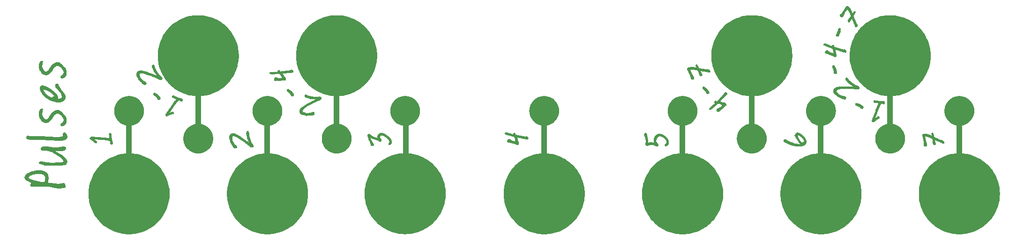
<source format=gbr>
G04 #@! TF.GenerationSoftware,KiCad,Pcbnew,(6.0.5)*
G04 #@! TF.CreationDate,2022-06-09T22:13:04-05:00*
G04 #@! TF.ProjectId,KosmoPulsePanel,4b6f736d-6f50-4756-9c73-6550616e656c,rev?*
G04 #@! TF.SameCoordinates,Original*
G04 #@! TF.FileFunction,Legend,Top*
G04 #@! TF.FilePolarity,Positive*
%FSLAX46Y46*%
G04 Gerber Fmt 4.6, Leading zero omitted, Abs format (unit mm)*
G04 Created by KiCad (PCBNEW (6.0.5)) date 2022-06-09 22:13:04*
%MOMM*%
%LPD*%
G01*
G04 APERTURE LIST*
%ADD10C,1.000000*%
%ADD11C,0.200000*%
G04 APERTURE END LIST*
D10*
X225000000Y-122500000D02*
X225023245Y-137500000D01*
X212500000Y-127541570D02*
X212500000Y-112500000D01*
X200000000Y-122500000D02*
X200000000Y-137500000D01*
X187500000Y-127500000D02*
X187500000Y-112500000D01*
X175000000Y-122500000D02*
X175000000Y-137500000D01*
X150000000Y-122500000D02*
X150000000Y-137500000D01*
X125000000Y-122500000D02*
X125000000Y-137500000D01*
X112500000Y-112500000D02*
X112500000Y-127500000D01*
X100000000Y-122500000D02*
X100000000Y-137500000D01*
X87500000Y-127500000D02*
X87500000Y-112500000D01*
X75000000Y-137500000D02*
X75000000Y-122500000D01*
G36*
X124900328Y-130695967D02*
G01*
X125238424Y-130704346D01*
X125574224Y-130729330D01*
X125907172Y-130770687D01*
X126236706Y-130828186D01*
X126562269Y-130901595D01*
X126883302Y-130990683D01*
X127199245Y-131095218D01*
X127509541Y-131214968D01*
X127813629Y-131349704D01*
X128110953Y-131499192D01*
X128400951Y-131663201D01*
X128683067Y-131841500D01*
X128956740Y-132033857D01*
X129221412Y-132240041D01*
X129476524Y-132459821D01*
X129721518Y-132692965D01*
X129954661Y-132937959D01*
X130174441Y-133193071D01*
X130380625Y-133457743D01*
X130572982Y-133731416D01*
X130751281Y-134013532D01*
X130915291Y-134303531D01*
X131064779Y-134600854D01*
X131199515Y-134904943D01*
X131319266Y-135215238D01*
X131423801Y-135531182D01*
X131512889Y-135852214D01*
X131586299Y-136177777D01*
X131643798Y-136507310D01*
X131685156Y-136840257D01*
X131710140Y-137176056D01*
X131718519Y-137514151D01*
X131710140Y-137852246D01*
X131685156Y-138188046D01*
X131643798Y-138520993D01*
X131586299Y-138850527D01*
X131512889Y-139176089D01*
X131423801Y-139497122D01*
X131319266Y-139813065D01*
X131199515Y-140123360D01*
X131064779Y-140427449D01*
X130915291Y-140724772D01*
X130751281Y-141014771D01*
X130572982Y-141296886D01*
X130380625Y-141570559D01*
X130174441Y-141835231D01*
X129954661Y-142090343D01*
X129721518Y-142335337D01*
X129476524Y-142568480D01*
X129221412Y-142788260D01*
X128956740Y-142994444D01*
X128683067Y-143186801D01*
X128400952Y-143365100D01*
X128110953Y-143529109D01*
X127813630Y-143678597D01*
X127509542Y-143813332D01*
X127199246Y-143933083D01*
X126883303Y-144037618D01*
X126562271Y-144126706D01*
X126236709Y-144200115D01*
X125907176Y-144257614D01*
X125574229Y-144298971D01*
X125238430Y-144323955D01*
X124900335Y-144332335D01*
X124562238Y-144323955D01*
X124226436Y-144298971D01*
X123893488Y-144257614D01*
X123563953Y-144200115D01*
X123238389Y-144126706D01*
X122917356Y-144037618D01*
X122601412Y-143933083D01*
X122291116Y-143813332D01*
X121987027Y-143678597D01*
X121689703Y-143529109D01*
X121399705Y-143365100D01*
X121117589Y-143186801D01*
X120843916Y-142994444D01*
X120579244Y-142788260D01*
X120324131Y-142568480D01*
X120079138Y-142335337D01*
X119845995Y-142090343D01*
X119626215Y-141835231D01*
X119420031Y-141570559D01*
X119227673Y-141296885D01*
X119049374Y-141014770D01*
X118885365Y-140724771D01*
X118735877Y-140427448D01*
X118601141Y-140123359D01*
X118481390Y-139813063D01*
X118376854Y-139497120D01*
X118287766Y-139176088D01*
X118214357Y-138850525D01*
X118156858Y-138520991D01*
X118115500Y-138188045D01*
X118090516Y-137852245D01*
X118082136Y-137514151D01*
X118090516Y-137176056D01*
X118115500Y-136840256D01*
X118156858Y-136507309D01*
X118214357Y-136177775D01*
X118287766Y-135852212D01*
X118376854Y-135531180D01*
X118481390Y-135215237D01*
X118601141Y-134904941D01*
X118735877Y-134600852D01*
X118885365Y-134303529D01*
X119049374Y-134013531D01*
X119227673Y-133731415D01*
X119420031Y-133457742D01*
X119626215Y-133193069D01*
X119845995Y-132937957D01*
X120079138Y-132692963D01*
X120324131Y-132459820D01*
X120579244Y-132240040D01*
X120843916Y-132033856D01*
X121117589Y-131841499D01*
X121399704Y-131663200D01*
X121689703Y-131499191D01*
X121987025Y-131349703D01*
X122291114Y-131214968D01*
X122601409Y-131095217D01*
X122917352Y-130990682D01*
X123238384Y-130901594D01*
X123563946Y-130828185D01*
X123893480Y-130770686D01*
X124226426Y-130729329D01*
X124562226Y-130704345D01*
X124900320Y-130695965D01*
X124900328Y-130695967D01*
G37*
X124900328Y-130695967D02*
X125238424Y-130704346D01*
X125574224Y-130729330D01*
X125907172Y-130770687D01*
X126236706Y-130828186D01*
X126562269Y-130901595D01*
X126883302Y-130990683D01*
X127199245Y-131095218D01*
X127509541Y-131214968D01*
X127813629Y-131349704D01*
X128110953Y-131499192D01*
X128400951Y-131663201D01*
X128683067Y-131841500D01*
X128956740Y-132033857D01*
X129221412Y-132240041D01*
X129476524Y-132459821D01*
X129721518Y-132692965D01*
X129954661Y-132937959D01*
X130174441Y-133193071D01*
X130380625Y-133457743D01*
X130572982Y-133731416D01*
X130751281Y-134013532D01*
X130915291Y-134303531D01*
X131064779Y-134600854D01*
X131199515Y-134904943D01*
X131319266Y-135215238D01*
X131423801Y-135531182D01*
X131512889Y-135852214D01*
X131586299Y-136177777D01*
X131643798Y-136507310D01*
X131685156Y-136840257D01*
X131710140Y-137176056D01*
X131718519Y-137514151D01*
X131710140Y-137852246D01*
X131685156Y-138188046D01*
X131643798Y-138520993D01*
X131586299Y-138850527D01*
X131512889Y-139176089D01*
X131423801Y-139497122D01*
X131319266Y-139813065D01*
X131199515Y-140123360D01*
X131064779Y-140427449D01*
X130915291Y-140724772D01*
X130751281Y-141014771D01*
X130572982Y-141296886D01*
X130380625Y-141570559D01*
X130174441Y-141835231D01*
X129954661Y-142090343D01*
X129721518Y-142335337D01*
X129476524Y-142568480D01*
X129221412Y-142788260D01*
X128956740Y-142994444D01*
X128683067Y-143186801D01*
X128400952Y-143365100D01*
X128110953Y-143529109D01*
X127813630Y-143678597D01*
X127509542Y-143813332D01*
X127199246Y-143933083D01*
X126883303Y-144037618D01*
X126562271Y-144126706D01*
X126236709Y-144200115D01*
X125907176Y-144257614D01*
X125574229Y-144298971D01*
X125238430Y-144323955D01*
X124900335Y-144332335D01*
X124562238Y-144323955D01*
X124226436Y-144298971D01*
X123893488Y-144257614D01*
X123563953Y-144200115D01*
X123238389Y-144126706D01*
X122917356Y-144037618D01*
X122601412Y-143933083D01*
X122291116Y-143813332D01*
X121987027Y-143678597D01*
X121689703Y-143529109D01*
X121399705Y-143365100D01*
X121117589Y-143186801D01*
X120843916Y-142994444D01*
X120579244Y-142788260D01*
X120324131Y-142568480D01*
X120079138Y-142335337D01*
X119845995Y-142090343D01*
X119626215Y-141835231D01*
X119420031Y-141570559D01*
X119227673Y-141296885D01*
X119049374Y-141014770D01*
X118885365Y-140724771D01*
X118735877Y-140427448D01*
X118601141Y-140123359D01*
X118481390Y-139813063D01*
X118376854Y-139497120D01*
X118287766Y-139176088D01*
X118214357Y-138850525D01*
X118156858Y-138520991D01*
X118115500Y-138188045D01*
X118090516Y-137852245D01*
X118082136Y-137514151D01*
X118090516Y-137176056D01*
X118115500Y-136840256D01*
X118156858Y-136507309D01*
X118214357Y-136177775D01*
X118287766Y-135852212D01*
X118376854Y-135531180D01*
X118481390Y-135215237D01*
X118601141Y-134904941D01*
X118735877Y-134600852D01*
X118885365Y-134303529D01*
X119049374Y-134013531D01*
X119227673Y-133731415D01*
X119420031Y-133457742D01*
X119626215Y-133193069D01*
X119845995Y-132937957D01*
X120079138Y-132692963D01*
X120324131Y-132459820D01*
X120579244Y-132240040D01*
X120843916Y-132033856D01*
X121117589Y-131841499D01*
X121399704Y-131663200D01*
X121689703Y-131499191D01*
X121987025Y-131349703D01*
X122291114Y-131214968D01*
X122601409Y-131095217D01*
X122917352Y-130990682D01*
X123238384Y-130901594D01*
X123563946Y-130828185D01*
X123893480Y-130770686D01*
X124226426Y-130729329D01*
X124562226Y-130704345D01*
X124900320Y-130695965D01*
X124900328Y-130695967D01*
D11*
G36*
X178789083Y-118162995D02*
G01*
X178793520Y-118163572D01*
X178798086Y-118164454D01*
X178802780Y-118165642D01*
X178807602Y-118167134D01*
X178812552Y-118168931D01*
X178817631Y-118171034D01*
X178822838Y-118173441D01*
X178828173Y-118176154D01*
X178833637Y-118179172D01*
X178839228Y-118182494D01*
X178844948Y-118186122D01*
X178856773Y-118194293D01*
X178869111Y-118203684D01*
X178881961Y-118214296D01*
X178895324Y-118226128D01*
X178909201Y-118239179D01*
X178923590Y-118253452D01*
X178935514Y-118264304D01*
X178947564Y-118274821D01*
X178959739Y-118285004D01*
X178972039Y-118294851D01*
X178984464Y-118304363D01*
X178997015Y-118313540D01*
X179009690Y-118322381D01*
X179022492Y-118330888D01*
X179035418Y-118339060D01*
X179048470Y-118346896D01*
X179061647Y-118354398D01*
X179074950Y-118361564D01*
X179088378Y-118368395D01*
X179101932Y-118374891D01*
X179115611Y-118381052D01*
X179129416Y-118386878D01*
X179140467Y-118391600D01*
X179151247Y-118396456D01*
X179161757Y-118401446D01*
X179171996Y-118406569D01*
X179181965Y-118411827D01*
X179191663Y-118417219D01*
X179201090Y-118422744D01*
X179210247Y-118428403D01*
X179219133Y-118434197D01*
X179227749Y-118440124D01*
X179236094Y-118446185D01*
X179244169Y-118452380D01*
X179251973Y-118458709D01*
X179259507Y-118465172D01*
X179266771Y-118471769D01*
X179273764Y-118478500D01*
X179286774Y-118493827D01*
X179302803Y-118513340D01*
X179321850Y-118537037D01*
X179343914Y-118564919D01*
X179397096Y-118633239D01*
X179462347Y-118718299D01*
X179474675Y-118735222D01*
X179487510Y-118752512D01*
X179514706Y-118788192D01*
X179543936Y-118825339D01*
X179575201Y-118863952D01*
X179606341Y-118901691D01*
X179635149Y-118936211D01*
X179661628Y-118967511D01*
X179685782Y-118995590D01*
X179734076Y-119062549D01*
X179741285Y-119071819D01*
X179747688Y-119081243D01*
X179753283Y-119090820D01*
X179758071Y-119100551D01*
X179762052Y-119110436D01*
X179765226Y-119120473D01*
X179767592Y-119130665D01*
X179769152Y-119141010D01*
X179769904Y-119151508D01*
X179769849Y-119162160D01*
X179768987Y-119172965D01*
X179767318Y-119183924D01*
X179764841Y-119195037D01*
X179761558Y-119206303D01*
X179757467Y-119217722D01*
X179752569Y-119229295D01*
X179748202Y-119238130D01*
X179743702Y-119246694D01*
X179739069Y-119254988D01*
X179734301Y-119263011D01*
X179729400Y-119270764D01*
X179724366Y-119278246D01*
X179719198Y-119285458D01*
X179713896Y-119292400D01*
X179708460Y-119299070D01*
X179702891Y-119305471D01*
X179697188Y-119311601D01*
X179691351Y-119317460D01*
X179685380Y-119323049D01*
X179679275Y-119328368D01*
X179673036Y-119333416D01*
X179666662Y-119338193D01*
X179658253Y-119344009D01*
X179649772Y-119349387D01*
X179641221Y-119354327D01*
X179632599Y-119358830D01*
X179623907Y-119362894D01*
X179615144Y-119366520D01*
X179606311Y-119369708D01*
X179597407Y-119372458D01*
X179588432Y-119374771D01*
X179579387Y-119376645D01*
X179570272Y-119378081D01*
X179561086Y-119379080D01*
X179551830Y-119379640D01*
X179542504Y-119379763D01*
X179533108Y-119379447D01*
X179523642Y-119378694D01*
X179514252Y-119377508D01*
X179505109Y-119375901D01*
X179496213Y-119373871D01*
X179487564Y-119371420D01*
X179479161Y-119368547D01*
X179471005Y-119365252D01*
X179463096Y-119361535D01*
X179455433Y-119357397D01*
X179448017Y-119352837D01*
X179440847Y-119347854D01*
X179433924Y-119342451D01*
X179427247Y-119336625D01*
X179420817Y-119330377D01*
X179414634Y-119323708D01*
X179408697Y-119316617D01*
X179403006Y-119309104D01*
X179399393Y-119304006D01*
X179395976Y-119299010D01*
X179392754Y-119294117D01*
X179389728Y-119289327D01*
X179386898Y-119284640D01*
X179384264Y-119280056D01*
X179381826Y-119275575D01*
X179379583Y-119271197D01*
X179377537Y-119266921D01*
X179375687Y-119262749D01*
X179374033Y-119258679D01*
X179372575Y-119254713D01*
X179371312Y-119250849D01*
X179370247Y-119247088D01*
X179369377Y-119243430D01*
X179368704Y-119239875D01*
X179366638Y-119233073D01*
X179364017Y-119225755D01*
X179360840Y-119217920D01*
X179357108Y-119209569D01*
X179352821Y-119200701D01*
X179347978Y-119191316D01*
X179342580Y-119181416D01*
X179336626Y-119170998D01*
X179330117Y-119160064D01*
X179323053Y-119148613D01*
X179315433Y-119136647D01*
X179307258Y-119124163D01*
X179289241Y-119097647D01*
X179269003Y-119069064D01*
X179205523Y-118982728D01*
X179145077Y-118903991D01*
X179087665Y-118832853D01*
X179033285Y-118769313D01*
X178981938Y-118713373D01*
X178957402Y-118688252D01*
X178933624Y-118665031D01*
X178910604Y-118643710D01*
X178888341Y-118624288D01*
X178866837Y-118606766D01*
X178846090Y-118591144D01*
X178846060Y-118591142D01*
X178823717Y-118572881D01*
X178802993Y-118555166D01*
X178783886Y-118537997D01*
X178766396Y-118521374D01*
X178750523Y-118505298D01*
X178736267Y-118489768D01*
X178729746Y-118482207D01*
X178723629Y-118474784D01*
X178717916Y-118467496D01*
X178712607Y-118460346D01*
X178701789Y-118444235D01*
X178692540Y-118428095D01*
X178688504Y-118420013D01*
X178684859Y-118411924D01*
X178681607Y-118403827D01*
X178678746Y-118395723D01*
X178676278Y-118387611D01*
X178674202Y-118379492D01*
X178672518Y-118371365D01*
X178671226Y-118363231D01*
X178670325Y-118355089D01*
X178669817Y-118346940D01*
X178669701Y-118338783D01*
X178669977Y-118330618D01*
X178670645Y-118322446D01*
X178671706Y-118314267D01*
X178673158Y-118306080D01*
X178675002Y-118297885D01*
X178677238Y-118289683D01*
X178679867Y-118281473D01*
X178682887Y-118273256D01*
X178686300Y-118265031D01*
X178690104Y-118256799D01*
X178694300Y-118248559D01*
X178703870Y-118232057D01*
X178715007Y-118215525D01*
X178727713Y-118198963D01*
X178728640Y-118197381D01*
X178729670Y-118195781D01*
X178730803Y-118194164D01*
X178732039Y-118192530D01*
X178733378Y-118190877D01*
X178734820Y-118189207D01*
X178736366Y-118187519D01*
X178738014Y-118185813D01*
X178739766Y-118184090D01*
X178741621Y-118182349D01*
X178743579Y-118180590D01*
X178745641Y-118178814D01*
X178747805Y-118177020D01*
X178750073Y-118175208D01*
X178752445Y-118173378D01*
X178754919Y-118171531D01*
X178758202Y-118169362D01*
X178761613Y-118167499D01*
X178765153Y-118165940D01*
X178768820Y-118164686D01*
X178772616Y-118163738D01*
X178776540Y-118163095D01*
X178780593Y-118162756D01*
X178784774Y-118162723D01*
X178789083Y-118162995D01*
G37*
X178789083Y-118162995D02*
X178793520Y-118163572D01*
X178798086Y-118164454D01*
X178802780Y-118165642D01*
X178807602Y-118167134D01*
X178812552Y-118168931D01*
X178817631Y-118171034D01*
X178822838Y-118173441D01*
X178828173Y-118176154D01*
X178833637Y-118179172D01*
X178839228Y-118182494D01*
X178844948Y-118186122D01*
X178856773Y-118194293D01*
X178869111Y-118203684D01*
X178881961Y-118214296D01*
X178895324Y-118226128D01*
X178909201Y-118239179D01*
X178923590Y-118253452D01*
X178935514Y-118264304D01*
X178947564Y-118274821D01*
X178959739Y-118285004D01*
X178972039Y-118294851D01*
X178984464Y-118304363D01*
X178997015Y-118313540D01*
X179009690Y-118322381D01*
X179022492Y-118330888D01*
X179035418Y-118339060D01*
X179048470Y-118346896D01*
X179061647Y-118354398D01*
X179074950Y-118361564D01*
X179088378Y-118368395D01*
X179101932Y-118374891D01*
X179115611Y-118381052D01*
X179129416Y-118386878D01*
X179140467Y-118391600D01*
X179151247Y-118396456D01*
X179161757Y-118401446D01*
X179171996Y-118406569D01*
X179181965Y-118411827D01*
X179191663Y-118417219D01*
X179201090Y-118422744D01*
X179210247Y-118428403D01*
X179219133Y-118434197D01*
X179227749Y-118440124D01*
X179236094Y-118446185D01*
X179244169Y-118452380D01*
X179251973Y-118458709D01*
X179259507Y-118465172D01*
X179266771Y-118471769D01*
X179273764Y-118478500D01*
X179286774Y-118493827D01*
X179302803Y-118513340D01*
X179321850Y-118537037D01*
X179343914Y-118564919D01*
X179397096Y-118633239D01*
X179462347Y-118718299D01*
X179474675Y-118735222D01*
X179487510Y-118752512D01*
X179514706Y-118788192D01*
X179543936Y-118825339D01*
X179575201Y-118863952D01*
X179606341Y-118901691D01*
X179635149Y-118936211D01*
X179661628Y-118967511D01*
X179685782Y-118995590D01*
X179734076Y-119062549D01*
X179741285Y-119071819D01*
X179747688Y-119081243D01*
X179753283Y-119090820D01*
X179758071Y-119100551D01*
X179762052Y-119110436D01*
X179765226Y-119120473D01*
X179767592Y-119130665D01*
X179769152Y-119141010D01*
X179769904Y-119151508D01*
X179769849Y-119162160D01*
X179768987Y-119172965D01*
X179767318Y-119183924D01*
X179764841Y-119195037D01*
X179761558Y-119206303D01*
X179757467Y-119217722D01*
X179752569Y-119229295D01*
X179748202Y-119238130D01*
X179743702Y-119246694D01*
X179739069Y-119254988D01*
X179734301Y-119263011D01*
X179729400Y-119270764D01*
X179724366Y-119278246D01*
X179719198Y-119285458D01*
X179713896Y-119292400D01*
X179708460Y-119299070D01*
X179702891Y-119305471D01*
X179697188Y-119311601D01*
X179691351Y-119317460D01*
X179685380Y-119323049D01*
X179679275Y-119328368D01*
X179673036Y-119333416D01*
X179666662Y-119338193D01*
X179658253Y-119344009D01*
X179649772Y-119349387D01*
X179641221Y-119354327D01*
X179632599Y-119358830D01*
X179623907Y-119362894D01*
X179615144Y-119366520D01*
X179606311Y-119369708D01*
X179597407Y-119372458D01*
X179588432Y-119374771D01*
X179579387Y-119376645D01*
X179570272Y-119378081D01*
X179561086Y-119379080D01*
X179551830Y-119379640D01*
X179542504Y-119379763D01*
X179533108Y-119379447D01*
X179523642Y-119378694D01*
X179514252Y-119377508D01*
X179505109Y-119375901D01*
X179496213Y-119373871D01*
X179487564Y-119371420D01*
X179479161Y-119368547D01*
X179471005Y-119365252D01*
X179463096Y-119361535D01*
X179455433Y-119357397D01*
X179448017Y-119352837D01*
X179440847Y-119347854D01*
X179433924Y-119342451D01*
X179427247Y-119336625D01*
X179420817Y-119330377D01*
X179414634Y-119323708D01*
X179408697Y-119316617D01*
X179403006Y-119309104D01*
X179399393Y-119304006D01*
X179395976Y-119299010D01*
X179392754Y-119294117D01*
X179389728Y-119289327D01*
X179386898Y-119284640D01*
X179384264Y-119280056D01*
X179381826Y-119275575D01*
X179379583Y-119271197D01*
X179377537Y-119266921D01*
X179375687Y-119262749D01*
X179374033Y-119258679D01*
X179372575Y-119254713D01*
X179371312Y-119250849D01*
X179370247Y-119247088D01*
X179369377Y-119243430D01*
X179368704Y-119239875D01*
X179366638Y-119233073D01*
X179364017Y-119225755D01*
X179360840Y-119217920D01*
X179357108Y-119209569D01*
X179352821Y-119200701D01*
X179347978Y-119191316D01*
X179342580Y-119181416D01*
X179336626Y-119170998D01*
X179330117Y-119160064D01*
X179323053Y-119148613D01*
X179315433Y-119136647D01*
X179307258Y-119124163D01*
X179289241Y-119097647D01*
X179269003Y-119069064D01*
X179205523Y-118982728D01*
X179145077Y-118903991D01*
X179087665Y-118832853D01*
X179033285Y-118769313D01*
X178981938Y-118713373D01*
X178957402Y-118688252D01*
X178933624Y-118665031D01*
X178910604Y-118643710D01*
X178888341Y-118624288D01*
X178866837Y-118606766D01*
X178846090Y-118591144D01*
X178846060Y-118591142D01*
X178823717Y-118572881D01*
X178802993Y-118555166D01*
X178783886Y-118537997D01*
X178766396Y-118521374D01*
X178750523Y-118505298D01*
X178736267Y-118489768D01*
X178729746Y-118482207D01*
X178723629Y-118474784D01*
X178717916Y-118467496D01*
X178712607Y-118460346D01*
X178701789Y-118444235D01*
X178692540Y-118428095D01*
X178688504Y-118420013D01*
X178684859Y-118411924D01*
X178681607Y-118403827D01*
X178678746Y-118395723D01*
X178676278Y-118387611D01*
X178674202Y-118379492D01*
X178672518Y-118371365D01*
X178671226Y-118363231D01*
X178670325Y-118355089D01*
X178669817Y-118346940D01*
X178669701Y-118338783D01*
X178669977Y-118330618D01*
X178670645Y-118322446D01*
X178671706Y-118314267D01*
X178673158Y-118306080D01*
X178675002Y-118297885D01*
X178677238Y-118289683D01*
X178679867Y-118281473D01*
X178682887Y-118273256D01*
X178686300Y-118265031D01*
X178690104Y-118256799D01*
X178694300Y-118248559D01*
X178703870Y-118232057D01*
X178715007Y-118215525D01*
X178727713Y-118198963D01*
X178728640Y-118197381D01*
X178729670Y-118195781D01*
X178730803Y-118194164D01*
X178732039Y-118192530D01*
X178733378Y-118190877D01*
X178734820Y-118189207D01*
X178736366Y-118187519D01*
X178738014Y-118185813D01*
X178739766Y-118184090D01*
X178741621Y-118182349D01*
X178743579Y-118180590D01*
X178745641Y-118178814D01*
X178747805Y-118177020D01*
X178750073Y-118175208D01*
X178752445Y-118173378D01*
X178754919Y-118171531D01*
X178758202Y-118169362D01*
X178761613Y-118167499D01*
X178765153Y-118165940D01*
X178768820Y-118164686D01*
X178772616Y-118163738D01*
X178776540Y-118163095D01*
X178780593Y-118162756D01*
X178784774Y-118162723D01*
X178789083Y-118162995D01*
G36*
X79594580Y-119281947D02*
G01*
X79599043Y-119282259D01*
X79603654Y-119282869D01*
X79608410Y-119283775D01*
X79613312Y-119284978D01*
X79618360Y-119286478D01*
X79623555Y-119288275D01*
X79628895Y-119290369D01*
X79634382Y-119292760D01*
X79640015Y-119295448D01*
X79645794Y-119298433D01*
X79651719Y-119301715D01*
X79664007Y-119309169D01*
X79676880Y-119317812D01*
X79690338Y-119327641D01*
X79704379Y-119338659D01*
X79719006Y-119350864D01*
X79734217Y-119364257D01*
X79746763Y-119374382D01*
X79759413Y-119384165D01*
X79772170Y-119393607D01*
X79785031Y-119402706D01*
X79797998Y-119411463D01*
X79811070Y-119419879D01*
X79824248Y-119427952D01*
X79837531Y-119435684D01*
X79850919Y-119443074D01*
X79864412Y-119450122D01*
X79878011Y-119456828D01*
X79891715Y-119463193D01*
X79905525Y-119469215D01*
X79919440Y-119474896D01*
X79933460Y-119480235D01*
X79947586Y-119485233D01*
X79958898Y-119489291D01*
X79969948Y-119493499D01*
X79980736Y-119497856D01*
X79991262Y-119502363D01*
X80001525Y-119507020D01*
X80011527Y-119511826D01*
X80021266Y-119516782D01*
X80030743Y-119521888D01*
X80039959Y-119527144D01*
X80048912Y-119532549D01*
X80057602Y-119538103D01*
X80066031Y-119543808D01*
X80074198Y-119549662D01*
X80082103Y-119555666D01*
X80089746Y-119561819D01*
X80097126Y-119568122D01*
X80111023Y-119582650D01*
X80128180Y-119601176D01*
X80148598Y-119623701D01*
X80172278Y-119650225D01*
X80229419Y-119715268D01*
X80299603Y-119796306D01*
X80312912Y-119812467D01*
X80326751Y-119828965D01*
X80341119Y-119845798D01*
X80356017Y-119862967D01*
X80387403Y-119898313D01*
X80420906Y-119935001D01*
X80454218Y-119970825D01*
X80485022Y-120003574D01*
X80513318Y-120033247D01*
X80539106Y-120059844D01*
X80591282Y-120123821D01*
X80599023Y-120132647D01*
X80605968Y-120141674D01*
X80612117Y-120150902D01*
X80617470Y-120160332D01*
X80622027Y-120169962D01*
X80624007Y-120174853D01*
X80625788Y-120179794D01*
X80627370Y-120184785D01*
X80628753Y-120189827D01*
X80629936Y-120194919D01*
X80630921Y-120200061D01*
X80631707Y-120205253D01*
X80632293Y-120210496D01*
X80632870Y-120221132D01*
X80632650Y-120231969D01*
X80631634Y-120243008D01*
X80629822Y-120254247D01*
X80627213Y-120265688D01*
X80623809Y-120277330D01*
X80619608Y-120289173D01*
X80615776Y-120298251D01*
X80611794Y-120307067D01*
X80607663Y-120315622D01*
X80603383Y-120323914D01*
X80598952Y-120331944D01*
X80594372Y-120339712D01*
X80589643Y-120347218D01*
X80584764Y-120354462D01*
X80579735Y-120361444D01*
X80574557Y-120368164D01*
X80569230Y-120374621D01*
X80563752Y-120380817D01*
X80558126Y-120386751D01*
X80552349Y-120392423D01*
X80546423Y-120397832D01*
X80540348Y-120402980D01*
X80532303Y-120409284D01*
X80524160Y-120415155D01*
X80515921Y-120420593D01*
X80507584Y-120425599D01*
X80499151Y-120430171D01*
X80490620Y-120434311D01*
X80481993Y-120438018D01*
X80473268Y-120441292D01*
X80464447Y-120444133D01*
X80455528Y-120446541D01*
X80446513Y-120448516D01*
X80437400Y-120450059D01*
X80428190Y-120451168D01*
X80418883Y-120451845D01*
X80409480Y-120452089D01*
X80399979Y-120451900D01*
X80390539Y-120451276D01*
X80381321Y-120450217D01*
X80372322Y-120448721D01*
X80363545Y-120446790D01*
X80354988Y-120444422D01*
X80346652Y-120441618D01*
X80338536Y-120438379D01*
X80330641Y-120434703D01*
X80322967Y-120430591D01*
X80315513Y-120426043D01*
X80308280Y-120421060D01*
X80301268Y-120415640D01*
X80294476Y-120409785D01*
X80287905Y-120403493D01*
X80281555Y-120396766D01*
X80275425Y-120389602D01*
X80271513Y-120384727D01*
X80267803Y-120379942D01*
X80264295Y-120375249D01*
X80260989Y-120370647D01*
X80257886Y-120366136D01*
X80254986Y-120361716D01*
X80252288Y-120357387D01*
X80249792Y-120353149D01*
X80247498Y-120349003D01*
X80245407Y-120344947D01*
X80243518Y-120340982D01*
X80241832Y-120337109D01*
X80240348Y-120333326D01*
X80239066Y-120329634D01*
X80237987Y-120326034D01*
X80237110Y-120322525D01*
X80234650Y-120315857D01*
X80231604Y-120308707D01*
X80227973Y-120301075D01*
X80223756Y-120292959D01*
X80218952Y-120284362D01*
X80213564Y-120275281D01*
X80207589Y-120265718D01*
X80201029Y-120255672D01*
X80193883Y-120245143D01*
X80186151Y-120234132D01*
X80177834Y-120222639D01*
X80168931Y-120210662D01*
X80149368Y-120185262D01*
X80127462Y-120157932D01*
X80058972Y-120075516D01*
X79993959Y-120000506D01*
X79932425Y-119932901D01*
X79874369Y-119872702D01*
X79819792Y-119819908D01*
X79793808Y-119796288D01*
X79768693Y-119774520D01*
X79744448Y-119754602D01*
X79721073Y-119736537D01*
X79698568Y-119720322D01*
X79676932Y-119705959D01*
X79676956Y-119705962D01*
X79653569Y-119689059D01*
X79631828Y-119672604D01*
X79611735Y-119656600D01*
X79593287Y-119641045D01*
X79576487Y-119625940D01*
X79561333Y-119611284D01*
X79547827Y-119597077D01*
X79541691Y-119590143D01*
X79535967Y-119583320D01*
X79524208Y-119567880D01*
X79518914Y-119560113D01*
X79514012Y-119552316D01*
X79509500Y-119544489D01*
X79505380Y-119536630D01*
X79501650Y-119528740D01*
X79498312Y-119520820D01*
X79495364Y-119512869D01*
X79492807Y-119504888D01*
X79490641Y-119496875D01*
X79488866Y-119488832D01*
X79487482Y-119480758D01*
X79486489Y-119472653D01*
X79485887Y-119464517D01*
X79485676Y-119456351D01*
X79485855Y-119448153D01*
X79486426Y-119439925D01*
X79487387Y-119431667D01*
X79488740Y-119423377D01*
X79490483Y-119415057D01*
X79492618Y-119406706D01*
X79495143Y-119398324D01*
X79498059Y-119389911D01*
X79501366Y-119381468D01*
X79505064Y-119372994D01*
X79513633Y-119355953D01*
X79523765Y-119338789D01*
X79535461Y-119321502D01*
X79536247Y-119319871D01*
X79537141Y-119318215D01*
X79538142Y-119316536D01*
X79539251Y-119314832D01*
X79540469Y-119313104D01*
X79541794Y-119311352D01*
X79543227Y-119309576D01*
X79544767Y-119307776D01*
X79546416Y-119305951D01*
X79548173Y-119304103D01*
X79550038Y-119302229D01*
X79552010Y-119300332D01*
X79554091Y-119298410D01*
X79556279Y-119296464D01*
X79558576Y-119294494D01*
X79560980Y-119292499D01*
X79564129Y-119290139D01*
X79567424Y-119288075D01*
X79570865Y-119286309D01*
X79574452Y-119284840D01*
X79578185Y-119283667D01*
X79582065Y-119282792D01*
X79586090Y-119282213D01*
X79590262Y-119281932D01*
X79594580Y-119281947D01*
G37*
X79594580Y-119281947D02*
X79599043Y-119282259D01*
X79603654Y-119282869D01*
X79608410Y-119283775D01*
X79613312Y-119284978D01*
X79618360Y-119286478D01*
X79623555Y-119288275D01*
X79628895Y-119290369D01*
X79634382Y-119292760D01*
X79640015Y-119295448D01*
X79645794Y-119298433D01*
X79651719Y-119301715D01*
X79664007Y-119309169D01*
X79676880Y-119317812D01*
X79690338Y-119327641D01*
X79704379Y-119338659D01*
X79719006Y-119350864D01*
X79734217Y-119364257D01*
X79746763Y-119374382D01*
X79759413Y-119384165D01*
X79772170Y-119393607D01*
X79785031Y-119402706D01*
X79797998Y-119411463D01*
X79811070Y-119419879D01*
X79824248Y-119427952D01*
X79837531Y-119435684D01*
X79850919Y-119443074D01*
X79864412Y-119450122D01*
X79878011Y-119456828D01*
X79891715Y-119463193D01*
X79905525Y-119469215D01*
X79919440Y-119474896D01*
X79933460Y-119480235D01*
X79947586Y-119485233D01*
X79958898Y-119489291D01*
X79969948Y-119493499D01*
X79980736Y-119497856D01*
X79991262Y-119502363D01*
X80001525Y-119507020D01*
X80011527Y-119511826D01*
X80021266Y-119516782D01*
X80030743Y-119521888D01*
X80039959Y-119527144D01*
X80048912Y-119532549D01*
X80057602Y-119538103D01*
X80066031Y-119543808D01*
X80074198Y-119549662D01*
X80082103Y-119555666D01*
X80089746Y-119561819D01*
X80097126Y-119568122D01*
X80111023Y-119582650D01*
X80128180Y-119601176D01*
X80148598Y-119623701D01*
X80172278Y-119650225D01*
X80229419Y-119715268D01*
X80299603Y-119796306D01*
X80312912Y-119812467D01*
X80326751Y-119828965D01*
X80341119Y-119845798D01*
X80356017Y-119862967D01*
X80387403Y-119898313D01*
X80420906Y-119935001D01*
X80454218Y-119970825D01*
X80485022Y-120003574D01*
X80513318Y-120033247D01*
X80539106Y-120059844D01*
X80591282Y-120123821D01*
X80599023Y-120132647D01*
X80605968Y-120141674D01*
X80612117Y-120150902D01*
X80617470Y-120160332D01*
X80622027Y-120169962D01*
X80624007Y-120174853D01*
X80625788Y-120179794D01*
X80627370Y-120184785D01*
X80628753Y-120189827D01*
X80629936Y-120194919D01*
X80630921Y-120200061D01*
X80631707Y-120205253D01*
X80632293Y-120210496D01*
X80632870Y-120221132D01*
X80632650Y-120231969D01*
X80631634Y-120243008D01*
X80629822Y-120254247D01*
X80627213Y-120265688D01*
X80623809Y-120277330D01*
X80619608Y-120289173D01*
X80615776Y-120298251D01*
X80611794Y-120307067D01*
X80607663Y-120315622D01*
X80603383Y-120323914D01*
X80598952Y-120331944D01*
X80594372Y-120339712D01*
X80589643Y-120347218D01*
X80584764Y-120354462D01*
X80579735Y-120361444D01*
X80574557Y-120368164D01*
X80569230Y-120374621D01*
X80563752Y-120380817D01*
X80558126Y-120386751D01*
X80552349Y-120392423D01*
X80546423Y-120397832D01*
X80540348Y-120402980D01*
X80532303Y-120409284D01*
X80524160Y-120415155D01*
X80515921Y-120420593D01*
X80507584Y-120425599D01*
X80499151Y-120430171D01*
X80490620Y-120434311D01*
X80481993Y-120438018D01*
X80473268Y-120441292D01*
X80464447Y-120444133D01*
X80455528Y-120446541D01*
X80446513Y-120448516D01*
X80437400Y-120450059D01*
X80428190Y-120451168D01*
X80418883Y-120451845D01*
X80409480Y-120452089D01*
X80399979Y-120451900D01*
X80390539Y-120451276D01*
X80381321Y-120450217D01*
X80372322Y-120448721D01*
X80363545Y-120446790D01*
X80354988Y-120444422D01*
X80346652Y-120441618D01*
X80338536Y-120438379D01*
X80330641Y-120434703D01*
X80322967Y-120430591D01*
X80315513Y-120426043D01*
X80308280Y-120421060D01*
X80301268Y-120415640D01*
X80294476Y-120409785D01*
X80287905Y-120403493D01*
X80281555Y-120396766D01*
X80275425Y-120389602D01*
X80271513Y-120384727D01*
X80267803Y-120379942D01*
X80264295Y-120375249D01*
X80260989Y-120370647D01*
X80257886Y-120366136D01*
X80254986Y-120361716D01*
X80252288Y-120357387D01*
X80249792Y-120353149D01*
X80247498Y-120349003D01*
X80245407Y-120344947D01*
X80243518Y-120340982D01*
X80241832Y-120337109D01*
X80240348Y-120333326D01*
X80239066Y-120329634D01*
X80237987Y-120326034D01*
X80237110Y-120322525D01*
X80234650Y-120315857D01*
X80231604Y-120308707D01*
X80227973Y-120301075D01*
X80223756Y-120292959D01*
X80218952Y-120284362D01*
X80213564Y-120275281D01*
X80207589Y-120265718D01*
X80201029Y-120255672D01*
X80193883Y-120245143D01*
X80186151Y-120234132D01*
X80177834Y-120222639D01*
X80168931Y-120210662D01*
X80149368Y-120185262D01*
X80127462Y-120157932D01*
X80058972Y-120075516D01*
X79993959Y-120000506D01*
X79932425Y-119932901D01*
X79874369Y-119872702D01*
X79819792Y-119819908D01*
X79793808Y-119796288D01*
X79768693Y-119774520D01*
X79744448Y-119754602D01*
X79721073Y-119736537D01*
X79698568Y-119720322D01*
X79676932Y-119705959D01*
X79676956Y-119705962D01*
X79653569Y-119689059D01*
X79631828Y-119672604D01*
X79611735Y-119656600D01*
X79593287Y-119641045D01*
X79576487Y-119625940D01*
X79561333Y-119611284D01*
X79547827Y-119597077D01*
X79541691Y-119590143D01*
X79535967Y-119583320D01*
X79524208Y-119567880D01*
X79518914Y-119560113D01*
X79514012Y-119552316D01*
X79509500Y-119544489D01*
X79505380Y-119536630D01*
X79501650Y-119528740D01*
X79498312Y-119520820D01*
X79495364Y-119512869D01*
X79492807Y-119504888D01*
X79490641Y-119496875D01*
X79488866Y-119488832D01*
X79487482Y-119480758D01*
X79486489Y-119472653D01*
X79485887Y-119464517D01*
X79485676Y-119456351D01*
X79485855Y-119448153D01*
X79486426Y-119439925D01*
X79487387Y-119431667D01*
X79488740Y-119423377D01*
X79490483Y-119415057D01*
X79492618Y-119406706D01*
X79495143Y-119398324D01*
X79498059Y-119389911D01*
X79501366Y-119381468D01*
X79505064Y-119372994D01*
X79513633Y-119355953D01*
X79523765Y-119338789D01*
X79535461Y-119321502D01*
X79536247Y-119319871D01*
X79537141Y-119318215D01*
X79538142Y-119316536D01*
X79539251Y-119314832D01*
X79540469Y-119313104D01*
X79541794Y-119311352D01*
X79543227Y-119309576D01*
X79544767Y-119307776D01*
X79546416Y-119305951D01*
X79548173Y-119304103D01*
X79550038Y-119302229D01*
X79552010Y-119300332D01*
X79554091Y-119298410D01*
X79556279Y-119296464D01*
X79558576Y-119294494D01*
X79560980Y-119292499D01*
X79564129Y-119290139D01*
X79567424Y-119288075D01*
X79570865Y-119286309D01*
X79574452Y-119284840D01*
X79578185Y-119283667D01*
X79582065Y-119282792D01*
X79586090Y-119282213D01*
X79590262Y-119281932D01*
X79594580Y-119281947D01*
G36*
X195392157Y-126909391D02*
G01*
X195400621Y-126899221D01*
X195408540Y-126889349D01*
X195415912Y-126879774D01*
X195422738Y-126870497D01*
X195429018Y-126861518D01*
X195434752Y-126852836D01*
X195439940Y-126844452D01*
X195444582Y-126836366D01*
X195448678Y-126828577D01*
X195452228Y-126821086D01*
X195455231Y-126813893D01*
X195457689Y-126806997D01*
X195459600Y-126800399D01*
X195460965Y-126794098D01*
X195461784Y-126788095D01*
X195462057Y-126782390D01*
X195462429Y-126773559D01*
X195463545Y-126764530D01*
X195465405Y-126755303D01*
X195468008Y-126745877D01*
X195471355Y-126736253D01*
X195475446Y-126726430D01*
X195480281Y-126716409D01*
X195485859Y-126706189D01*
X195492181Y-126695771D01*
X195499247Y-126685155D01*
X195507056Y-126674340D01*
X195515609Y-126663327D01*
X195524906Y-126652115D01*
X195534946Y-126640705D01*
X195545730Y-126629097D01*
X195557257Y-126617290D01*
X195568270Y-126605756D01*
X195579084Y-126594966D01*
X195589700Y-126584920D01*
X195600118Y-126575618D01*
X195610337Y-126567061D01*
X195620358Y-126559248D01*
X195630181Y-126552178D01*
X195639805Y-126545853D01*
X195649231Y-126540272D01*
X195658459Y-126535435D01*
X195667488Y-126531342D01*
X195676319Y-126527994D01*
X195684952Y-126525389D01*
X195693387Y-126523529D01*
X195701623Y-126522413D01*
X195709662Y-126522041D01*
X195715703Y-126522239D01*
X195724327Y-126522834D01*
X195735535Y-126523826D01*
X195749325Y-126525215D01*
X195765698Y-126527001D01*
X195784654Y-126529184D01*
X195830313Y-126534740D01*
X195866230Y-126538510D01*
X195900957Y-126543471D01*
X195934493Y-126549622D01*
X195966839Y-126556965D01*
X195982565Y-126561082D01*
X195997994Y-126565497D01*
X196013124Y-126570210D01*
X196027957Y-126575221D01*
X196042492Y-126580529D01*
X196056730Y-126586135D01*
X196070669Y-126592038D01*
X196084311Y-126598239D01*
X196098277Y-126604217D01*
X196113186Y-126611039D01*
X196145831Y-126627212D01*
X196182246Y-126646758D01*
X196222429Y-126669678D01*
X196266383Y-126695971D01*
X196314105Y-126725637D01*
X196365597Y-126758676D01*
X196420859Y-126795089D01*
X196440232Y-126808310D01*
X196460251Y-126822573D01*
X196502221Y-126854224D01*
X196546769Y-126890042D01*
X196593897Y-126930027D01*
X196643604Y-126974179D01*
X196695890Y-127022498D01*
X196750756Y-127074985D01*
X196808203Y-127131639D01*
X196862775Y-127187003D01*
X196912187Y-127238795D01*
X196956439Y-127287015D01*
X196995531Y-127331663D01*
X197029464Y-127372740D01*
X197058236Y-127410244D01*
X197070688Y-127427657D01*
X197081849Y-127444177D01*
X197091720Y-127459804D01*
X197100302Y-127474538D01*
X197152390Y-127571871D01*
X197175830Y-127618529D01*
X197197534Y-127663847D01*
X197217501Y-127707826D01*
X197235732Y-127750465D01*
X197252227Y-127791765D01*
X197266985Y-127831725D01*
X197280007Y-127870346D01*
X197291293Y-127907628D01*
X197300843Y-127943570D01*
X197308656Y-127978173D01*
X197314733Y-128011436D01*
X197319074Y-128043360D01*
X197321678Y-128073944D01*
X197322546Y-128103189D01*
X197322149Y-128128291D01*
X197320958Y-128152799D01*
X197318973Y-128176711D01*
X197316195Y-128200027D01*
X197312622Y-128222748D01*
X197308255Y-128244874D01*
X197303095Y-128266405D01*
X197297140Y-128287340D01*
X197286450Y-128321843D01*
X197273428Y-128355503D01*
X197258074Y-128388319D01*
X197240389Y-128420292D01*
X197220372Y-128451422D01*
X197198023Y-128481709D01*
X197173342Y-128511152D01*
X197146330Y-128539752D01*
X197116986Y-128567508D01*
X197085310Y-128594421D01*
X197051303Y-128620491D01*
X197014963Y-128645717D01*
X196976292Y-128670100D01*
X196935289Y-128693640D01*
X196891955Y-128716336D01*
X196846289Y-128738189D01*
X196798143Y-128758182D01*
X196748956Y-128776885D01*
X196698727Y-128794298D01*
X196647456Y-128810421D01*
X196595143Y-128825254D01*
X196541789Y-128838797D01*
X196487392Y-128851051D01*
X196431954Y-128862015D01*
X196375473Y-128871688D01*
X196317951Y-128880072D01*
X196259386Y-128887166D01*
X196199780Y-128892971D01*
X196139131Y-128897485D01*
X196077441Y-128900710D01*
X196014708Y-128902644D01*
X195950934Y-128903289D01*
X195892197Y-128902694D01*
X195833460Y-128900908D01*
X195774723Y-128897932D01*
X195715986Y-128893765D01*
X195657250Y-128888407D01*
X195598513Y-128881859D01*
X195539776Y-128874120D01*
X195481039Y-128865190D01*
X195424583Y-128856062D01*
X195363167Y-128844553D01*
X195296791Y-128830662D01*
X195225454Y-128814390D01*
X195149157Y-128795737D01*
X195067897Y-128774702D01*
X194981677Y-128751287D01*
X194890494Y-128725490D01*
X194800701Y-128699594D01*
X194721822Y-128675881D01*
X194653857Y-128654351D01*
X194596806Y-128635003D01*
X194550669Y-128617838D01*
X194515446Y-128602856D01*
X194501927Y-128596184D01*
X194491137Y-128590057D01*
X194483076Y-128584476D01*
X194477743Y-128579441D01*
X194473699Y-128575993D01*
X194467919Y-128571999D01*
X194460403Y-128567460D01*
X194451150Y-128562375D01*
X194440161Y-128556744D01*
X194427436Y-128550568D01*
X194412974Y-128543846D01*
X194396776Y-128536578D01*
X194359172Y-128520406D01*
X194314622Y-128502050D01*
X194263127Y-128481512D01*
X194204687Y-128458791D01*
X194142873Y-128434185D01*
X194087608Y-128411166D01*
X194038892Y-128389735D01*
X193996723Y-128369891D01*
X193961103Y-128351635D01*
X193932031Y-128334966D01*
X193919951Y-128327227D01*
X193909507Y-128319885D01*
X193900700Y-128312940D01*
X193893530Y-128306392D01*
X193887082Y-128301778D01*
X193880435Y-128297462D01*
X193873590Y-128293444D01*
X193866545Y-128289723D01*
X193859302Y-128286300D01*
X193851861Y-128283175D01*
X193844221Y-128280347D01*
X193836382Y-128277817D01*
X193828345Y-128275585D01*
X193820109Y-128273650D01*
X193811675Y-128272013D01*
X193803043Y-128270674D01*
X193794212Y-128269632D01*
X193785183Y-128268888D01*
X193775956Y-128268442D01*
X193766531Y-128268293D01*
X193758641Y-128268094D01*
X193750851Y-128267499D01*
X193743161Y-128266507D01*
X193735569Y-128265118D01*
X193728077Y-128263332D01*
X193720685Y-128261149D01*
X193713392Y-128258569D01*
X193706198Y-128255593D01*
X193699104Y-128252219D01*
X193692109Y-128248449D01*
X193685213Y-128244282D01*
X193678417Y-128239718D01*
X193671721Y-128234757D01*
X193665124Y-128229399D01*
X193658626Y-128223644D01*
X193652227Y-128217492D01*
X193648017Y-128212680D01*
X193643309Y-128207769D01*
X193638105Y-128202758D01*
X193632403Y-128197649D01*
X193626205Y-128192440D01*
X193619510Y-128187132D01*
X193612318Y-128181724D01*
X193604630Y-128176218D01*
X193596444Y-128170612D01*
X193587761Y-128164907D01*
X193578582Y-128159103D01*
X193568905Y-128153199D01*
X193558732Y-128147196D01*
X193548061Y-128141095D01*
X193536893Y-128134893D01*
X193525229Y-128128593D01*
X193513503Y-128122020D01*
X193502123Y-128115000D01*
X193491090Y-128107534D01*
X193480402Y-128099621D01*
X193470061Y-128091261D01*
X193460067Y-128082456D01*
X193450418Y-128073204D01*
X193441116Y-128063505D01*
X193432161Y-128053360D01*
X193423552Y-128042768D01*
X193415289Y-128031730D01*
X193407372Y-128020245D01*
X193399802Y-128008314D01*
X193392579Y-127995937D01*
X193385702Y-127983113D01*
X193379171Y-127969842D01*
X193365765Y-127945633D01*
X193354146Y-127923805D01*
X193344314Y-127904358D01*
X193336270Y-127887292D01*
X193330012Y-127872607D01*
X193325542Y-127860304D01*
X193323978Y-127855046D01*
X193322860Y-127850382D01*
X193322190Y-127846314D01*
X193321966Y-127842842D01*
X193322059Y-127841229D01*
X193322338Y-127839567D01*
X193322803Y-127837856D01*
X193323454Y-127836095D01*
X193324291Y-127834284D01*
X193325314Y-127832423D01*
X193326522Y-127830514D01*
X193327917Y-127828554D01*
X193329498Y-127826545D01*
X193331264Y-127824486D01*
X193333217Y-127822378D01*
X193335355Y-127820220D01*
X193337680Y-127818012D01*
X193340190Y-127815755D01*
X193345768Y-127811091D01*
X193352090Y-127806230D01*
X193359156Y-127801169D01*
X193366965Y-127795911D01*
X193375518Y-127790454D01*
X193384815Y-127784798D01*
X193394855Y-127778944D01*
X193405639Y-127772892D01*
X193417166Y-127766641D01*
X193438398Y-127756223D01*
X193457647Y-127747194D01*
X193474911Y-127739554D01*
X193490191Y-127733303D01*
X193503487Y-127728441D01*
X193514798Y-127724968D01*
X193519710Y-127723753D01*
X193524126Y-127722885D01*
X193528046Y-127722364D01*
X193531470Y-127722190D01*
X193533454Y-127722364D01*
X193536232Y-127722885D01*
X193539804Y-127723753D01*
X193544170Y-127724968D01*
X193555282Y-127728441D01*
X193569569Y-127733303D01*
X193587031Y-127739554D01*
X193607668Y-127747194D01*
X193631480Y-127756223D01*
X193658468Y-127766641D01*
X193681189Y-127776861D01*
X193704903Y-127788469D01*
X193729608Y-127801467D01*
X193755306Y-127815853D01*
X193781996Y-127831629D01*
X193809678Y-127848794D01*
X193838352Y-127867348D01*
X193868017Y-127887290D01*
X193897683Y-127907233D01*
X193926356Y-127925787D01*
X193954038Y-127942952D01*
X193980728Y-127958727D01*
X194006426Y-127973114D01*
X194031132Y-127986111D01*
X194054846Y-127997720D01*
X194077566Y-128007940D01*
X194107829Y-128022028D01*
X194135116Y-128035721D01*
X194159425Y-128049016D01*
X194170464Y-128055515D01*
X194180758Y-128061914D01*
X194190308Y-128068215D01*
X194199113Y-128074416D01*
X194207175Y-128080518D01*
X194214492Y-128086521D01*
X194221065Y-128092425D01*
X194226894Y-128098229D01*
X194231978Y-128103934D01*
X194236319Y-128109540D01*
X194241156Y-128114154D01*
X194246142Y-128118470D01*
X194251276Y-128122488D01*
X194256558Y-128126209D01*
X194261988Y-128129632D01*
X194267567Y-128132757D01*
X194273294Y-128135585D01*
X194279169Y-128138115D01*
X194285193Y-128140347D01*
X194291365Y-128142282D01*
X194297686Y-128143919D01*
X194304155Y-128145259D01*
X194310773Y-128146300D01*
X194317539Y-128147044D01*
X194324455Y-128147491D01*
X194331518Y-128147640D01*
X194338767Y-128147863D01*
X194346213Y-128148533D01*
X194353857Y-128149649D01*
X194361699Y-128151212D01*
X194369738Y-128153221D01*
X194377975Y-128155677D01*
X194386410Y-128158579D01*
X194395043Y-128161927D01*
X194403873Y-128165723D01*
X194412900Y-128169964D01*
X194422125Y-128174652D01*
X194431547Y-128179787D01*
X194441168Y-128185368D01*
X194450985Y-128191395D01*
X194461000Y-128197869D01*
X194471213Y-128204790D01*
X194483583Y-128212702D01*
X194496898Y-128220565D01*
X194511156Y-128228379D01*
X194526358Y-128236143D01*
X194542504Y-128243857D01*
X194559593Y-128251522D01*
X194577626Y-128259137D01*
X194596602Y-128266702D01*
X194616521Y-128274218D01*
X194637384Y-128281684D01*
X194659190Y-128289100D01*
X194681940Y-128296468D01*
X194730268Y-128311052D01*
X194782370Y-128325439D01*
X194839026Y-128342108D01*
X194888339Y-128357189D01*
X194930310Y-128370683D01*
X194964937Y-128382589D01*
X194992222Y-128392908D01*
X195012164Y-128401639D01*
X195019382Y-128405409D01*
X195024763Y-128408783D01*
X195028310Y-128411759D01*
X195030020Y-128414338D01*
X195031806Y-128416348D01*
X195033989Y-128418406D01*
X195039546Y-128422673D01*
X195046691Y-128427137D01*
X195055423Y-128431801D01*
X195065742Y-128436662D01*
X195077649Y-128441723D01*
X195091143Y-128446981D01*
X195106224Y-128452438D01*
X195122893Y-128458094D01*
X195141149Y-128463948D01*
X195160992Y-128470000D01*
X195182423Y-128476251D01*
X195205441Y-128482700D01*
X195230046Y-128489348D01*
X195256238Y-128496194D01*
X195284018Y-128503238D01*
X195339579Y-128515541D01*
X195395140Y-128527051D01*
X195450702Y-128537766D01*
X195506264Y-128547688D01*
X195561827Y-128556817D01*
X195617391Y-128565151D01*
X195672955Y-128572692D01*
X195728522Y-128579439D01*
X195769200Y-128583904D01*
X195808687Y-128587774D01*
X195846985Y-128591048D01*
X195884092Y-128593727D01*
X195920010Y-128595810D01*
X195954737Y-128597299D01*
X195988274Y-128598191D01*
X196020621Y-128598489D01*
X196048626Y-128598241D01*
X196075490Y-128597497D01*
X196101213Y-128596257D01*
X196125795Y-128594520D01*
X196149236Y-128592288D01*
X196171535Y-128589560D01*
X196192694Y-128586335D01*
X196212711Y-128582614D01*
X196231588Y-128578398D01*
X196249324Y-128573685D01*
X196265918Y-128568476D01*
X196281372Y-128562771D01*
X196295685Y-128556570D01*
X196308857Y-128549873D01*
X196320888Y-128542679D01*
X196331778Y-128534990D01*
X196335628Y-128532608D01*
X196339229Y-128530227D01*
X196342583Y-128527846D01*
X196345688Y-128525464D01*
X196348545Y-128523083D01*
X196351153Y-128520702D01*
X196353513Y-128518321D01*
X196355625Y-128515939D01*
X196357489Y-128513558D01*
X196359104Y-128511177D01*
X196360471Y-128508796D01*
X196361589Y-128506415D01*
X196362459Y-128504034D01*
X196363080Y-128501653D01*
X196363453Y-128499272D01*
X196363577Y-128496890D01*
X196363447Y-128494807D01*
X196363056Y-128492525D01*
X196362405Y-128490045D01*
X196361493Y-128487366D01*
X196360321Y-128484488D01*
X196358889Y-128481413D01*
X196355243Y-128474666D01*
X196350555Y-128467125D01*
X196344825Y-128458791D01*
X196338054Y-128449663D01*
X196330240Y-128439741D01*
X196321385Y-128429025D01*
X196311489Y-128417515D01*
X196300550Y-128405212D01*
X196288570Y-128392115D01*
X196275547Y-128378225D01*
X196261484Y-128363540D01*
X196246378Y-128348062D01*
X196230231Y-128331790D01*
X196160776Y-128261544D01*
X196133491Y-128233266D01*
X196111166Y-128209553D01*
X196093803Y-128190404D01*
X196081400Y-128175819D01*
X196073958Y-128165798D01*
X196072098Y-128162499D01*
X196071478Y-128160341D01*
X196071707Y-128160341D01*
X196071360Y-128158982D01*
X196070318Y-128156482D01*
X196068582Y-128152840D01*
X196066151Y-128148056D01*
X196059206Y-128135063D01*
X196049482Y-128117503D01*
X196036981Y-128095375D01*
X196021702Y-128068681D01*
X195982809Y-128001590D01*
X195887503Y-127849191D01*
X195887435Y-127847926D01*
X195887230Y-127846512D01*
X195886411Y-127843238D01*
X195885045Y-127839368D01*
X195883134Y-127834903D01*
X195880677Y-127829843D01*
X195877673Y-127824187D01*
X195874123Y-127817937D01*
X195870028Y-127811091D01*
X195865386Y-127803649D01*
X195860198Y-127795613D01*
X195854464Y-127786981D01*
X195848184Y-127777753D01*
X195841358Y-127767931D01*
X195833985Y-127757513D01*
X195817602Y-127734891D01*
X195795675Y-127705820D01*
X195774344Y-127675757D01*
X195753607Y-127644701D01*
X195733465Y-127612654D01*
X195713919Y-127579614D01*
X195694967Y-127545582D01*
X195676611Y-127510558D01*
X195658850Y-127474542D01*
X195637221Y-127432077D01*
X195616782Y-127393580D01*
X195597533Y-127359052D01*
X195579476Y-127328493D01*
X195562609Y-127301902D01*
X195546933Y-127279280D01*
X195532449Y-127260627D01*
X195525653Y-127252789D01*
X195519156Y-127245942D01*
X195511588Y-127238079D01*
X195504765Y-127230365D01*
X195498686Y-127222800D01*
X195493352Y-127215383D01*
X195488761Y-127208115D01*
X195484914Y-127200997D01*
X195481811Y-127194026D01*
X195480539Y-127190597D01*
X195479452Y-127187205D01*
X195478552Y-127183850D01*
X195477837Y-127180533D01*
X195477309Y-127177252D01*
X195476966Y-127174009D01*
X195476809Y-127170803D01*
X195476838Y-127167634D01*
X195477054Y-127164503D01*
X195477455Y-127161408D01*
X195478042Y-127158351D01*
X195478815Y-127155331D01*
X195479774Y-127152348D01*
X195480918Y-127149403D01*
X195482249Y-127146494D01*
X195483766Y-127143623D01*
X195485468Y-127140789D01*
X195487356Y-127137992D01*
X195490739Y-127131704D01*
X195493737Y-127125540D01*
X195496350Y-127119500D01*
X195498579Y-127113584D01*
X195500424Y-127107792D01*
X195501884Y-127102125D01*
X195502959Y-127096581D01*
X195503650Y-127091161D01*
X195503956Y-127085865D01*
X195503877Y-127080693D01*
X195503414Y-127075645D01*
X195502567Y-127070722D01*
X195501335Y-127065922D01*
X195499718Y-127061246D01*
X195497717Y-127056695D01*
X195495331Y-127052267D01*
X195492561Y-127047964D01*
X195489406Y-127043784D01*
X195485866Y-127039728D01*
X195481942Y-127035797D01*
X195477633Y-127031989D01*
X195472940Y-127028306D01*
X195467862Y-127024747D01*
X195462399Y-127021311D01*
X195456552Y-127018000D01*
X195450320Y-127014812D01*
X195443703Y-127011749D01*
X195436702Y-127008809D01*
X195429317Y-127005994D01*
X195421547Y-127003303D01*
X195413392Y-127000736D01*
X195404852Y-126998292D01*
X195404844Y-126998290D01*
X195773199Y-126998290D01*
X195773260Y-126998290D01*
X195773260Y-127023691D01*
X195774525Y-127066875D01*
X195778321Y-127110705D01*
X195784646Y-127155180D01*
X195793502Y-127200300D01*
X195804888Y-127246064D01*
X195818803Y-127292474D01*
X195835249Y-127339528D01*
X195854225Y-127387228D01*
X195875731Y-127435572D01*
X195899767Y-127484562D01*
X195926334Y-127534196D01*
X195955429Y-127584475D01*
X195987055Y-127635399D01*
X196021211Y-127686968D01*
X196057897Y-127739182D01*
X196097113Y-127792041D01*
X196130249Y-127837583D01*
X196159815Y-127878957D01*
X196185809Y-127916164D01*
X196208233Y-127949204D01*
X196227085Y-127978077D01*
X196242366Y-128002782D01*
X196254076Y-128023321D01*
X196262213Y-128039691D01*
X196268097Y-128050109D01*
X196274625Y-128060726D01*
X196281797Y-128071540D01*
X196289613Y-128082554D01*
X196298074Y-128093765D01*
X196307178Y-128105176D01*
X196316927Y-128116784D01*
X196327320Y-128128591D01*
X196338358Y-128140597D01*
X196350039Y-128152801D01*
X196362365Y-128165203D01*
X196375336Y-128177804D01*
X196388950Y-128190603D01*
X196403209Y-128203601D01*
X196418113Y-128216797D01*
X196433661Y-128230192D01*
X196462731Y-128254004D01*
X196476448Y-128264720D01*
X196489619Y-128274642D01*
X196502245Y-128283770D01*
X196514325Y-128292105D01*
X196525859Y-128299645D01*
X196536848Y-128306392D01*
X196547291Y-128312345D01*
X196557189Y-128317505D01*
X196566540Y-128321870D01*
X196575346Y-128325442D01*
X196583605Y-128328220D01*
X196591319Y-128330205D01*
X196598487Y-128331395D01*
X196605108Y-128331792D01*
X196607884Y-128331724D01*
X196610659Y-128331519D01*
X196613435Y-128331178D01*
X196616211Y-128330701D01*
X196618987Y-128330087D01*
X196621763Y-128329337D01*
X196624539Y-128328450D01*
X196627316Y-128327427D01*
X196630092Y-128326267D01*
X196632869Y-128324971D01*
X196635646Y-128323539D01*
X196638424Y-128321970D01*
X196643979Y-128318423D01*
X196649534Y-128314330D01*
X196655091Y-128309691D01*
X196660648Y-128304507D01*
X196666206Y-128298777D01*
X196671764Y-128292501D01*
X196677324Y-128285680D01*
X196682884Y-128278313D01*
X196688445Y-128270400D01*
X196694006Y-128261941D01*
X196697919Y-128255790D01*
X196701734Y-128250035D01*
X196705450Y-128244677D01*
X196709067Y-128239716D01*
X196712586Y-128235152D01*
X196716006Y-128230985D01*
X196719328Y-128227215D01*
X196722551Y-128223841D01*
X196725677Y-128220865D01*
X196728703Y-128218285D01*
X196731632Y-128216102D01*
X196734462Y-128214316D01*
X196737195Y-128212927D01*
X196739829Y-128211935D01*
X196742365Y-128211340D01*
X196744803Y-128211141D01*
X196746040Y-128210785D01*
X196747376Y-128210515D01*
X196748812Y-128210333D01*
X196750347Y-128210237D01*
X196751982Y-128210229D01*
X196753716Y-128210307D01*
X196757483Y-128210726D01*
X196761647Y-128211492D01*
X196766209Y-128212606D01*
X196771168Y-128214068D01*
X196776526Y-128215879D01*
X196782281Y-128218037D01*
X196788433Y-128220543D01*
X196794983Y-128223398D01*
X196801931Y-128226601D01*
X196809277Y-128230151D01*
X196817021Y-128234050D01*
X196825162Y-128238296D01*
X196833700Y-128242891D01*
X196847502Y-128251820D01*
X196860307Y-128259559D01*
X196866336Y-128262982D01*
X196872117Y-128266108D01*
X196877647Y-128268935D01*
X196882929Y-128271465D01*
X196887961Y-128273698D01*
X196892744Y-128275632D01*
X196897278Y-128277269D01*
X196901562Y-128278609D01*
X196905597Y-128279651D01*
X196909383Y-128280395D01*
X196912918Y-128280841D01*
X196916205Y-128280990D01*
X196919379Y-128280835D01*
X196922553Y-128280370D01*
X196925728Y-128279595D01*
X196928902Y-128278510D01*
X196932077Y-128277114D01*
X196935252Y-128275409D01*
X196938427Y-128273394D01*
X196941601Y-128271068D01*
X196944776Y-128268433D01*
X196947951Y-128265487D01*
X196951126Y-128262231D01*
X196954301Y-128258665D01*
X196957476Y-128254790D01*
X196960651Y-128250604D01*
X196963826Y-128246108D01*
X196967001Y-128241302D01*
X196970176Y-128236186D01*
X196973351Y-128230760D01*
X196976526Y-128225024D01*
X196979701Y-128218978D01*
X196982876Y-128212622D01*
X196986051Y-128205955D01*
X196992401Y-128191693D01*
X196998750Y-128176190D01*
X197005100Y-128159446D01*
X197011449Y-128141463D01*
X197017798Y-128122239D01*
X197020874Y-128114947D01*
X197023752Y-128107357D01*
X197026432Y-128099469D01*
X197028913Y-128091284D01*
X197031195Y-128082800D01*
X197033279Y-128074020D01*
X197035165Y-128064941D01*
X197036852Y-128055565D01*
X197038341Y-128045891D01*
X197039631Y-128035920D01*
X197040722Y-128025651D01*
X197041616Y-128015084D01*
X197042310Y-128004219D01*
X197042807Y-127993057D01*
X197043104Y-127981598D01*
X197043204Y-127969840D01*
X197042906Y-127948632D01*
X197042013Y-127927871D01*
X197040524Y-127907556D01*
X197038440Y-127887687D01*
X197035761Y-127868265D01*
X197032486Y-127849290D01*
X197028616Y-127830761D01*
X197024151Y-127812678D01*
X197019090Y-127795042D01*
X197013435Y-127777853D01*
X197007184Y-127761110D01*
X197000337Y-127744813D01*
X196992896Y-127728963D01*
X196984860Y-127713559D01*
X196976228Y-127698602D01*
X196967001Y-127684091D01*
X196956180Y-127667100D01*
X196944368Y-127649464D01*
X196931564Y-127631183D01*
X196917769Y-127612257D01*
X196887204Y-127572470D01*
X196852675Y-127530104D01*
X196814180Y-127485157D01*
X196771719Y-127437631D01*
X196725293Y-127387526D01*
X196674902Y-127334840D01*
X196624699Y-127283742D01*
X196578861Y-127238399D01*
X196537387Y-127198811D01*
X196500279Y-127164977D01*
X196467535Y-127136898D01*
X196439157Y-127114574D01*
X196426605Y-127105570D01*
X196415145Y-127098005D01*
X196404776Y-127091878D01*
X196395498Y-127087190D01*
X196383047Y-127082378D01*
X196371091Y-127077467D01*
X196359632Y-127072456D01*
X196348669Y-127067346D01*
X196338202Y-127062137D01*
X196328231Y-127056829D01*
X196318757Y-127051422D01*
X196309778Y-127045915D01*
X196301296Y-127040309D01*
X196293309Y-127034605D01*
X196285819Y-127028800D01*
X196278825Y-127022897D01*
X196272326Y-127016894D01*
X196266323Y-127010792D01*
X196260816Y-127004591D01*
X196255804Y-126998290D01*
X196249108Y-126991866D01*
X196241717Y-126985293D01*
X196233632Y-126978571D01*
X196224851Y-126971700D01*
X196215376Y-126964680D01*
X196205206Y-126957511D01*
X196194341Y-126950194D01*
X196182781Y-126942728D01*
X196170527Y-126935113D01*
X196157578Y-126927349D01*
X196143935Y-126919437D01*
X196129597Y-126911375D01*
X196114564Y-126903165D01*
X196098837Y-126894806D01*
X196065298Y-126877641D01*
X196031567Y-126861270D01*
X196000216Y-126847081D01*
X195971245Y-126835075D01*
X195944655Y-126825253D01*
X195932252Y-126821160D01*
X195920445Y-126817613D01*
X195909232Y-126814611D01*
X195898615Y-126812156D01*
X195888593Y-126810246D01*
X195879166Y-126808882D01*
X195870334Y-126808063D01*
X195862097Y-126807790D01*
X195855121Y-126807914D01*
X195848493Y-126808286D01*
X195842212Y-126808907D01*
X195836279Y-126809775D01*
X195830694Y-126810891D01*
X195825456Y-126812255D01*
X195820566Y-126813867D01*
X195816023Y-126815728D01*
X195811828Y-126817836D01*
X195807981Y-126820193D01*
X195804481Y-126822797D01*
X195801329Y-126825650D01*
X195798524Y-126828750D01*
X195796067Y-126832099D01*
X195793958Y-126835695D01*
X195792196Y-126839540D01*
X195790634Y-126843881D01*
X195789121Y-126848966D01*
X195787658Y-126854794D01*
X195786245Y-126861368D01*
X195784883Y-126868685D01*
X195783570Y-126876747D01*
X195782308Y-126885552D01*
X195781096Y-126895102D01*
X195778821Y-126916434D01*
X195776747Y-126940743D01*
X195774873Y-126968028D01*
X195773199Y-126998290D01*
X195404844Y-126998290D01*
X195328650Y-126979242D01*
X195392157Y-126909391D01*
G37*
X195392157Y-126909391D02*
X195400621Y-126899221D01*
X195408540Y-126889349D01*
X195415912Y-126879774D01*
X195422738Y-126870497D01*
X195429018Y-126861518D01*
X195434752Y-126852836D01*
X195439940Y-126844452D01*
X195444582Y-126836366D01*
X195448678Y-126828577D01*
X195452228Y-126821086D01*
X195455231Y-126813893D01*
X195457689Y-126806997D01*
X195459600Y-126800399D01*
X195460965Y-126794098D01*
X195461784Y-126788095D01*
X195462057Y-126782390D01*
X195462429Y-126773559D01*
X195463545Y-126764530D01*
X195465405Y-126755303D01*
X195468008Y-126745877D01*
X195471355Y-126736253D01*
X195475446Y-126726430D01*
X195480281Y-126716409D01*
X195485859Y-126706189D01*
X195492181Y-126695771D01*
X195499247Y-126685155D01*
X195507056Y-126674340D01*
X195515609Y-126663327D01*
X195524906Y-126652115D01*
X195534946Y-126640705D01*
X195545730Y-126629097D01*
X195557257Y-126617290D01*
X195568270Y-126605756D01*
X195579084Y-126594966D01*
X195589700Y-126584920D01*
X195600118Y-126575618D01*
X195610337Y-126567061D01*
X195620358Y-126559248D01*
X195630181Y-126552178D01*
X195639805Y-126545853D01*
X195649231Y-126540272D01*
X195658459Y-126535435D01*
X195667488Y-126531342D01*
X195676319Y-126527994D01*
X195684952Y-126525389D01*
X195693387Y-126523529D01*
X195701623Y-126522413D01*
X195709662Y-126522041D01*
X195715703Y-126522239D01*
X195724327Y-126522834D01*
X195735535Y-126523826D01*
X195749325Y-126525215D01*
X195765698Y-126527001D01*
X195784654Y-126529184D01*
X195830313Y-126534740D01*
X195866230Y-126538510D01*
X195900957Y-126543471D01*
X195934493Y-126549622D01*
X195966839Y-126556965D01*
X195982565Y-126561082D01*
X195997994Y-126565497D01*
X196013124Y-126570210D01*
X196027957Y-126575221D01*
X196042492Y-126580529D01*
X196056730Y-126586135D01*
X196070669Y-126592038D01*
X196084311Y-126598239D01*
X196098277Y-126604217D01*
X196113186Y-126611039D01*
X196145831Y-126627212D01*
X196182246Y-126646758D01*
X196222429Y-126669678D01*
X196266383Y-126695971D01*
X196314105Y-126725637D01*
X196365597Y-126758676D01*
X196420859Y-126795089D01*
X196440232Y-126808310D01*
X196460251Y-126822573D01*
X196502221Y-126854224D01*
X196546769Y-126890042D01*
X196593897Y-126930027D01*
X196643604Y-126974179D01*
X196695890Y-127022498D01*
X196750756Y-127074985D01*
X196808203Y-127131639D01*
X196862775Y-127187003D01*
X196912187Y-127238795D01*
X196956439Y-127287015D01*
X196995531Y-127331663D01*
X197029464Y-127372740D01*
X197058236Y-127410244D01*
X197070688Y-127427657D01*
X197081849Y-127444177D01*
X197091720Y-127459804D01*
X197100302Y-127474538D01*
X197152390Y-127571871D01*
X197175830Y-127618529D01*
X197197534Y-127663847D01*
X197217501Y-127707826D01*
X197235732Y-127750465D01*
X197252227Y-127791765D01*
X197266985Y-127831725D01*
X197280007Y-127870346D01*
X197291293Y-127907628D01*
X197300843Y-127943570D01*
X197308656Y-127978173D01*
X197314733Y-128011436D01*
X197319074Y-128043360D01*
X197321678Y-128073944D01*
X197322546Y-128103189D01*
X197322149Y-128128291D01*
X197320958Y-128152799D01*
X197318973Y-128176711D01*
X197316195Y-128200027D01*
X197312622Y-128222748D01*
X197308255Y-128244874D01*
X197303095Y-128266405D01*
X197297140Y-128287340D01*
X197286450Y-128321843D01*
X197273428Y-128355503D01*
X197258074Y-128388319D01*
X197240389Y-128420292D01*
X197220372Y-128451422D01*
X197198023Y-128481709D01*
X197173342Y-128511152D01*
X197146330Y-128539752D01*
X197116986Y-128567508D01*
X197085310Y-128594421D01*
X197051303Y-128620491D01*
X197014963Y-128645717D01*
X196976292Y-128670100D01*
X196935289Y-128693640D01*
X196891955Y-128716336D01*
X196846289Y-128738189D01*
X196798143Y-128758182D01*
X196748956Y-128776885D01*
X196698727Y-128794298D01*
X196647456Y-128810421D01*
X196595143Y-128825254D01*
X196541789Y-128838797D01*
X196487392Y-128851051D01*
X196431954Y-128862015D01*
X196375473Y-128871688D01*
X196317951Y-128880072D01*
X196259386Y-128887166D01*
X196199780Y-128892971D01*
X196139131Y-128897485D01*
X196077441Y-128900710D01*
X196014708Y-128902644D01*
X195950934Y-128903289D01*
X195892197Y-128902694D01*
X195833460Y-128900908D01*
X195774723Y-128897932D01*
X195715986Y-128893765D01*
X195657250Y-128888407D01*
X195598513Y-128881859D01*
X195539776Y-128874120D01*
X195481039Y-128865190D01*
X195424583Y-128856062D01*
X195363167Y-128844553D01*
X195296791Y-128830662D01*
X195225454Y-128814390D01*
X195149157Y-128795737D01*
X195067897Y-128774702D01*
X194981677Y-128751287D01*
X194890494Y-128725490D01*
X194800701Y-128699594D01*
X194721822Y-128675881D01*
X194653857Y-128654351D01*
X194596806Y-128635003D01*
X194550669Y-128617838D01*
X194515446Y-128602856D01*
X194501927Y-128596184D01*
X194491137Y-128590057D01*
X194483076Y-128584476D01*
X194477743Y-128579441D01*
X194473699Y-128575993D01*
X194467919Y-128571999D01*
X194460403Y-128567460D01*
X194451150Y-128562375D01*
X194440161Y-128556744D01*
X194427436Y-128550568D01*
X194412974Y-128543846D01*
X194396776Y-128536578D01*
X194359172Y-128520406D01*
X194314622Y-128502050D01*
X194263127Y-128481512D01*
X194204687Y-128458791D01*
X194142873Y-128434185D01*
X194087608Y-128411166D01*
X194038892Y-128389735D01*
X193996723Y-128369891D01*
X193961103Y-128351635D01*
X193932031Y-128334966D01*
X193919951Y-128327227D01*
X193909507Y-128319885D01*
X193900700Y-128312940D01*
X193893530Y-128306392D01*
X193887082Y-128301778D01*
X193880435Y-128297462D01*
X193873590Y-128293444D01*
X193866545Y-128289723D01*
X193859302Y-128286300D01*
X193851861Y-128283175D01*
X193844221Y-128280347D01*
X193836382Y-128277817D01*
X193828345Y-128275585D01*
X193820109Y-128273650D01*
X193811675Y-128272013D01*
X193803043Y-128270674D01*
X193794212Y-128269632D01*
X193785183Y-128268888D01*
X193775956Y-128268442D01*
X193766531Y-128268293D01*
X193758641Y-128268094D01*
X193750851Y-128267499D01*
X193743161Y-128266507D01*
X193735569Y-128265118D01*
X193728077Y-128263332D01*
X193720685Y-128261149D01*
X193713392Y-128258569D01*
X193706198Y-128255593D01*
X193699104Y-128252219D01*
X193692109Y-128248449D01*
X193685213Y-128244282D01*
X193678417Y-128239718D01*
X193671721Y-128234757D01*
X193665124Y-128229399D01*
X193658626Y-128223644D01*
X193652227Y-128217492D01*
X193648017Y-128212680D01*
X193643309Y-128207769D01*
X193638105Y-128202758D01*
X193632403Y-128197649D01*
X193626205Y-128192440D01*
X193619510Y-128187132D01*
X193612318Y-128181724D01*
X193604630Y-128176218D01*
X193596444Y-128170612D01*
X193587761Y-128164907D01*
X193578582Y-128159103D01*
X193568905Y-128153199D01*
X193558732Y-128147196D01*
X193548061Y-128141095D01*
X193536893Y-128134893D01*
X193525229Y-128128593D01*
X193513503Y-128122020D01*
X193502123Y-128115000D01*
X193491090Y-128107534D01*
X193480402Y-128099621D01*
X193470061Y-128091261D01*
X193460067Y-128082456D01*
X193450418Y-128073204D01*
X193441116Y-128063505D01*
X193432161Y-128053360D01*
X193423552Y-128042768D01*
X193415289Y-128031730D01*
X193407372Y-128020245D01*
X193399802Y-128008314D01*
X193392579Y-127995937D01*
X193385702Y-127983113D01*
X193379171Y-127969842D01*
X193365765Y-127945633D01*
X193354146Y-127923805D01*
X193344314Y-127904358D01*
X193336270Y-127887292D01*
X193330012Y-127872607D01*
X193325542Y-127860304D01*
X193323978Y-127855046D01*
X193322860Y-127850382D01*
X193322190Y-127846314D01*
X193321966Y-127842842D01*
X193322059Y-127841229D01*
X193322338Y-127839567D01*
X193322803Y-127837856D01*
X193323454Y-127836095D01*
X193324291Y-127834284D01*
X193325314Y-127832423D01*
X193326522Y-127830514D01*
X193327917Y-127828554D01*
X193329498Y-127826545D01*
X193331264Y-127824486D01*
X193333217Y-127822378D01*
X193335355Y-127820220D01*
X193337680Y-127818012D01*
X193340190Y-127815755D01*
X193345768Y-127811091D01*
X193352090Y-127806230D01*
X193359156Y-127801169D01*
X193366965Y-127795911D01*
X193375518Y-127790454D01*
X193384815Y-127784798D01*
X193394855Y-127778944D01*
X193405639Y-127772892D01*
X193417166Y-127766641D01*
X193438398Y-127756223D01*
X193457647Y-127747194D01*
X193474911Y-127739554D01*
X193490191Y-127733303D01*
X193503487Y-127728441D01*
X193514798Y-127724968D01*
X193519710Y-127723753D01*
X193524126Y-127722885D01*
X193528046Y-127722364D01*
X193531470Y-127722190D01*
X193533454Y-127722364D01*
X193536232Y-127722885D01*
X193539804Y-127723753D01*
X193544170Y-127724968D01*
X193555282Y-127728441D01*
X193569569Y-127733303D01*
X193587031Y-127739554D01*
X193607668Y-127747194D01*
X193631480Y-127756223D01*
X193658468Y-127766641D01*
X193681189Y-127776861D01*
X193704903Y-127788469D01*
X193729608Y-127801467D01*
X193755306Y-127815853D01*
X193781996Y-127831629D01*
X193809678Y-127848794D01*
X193838352Y-127867348D01*
X193868017Y-127887290D01*
X193897683Y-127907233D01*
X193926356Y-127925787D01*
X193954038Y-127942952D01*
X193980728Y-127958727D01*
X194006426Y-127973114D01*
X194031132Y-127986111D01*
X194054846Y-127997720D01*
X194077566Y-128007940D01*
X194107829Y-128022028D01*
X194135116Y-128035721D01*
X194159425Y-128049016D01*
X194170464Y-128055515D01*
X194180758Y-128061914D01*
X194190308Y-128068215D01*
X194199113Y-128074416D01*
X194207175Y-128080518D01*
X194214492Y-128086521D01*
X194221065Y-128092425D01*
X194226894Y-128098229D01*
X194231978Y-128103934D01*
X194236319Y-128109540D01*
X194241156Y-128114154D01*
X194246142Y-128118470D01*
X194251276Y-128122488D01*
X194256558Y-128126209D01*
X194261988Y-128129632D01*
X194267567Y-128132757D01*
X194273294Y-128135585D01*
X194279169Y-128138115D01*
X194285193Y-128140347D01*
X194291365Y-128142282D01*
X194297686Y-128143919D01*
X194304155Y-128145259D01*
X194310773Y-128146300D01*
X194317539Y-128147044D01*
X194324455Y-128147491D01*
X194331518Y-128147640D01*
X194338767Y-128147863D01*
X194346213Y-128148533D01*
X194353857Y-128149649D01*
X194361699Y-128151212D01*
X194369738Y-128153221D01*
X194377975Y-128155677D01*
X194386410Y-128158579D01*
X194395043Y-128161927D01*
X194403873Y-128165723D01*
X194412900Y-128169964D01*
X194422125Y-128174652D01*
X194431547Y-128179787D01*
X194441168Y-128185368D01*
X194450985Y-128191395D01*
X194461000Y-128197869D01*
X194471213Y-128204790D01*
X194483583Y-128212702D01*
X194496898Y-128220565D01*
X194511156Y-128228379D01*
X194526358Y-128236143D01*
X194542504Y-128243857D01*
X194559593Y-128251522D01*
X194577626Y-128259137D01*
X194596602Y-128266702D01*
X194616521Y-128274218D01*
X194637384Y-128281684D01*
X194659190Y-128289100D01*
X194681940Y-128296468D01*
X194730268Y-128311052D01*
X194782370Y-128325439D01*
X194839026Y-128342108D01*
X194888339Y-128357189D01*
X194930310Y-128370683D01*
X194964937Y-128382589D01*
X194992222Y-128392908D01*
X195012164Y-128401639D01*
X195019382Y-128405409D01*
X195024763Y-128408783D01*
X195028310Y-128411759D01*
X195030020Y-128414338D01*
X195031806Y-128416348D01*
X195033989Y-128418406D01*
X195039546Y-128422673D01*
X195046691Y-128427137D01*
X195055423Y-128431801D01*
X195065742Y-128436662D01*
X195077649Y-128441723D01*
X195091143Y-128446981D01*
X195106224Y-128452438D01*
X195122893Y-128458094D01*
X195141149Y-128463948D01*
X195160992Y-128470000D01*
X195182423Y-128476251D01*
X195205441Y-128482700D01*
X195230046Y-128489348D01*
X195256238Y-128496194D01*
X195284018Y-128503238D01*
X195339579Y-128515541D01*
X195395140Y-128527051D01*
X195450702Y-128537766D01*
X195506264Y-128547688D01*
X195561827Y-128556817D01*
X195617391Y-128565151D01*
X195672955Y-128572692D01*
X195728522Y-128579439D01*
X195769200Y-128583904D01*
X195808687Y-128587774D01*
X195846985Y-128591048D01*
X195884092Y-128593727D01*
X195920010Y-128595810D01*
X195954737Y-128597299D01*
X195988274Y-128598191D01*
X196020621Y-128598489D01*
X196048626Y-128598241D01*
X196075490Y-128597497D01*
X196101213Y-128596257D01*
X196125795Y-128594520D01*
X196149236Y-128592288D01*
X196171535Y-128589560D01*
X196192694Y-128586335D01*
X196212711Y-128582614D01*
X196231588Y-128578398D01*
X196249324Y-128573685D01*
X196265918Y-128568476D01*
X196281372Y-128562771D01*
X196295685Y-128556570D01*
X196308857Y-128549873D01*
X196320888Y-128542679D01*
X196331778Y-128534990D01*
X196335628Y-128532608D01*
X196339229Y-128530227D01*
X196342583Y-128527846D01*
X196345688Y-128525464D01*
X196348545Y-128523083D01*
X196351153Y-128520702D01*
X196353513Y-128518321D01*
X196355625Y-128515939D01*
X196357489Y-128513558D01*
X196359104Y-128511177D01*
X196360471Y-128508796D01*
X196361589Y-128506415D01*
X196362459Y-128504034D01*
X196363080Y-128501653D01*
X196363453Y-128499272D01*
X196363577Y-128496890D01*
X196363447Y-128494807D01*
X196363056Y-128492525D01*
X196362405Y-128490045D01*
X196361493Y-128487366D01*
X196360321Y-128484488D01*
X196358889Y-128481413D01*
X196355243Y-128474666D01*
X196350555Y-128467125D01*
X196344825Y-128458791D01*
X196338054Y-128449663D01*
X196330240Y-128439741D01*
X196321385Y-128429025D01*
X196311489Y-128417515D01*
X196300550Y-128405212D01*
X196288570Y-128392115D01*
X196275547Y-128378225D01*
X196261484Y-128363540D01*
X196246378Y-128348062D01*
X196230231Y-128331790D01*
X196160776Y-128261544D01*
X196133491Y-128233266D01*
X196111166Y-128209553D01*
X196093803Y-128190404D01*
X196081400Y-128175819D01*
X196073958Y-128165798D01*
X196072098Y-128162499D01*
X196071478Y-128160341D01*
X196071707Y-128160341D01*
X196071360Y-128158982D01*
X196070318Y-128156482D01*
X196068582Y-128152840D01*
X196066151Y-128148056D01*
X196059206Y-128135063D01*
X196049482Y-128117503D01*
X196036981Y-128095375D01*
X196021702Y-128068681D01*
X195982809Y-128001590D01*
X195887503Y-127849191D01*
X195887435Y-127847926D01*
X195887230Y-127846512D01*
X195886411Y-127843238D01*
X195885045Y-127839368D01*
X195883134Y-127834903D01*
X195880677Y-127829843D01*
X195877673Y-127824187D01*
X195874123Y-127817937D01*
X195870028Y-127811091D01*
X195865386Y-127803649D01*
X195860198Y-127795613D01*
X195854464Y-127786981D01*
X195848184Y-127777753D01*
X195841358Y-127767931D01*
X195833985Y-127757513D01*
X195817602Y-127734891D01*
X195795675Y-127705820D01*
X195774344Y-127675757D01*
X195753607Y-127644701D01*
X195733465Y-127612654D01*
X195713919Y-127579614D01*
X195694967Y-127545582D01*
X195676611Y-127510558D01*
X195658850Y-127474542D01*
X195637221Y-127432077D01*
X195616782Y-127393580D01*
X195597533Y-127359052D01*
X195579476Y-127328493D01*
X195562609Y-127301902D01*
X195546933Y-127279280D01*
X195532449Y-127260627D01*
X195525653Y-127252789D01*
X195519156Y-127245942D01*
X195511588Y-127238079D01*
X195504765Y-127230365D01*
X195498686Y-127222800D01*
X195493352Y-127215383D01*
X195488761Y-127208115D01*
X195484914Y-127200997D01*
X195481811Y-127194026D01*
X195480539Y-127190597D01*
X195479452Y-127187205D01*
X195478552Y-127183850D01*
X195477837Y-127180533D01*
X195477309Y-127177252D01*
X195476966Y-127174009D01*
X195476809Y-127170803D01*
X195476838Y-127167634D01*
X195477054Y-127164503D01*
X195477455Y-127161408D01*
X195478042Y-127158351D01*
X195478815Y-127155331D01*
X195479774Y-127152348D01*
X195480918Y-127149403D01*
X195482249Y-127146494D01*
X195483766Y-127143623D01*
X195485468Y-127140789D01*
X195487356Y-127137992D01*
X195490739Y-127131704D01*
X195493737Y-127125540D01*
X195496350Y-127119500D01*
X195498579Y-127113584D01*
X195500424Y-127107792D01*
X195501884Y-127102125D01*
X195502959Y-127096581D01*
X195503650Y-127091161D01*
X195503956Y-127085865D01*
X195503877Y-127080693D01*
X195503414Y-127075645D01*
X195502567Y-127070722D01*
X195501335Y-127065922D01*
X195499718Y-127061246D01*
X195497717Y-127056695D01*
X195495331Y-127052267D01*
X195492561Y-127047964D01*
X195489406Y-127043784D01*
X195485866Y-127039728D01*
X195481942Y-127035797D01*
X195477633Y-127031989D01*
X195472940Y-127028306D01*
X195467862Y-127024747D01*
X195462399Y-127021311D01*
X195456552Y-127018000D01*
X195450320Y-127014812D01*
X195443703Y-127011749D01*
X195436702Y-127008809D01*
X195429317Y-127005994D01*
X195421547Y-127003303D01*
X195413392Y-127000736D01*
X195404852Y-126998292D01*
X195404844Y-126998290D01*
X195773199Y-126998290D01*
X195773260Y-126998290D01*
X195773260Y-127023691D01*
X195774525Y-127066875D01*
X195778321Y-127110705D01*
X195784646Y-127155180D01*
X195793502Y-127200300D01*
X195804888Y-127246064D01*
X195818803Y-127292474D01*
X195835249Y-127339528D01*
X195854225Y-127387228D01*
X195875731Y-127435572D01*
X195899767Y-127484562D01*
X195926334Y-127534196D01*
X195955429Y-127584475D01*
X195987055Y-127635399D01*
X196021211Y-127686968D01*
X196057897Y-127739182D01*
X196097113Y-127792041D01*
X196130249Y-127837583D01*
X196159815Y-127878957D01*
X196185809Y-127916164D01*
X196208233Y-127949204D01*
X196227085Y-127978077D01*
X196242366Y-128002782D01*
X196254076Y-128023321D01*
X196262213Y-128039691D01*
X196268097Y-128050109D01*
X196274625Y-128060726D01*
X196281797Y-128071540D01*
X196289613Y-128082554D01*
X196298074Y-128093765D01*
X196307178Y-128105176D01*
X196316927Y-128116784D01*
X196327320Y-128128591D01*
X196338358Y-128140597D01*
X196350039Y-128152801D01*
X196362365Y-128165203D01*
X196375336Y-128177804D01*
X196388950Y-128190603D01*
X196403209Y-128203601D01*
X196418113Y-128216797D01*
X196433661Y-128230192D01*
X196462731Y-128254004D01*
X196476448Y-128264720D01*
X196489619Y-128274642D01*
X196502245Y-128283770D01*
X196514325Y-128292105D01*
X196525859Y-128299645D01*
X196536848Y-128306392D01*
X196547291Y-128312345D01*
X196557189Y-128317505D01*
X196566540Y-128321870D01*
X196575346Y-128325442D01*
X196583605Y-128328220D01*
X196591319Y-128330205D01*
X196598487Y-128331395D01*
X196605108Y-128331792D01*
X196607884Y-128331724D01*
X196610659Y-128331519D01*
X196613435Y-128331178D01*
X196616211Y-128330701D01*
X196618987Y-128330087D01*
X196621763Y-128329337D01*
X196624539Y-128328450D01*
X196627316Y-128327427D01*
X196630092Y-128326267D01*
X196632869Y-128324971D01*
X196635646Y-128323539D01*
X196638424Y-128321970D01*
X196643979Y-128318423D01*
X196649534Y-128314330D01*
X196655091Y-128309691D01*
X196660648Y-128304507D01*
X196666206Y-128298777D01*
X196671764Y-128292501D01*
X196677324Y-128285680D01*
X196682884Y-128278313D01*
X196688445Y-128270400D01*
X196694006Y-128261941D01*
X196697919Y-128255790D01*
X196701734Y-128250035D01*
X196705450Y-128244677D01*
X196709067Y-128239716D01*
X196712586Y-128235152D01*
X196716006Y-128230985D01*
X196719328Y-128227215D01*
X196722551Y-128223841D01*
X196725677Y-128220865D01*
X196728703Y-128218285D01*
X196731632Y-128216102D01*
X196734462Y-128214316D01*
X196737195Y-128212927D01*
X196739829Y-128211935D01*
X196742365Y-128211340D01*
X196744803Y-128211141D01*
X196746040Y-128210785D01*
X196747376Y-128210515D01*
X196748812Y-128210333D01*
X196750347Y-128210237D01*
X196751982Y-128210229D01*
X196753716Y-128210307D01*
X196757483Y-128210726D01*
X196761647Y-128211492D01*
X196766209Y-128212606D01*
X196771168Y-128214068D01*
X196776526Y-128215879D01*
X196782281Y-128218037D01*
X196788433Y-128220543D01*
X196794983Y-128223398D01*
X196801931Y-128226601D01*
X196809277Y-128230151D01*
X196817021Y-128234050D01*
X196825162Y-128238296D01*
X196833700Y-128242891D01*
X196847502Y-128251820D01*
X196860307Y-128259559D01*
X196866336Y-128262982D01*
X196872117Y-128266108D01*
X196877647Y-128268935D01*
X196882929Y-128271465D01*
X196887961Y-128273698D01*
X196892744Y-128275632D01*
X196897278Y-128277269D01*
X196901562Y-128278609D01*
X196905597Y-128279651D01*
X196909383Y-128280395D01*
X196912918Y-128280841D01*
X196916205Y-128280990D01*
X196919379Y-128280835D01*
X196922553Y-128280370D01*
X196925728Y-128279595D01*
X196928902Y-128278510D01*
X196932077Y-128277114D01*
X196935252Y-128275409D01*
X196938427Y-128273394D01*
X196941601Y-128271068D01*
X196944776Y-128268433D01*
X196947951Y-128265487D01*
X196951126Y-128262231D01*
X196954301Y-128258665D01*
X196957476Y-128254790D01*
X196960651Y-128250604D01*
X196963826Y-128246108D01*
X196967001Y-128241302D01*
X196970176Y-128236186D01*
X196973351Y-128230760D01*
X196976526Y-128225024D01*
X196979701Y-128218978D01*
X196982876Y-128212622D01*
X196986051Y-128205955D01*
X196992401Y-128191693D01*
X196998750Y-128176190D01*
X197005100Y-128159446D01*
X197011449Y-128141463D01*
X197017798Y-128122239D01*
X197020874Y-128114947D01*
X197023752Y-128107357D01*
X197026432Y-128099469D01*
X197028913Y-128091284D01*
X197031195Y-128082800D01*
X197033279Y-128074020D01*
X197035165Y-128064941D01*
X197036852Y-128055565D01*
X197038341Y-128045891D01*
X197039631Y-128035920D01*
X197040722Y-128025651D01*
X197041616Y-128015084D01*
X197042310Y-128004219D01*
X197042807Y-127993057D01*
X197043104Y-127981598D01*
X197043204Y-127969840D01*
X197042906Y-127948632D01*
X197042013Y-127927871D01*
X197040524Y-127907556D01*
X197038440Y-127887687D01*
X197035761Y-127868265D01*
X197032486Y-127849290D01*
X197028616Y-127830761D01*
X197024151Y-127812678D01*
X197019090Y-127795042D01*
X197013435Y-127777853D01*
X197007184Y-127761110D01*
X197000337Y-127744813D01*
X196992896Y-127728963D01*
X196984860Y-127713559D01*
X196976228Y-127698602D01*
X196967001Y-127684091D01*
X196956180Y-127667100D01*
X196944368Y-127649464D01*
X196931564Y-127631183D01*
X196917769Y-127612257D01*
X196887204Y-127572470D01*
X196852675Y-127530104D01*
X196814180Y-127485157D01*
X196771719Y-127437631D01*
X196725293Y-127387526D01*
X196674902Y-127334840D01*
X196624699Y-127283742D01*
X196578861Y-127238399D01*
X196537387Y-127198811D01*
X196500279Y-127164977D01*
X196467535Y-127136898D01*
X196439157Y-127114574D01*
X196426605Y-127105570D01*
X196415145Y-127098005D01*
X196404776Y-127091878D01*
X196395498Y-127087190D01*
X196383047Y-127082378D01*
X196371091Y-127077467D01*
X196359632Y-127072456D01*
X196348669Y-127067346D01*
X196338202Y-127062137D01*
X196328231Y-127056829D01*
X196318757Y-127051422D01*
X196309778Y-127045915D01*
X196301296Y-127040309D01*
X196293309Y-127034605D01*
X196285819Y-127028800D01*
X196278825Y-127022897D01*
X196272326Y-127016894D01*
X196266323Y-127010792D01*
X196260816Y-127004591D01*
X196255804Y-126998290D01*
X196249108Y-126991866D01*
X196241717Y-126985293D01*
X196233632Y-126978571D01*
X196224851Y-126971700D01*
X196215376Y-126964680D01*
X196205206Y-126957511D01*
X196194341Y-126950194D01*
X196182781Y-126942728D01*
X196170527Y-126935113D01*
X196157578Y-126927349D01*
X196143935Y-126919437D01*
X196129597Y-126911375D01*
X196114564Y-126903165D01*
X196098837Y-126894806D01*
X196065298Y-126877641D01*
X196031567Y-126861270D01*
X196000216Y-126847081D01*
X195971245Y-126835075D01*
X195944655Y-126825253D01*
X195932252Y-126821160D01*
X195920445Y-126817613D01*
X195909232Y-126814611D01*
X195898615Y-126812156D01*
X195888593Y-126810246D01*
X195879166Y-126808882D01*
X195870334Y-126808063D01*
X195862097Y-126807790D01*
X195855121Y-126807914D01*
X195848493Y-126808286D01*
X195842212Y-126808907D01*
X195836279Y-126809775D01*
X195830694Y-126810891D01*
X195825456Y-126812255D01*
X195820566Y-126813867D01*
X195816023Y-126815728D01*
X195811828Y-126817836D01*
X195807981Y-126820193D01*
X195804481Y-126822797D01*
X195801329Y-126825650D01*
X195798524Y-126828750D01*
X195796067Y-126832099D01*
X195793958Y-126835695D01*
X195792196Y-126839540D01*
X195790634Y-126843881D01*
X195789121Y-126848966D01*
X195787658Y-126854794D01*
X195786245Y-126861368D01*
X195784883Y-126868685D01*
X195783570Y-126876747D01*
X195782308Y-126885552D01*
X195781096Y-126895102D01*
X195778821Y-126916434D01*
X195776747Y-126940743D01*
X195774873Y-126968028D01*
X195773199Y-126998290D01*
X195404844Y-126998290D01*
X195328650Y-126979242D01*
X195392157Y-126909391D01*
D10*
G36*
X200131334Y-120364762D02*
G01*
X200238674Y-120372748D01*
X200345103Y-120385968D01*
X200450440Y-120404348D01*
X200554508Y-120427814D01*
X200657127Y-120456292D01*
X200758120Y-120489707D01*
X200857308Y-120527986D01*
X200954511Y-120571056D01*
X201049552Y-120618841D01*
X201142252Y-120671268D01*
X201232432Y-120728262D01*
X201319914Y-120789751D01*
X201404519Y-120855659D01*
X201486068Y-120925914D01*
X201564383Y-121000440D01*
X201638910Y-121078754D01*
X201709165Y-121160303D01*
X201775074Y-121244908D01*
X201836564Y-121332390D01*
X201893559Y-121422570D01*
X201945987Y-121515271D01*
X201993773Y-121610313D01*
X202036843Y-121707517D01*
X202075122Y-121806706D01*
X202108539Y-121907700D01*
X202137017Y-122010321D01*
X202160483Y-122114390D01*
X202178864Y-122219728D01*
X202192084Y-122326157D01*
X202200071Y-122433499D01*
X202202749Y-122541574D01*
X202200071Y-122649648D01*
X202192084Y-122756989D01*
X202178864Y-122863418D01*
X202160483Y-122968756D01*
X202137017Y-123072825D01*
X202108539Y-123175445D01*
X202075122Y-123276439D01*
X202036843Y-123375627D01*
X201993773Y-123472832D01*
X201945987Y-123567873D01*
X201893559Y-123660574D01*
X201836564Y-123750754D01*
X201775074Y-123838236D01*
X201709165Y-123922841D01*
X201638910Y-124004390D01*
X201564383Y-124082704D01*
X201486068Y-124157230D01*
X201404519Y-124227485D01*
X201319914Y-124293393D01*
X201232432Y-124354882D01*
X201142252Y-124411876D01*
X201049551Y-124464303D01*
X200954510Y-124512088D01*
X200857306Y-124555157D01*
X200758117Y-124593437D01*
X200657123Y-124626852D01*
X200554503Y-124655330D01*
X200450433Y-124678795D01*
X200345094Y-124697175D01*
X200238664Y-124710395D01*
X200131322Y-124718381D01*
X200023245Y-124721059D01*
X200023230Y-124721061D01*
X199915156Y-124718383D01*
X199807815Y-124710396D01*
X199701387Y-124697176D01*
X199596050Y-124678796D01*
X199491982Y-124655331D01*
X199389363Y-124626853D01*
X199288370Y-124593438D01*
X199189182Y-124555159D01*
X199091979Y-124512089D01*
X198996938Y-124464305D01*
X198904238Y-124411878D01*
X198814058Y-124354883D01*
X198726576Y-124293395D01*
X198641971Y-124227486D01*
X198560422Y-124157232D01*
X198482107Y-124082706D01*
X198407580Y-124004392D01*
X198337325Y-123922843D01*
X198271416Y-123838238D01*
X198209926Y-123750756D01*
X198152931Y-123660575D01*
X198100503Y-123567874D01*
X198052717Y-123472832D01*
X198009647Y-123375628D01*
X197971368Y-123276439D01*
X197937951Y-123175445D01*
X197909473Y-123072824D01*
X197886007Y-122968755D01*
X197867626Y-122863416D01*
X197854406Y-122756987D01*
X197846419Y-122649645D01*
X197843741Y-122541570D01*
X197846419Y-122433496D01*
X197854406Y-122326155D01*
X197867626Y-122219726D01*
X197886007Y-122114388D01*
X197909473Y-122010319D01*
X197937951Y-121907699D01*
X197971368Y-121806705D01*
X198009647Y-121707517D01*
X198052717Y-121610312D01*
X198100503Y-121515271D01*
X198152931Y-121422570D01*
X198209926Y-121332390D01*
X198271416Y-121244908D01*
X198337325Y-121160303D01*
X198407580Y-121078754D01*
X198482107Y-121000440D01*
X198560422Y-120925914D01*
X198641971Y-120855659D01*
X198726576Y-120789751D01*
X198814058Y-120728262D01*
X198904239Y-120671268D01*
X198996939Y-120618841D01*
X199091981Y-120571056D01*
X199189186Y-120527986D01*
X199288375Y-120489707D01*
X199389370Y-120456292D01*
X199491992Y-120427814D01*
X199596063Y-120404348D01*
X199701404Y-120385968D01*
X199807836Y-120372748D01*
X199915181Y-120364762D01*
X200023260Y-120362083D01*
X200131334Y-120364762D01*
G37*
X200131334Y-120364762D02*
X200238674Y-120372748D01*
X200345103Y-120385968D01*
X200450440Y-120404348D01*
X200554508Y-120427814D01*
X200657127Y-120456292D01*
X200758120Y-120489707D01*
X200857308Y-120527986D01*
X200954511Y-120571056D01*
X201049552Y-120618841D01*
X201142252Y-120671268D01*
X201232432Y-120728262D01*
X201319914Y-120789751D01*
X201404519Y-120855659D01*
X201486068Y-120925914D01*
X201564383Y-121000440D01*
X201638910Y-121078754D01*
X201709165Y-121160303D01*
X201775074Y-121244908D01*
X201836564Y-121332390D01*
X201893559Y-121422570D01*
X201945987Y-121515271D01*
X201993773Y-121610313D01*
X202036843Y-121707517D01*
X202075122Y-121806706D01*
X202108539Y-121907700D01*
X202137017Y-122010321D01*
X202160483Y-122114390D01*
X202178864Y-122219728D01*
X202192084Y-122326157D01*
X202200071Y-122433499D01*
X202202749Y-122541574D01*
X202200071Y-122649648D01*
X202192084Y-122756989D01*
X202178864Y-122863418D01*
X202160483Y-122968756D01*
X202137017Y-123072825D01*
X202108539Y-123175445D01*
X202075122Y-123276439D01*
X202036843Y-123375627D01*
X201993773Y-123472832D01*
X201945987Y-123567873D01*
X201893559Y-123660574D01*
X201836564Y-123750754D01*
X201775074Y-123838236D01*
X201709165Y-123922841D01*
X201638910Y-124004390D01*
X201564383Y-124082704D01*
X201486068Y-124157230D01*
X201404519Y-124227485D01*
X201319914Y-124293393D01*
X201232432Y-124354882D01*
X201142252Y-124411876D01*
X201049551Y-124464303D01*
X200954510Y-124512088D01*
X200857306Y-124555157D01*
X200758117Y-124593437D01*
X200657123Y-124626852D01*
X200554503Y-124655330D01*
X200450433Y-124678795D01*
X200345094Y-124697175D01*
X200238664Y-124710395D01*
X200131322Y-124718381D01*
X200023245Y-124721059D01*
X200023230Y-124721061D01*
X199915156Y-124718383D01*
X199807815Y-124710396D01*
X199701387Y-124697176D01*
X199596050Y-124678796D01*
X199491982Y-124655331D01*
X199389363Y-124626853D01*
X199288370Y-124593438D01*
X199189182Y-124555159D01*
X199091979Y-124512089D01*
X198996938Y-124464305D01*
X198904238Y-124411878D01*
X198814058Y-124354883D01*
X198726576Y-124293395D01*
X198641971Y-124227486D01*
X198560422Y-124157232D01*
X198482107Y-124082706D01*
X198407580Y-124004392D01*
X198337325Y-123922843D01*
X198271416Y-123838238D01*
X198209926Y-123750756D01*
X198152931Y-123660575D01*
X198100503Y-123567874D01*
X198052717Y-123472832D01*
X198009647Y-123375628D01*
X197971368Y-123276439D01*
X197937951Y-123175445D01*
X197909473Y-123072824D01*
X197886007Y-122968755D01*
X197867626Y-122863416D01*
X197854406Y-122756987D01*
X197846419Y-122649645D01*
X197843741Y-122541570D01*
X197846419Y-122433496D01*
X197854406Y-122326155D01*
X197867626Y-122219726D01*
X197886007Y-122114388D01*
X197909473Y-122010319D01*
X197937951Y-121907699D01*
X197971368Y-121806705D01*
X198009647Y-121707517D01*
X198052717Y-121610312D01*
X198100503Y-121515271D01*
X198152931Y-121422570D01*
X198209926Y-121332390D01*
X198271416Y-121244908D01*
X198337325Y-121160303D01*
X198407580Y-121078754D01*
X198482107Y-121000440D01*
X198560422Y-120925914D01*
X198641971Y-120855659D01*
X198726576Y-120789751D01*
X198814058Y-120728262D01*
X198904239Y-120671268D01*
X198996939Y-120618841D01*
X199091981Y-120571056D01*
X199189186Y-120527986D01*
X199288375Y-120489707D01*
X199389370Y-120456292D01*
X199491992Y-120427814D01*
X199596063Y-120404348D01*
X199701404Y-120385968D01*
X199807836Y-120372748D01*
X199915181Y-120364762D01*
X200023260Y-120362083D01*
X200131334Y-120364762D01*
G36*
X187631334Y-125364761D02*
G01*
X187738675Y-125372748D01*
X187845103Y-125385968D01*
X187950440Y-125404348D01*
X188054508Y-125427814D01*
X188157127Y-125456291D01*
X188258120Y-125489707D01*
X188357308Y-125527986D01*
X188454511Y-125571056D01*
X188549552Y-125618841D01*
X188642252Y-125671268D01*
X188732432Y-125728262D01*
X188819914Y-125789751D01*
X188904519Y-125855659D01*
X188986068Y-125925914D01*
X189064383Y-126000440D01*
X189138910Y-126078754D01*
X189209165Y-126160303D01*
X189275074Y-126244908D01*
X189336563Y-126332390D01*
X189393559Y-126422570D01*
X189445987Y-126515271D01*
X189493773Y-126610313D01*
X189536842Y-126707517D01*
X189575123Y-126806706D01*
X189608539Y-126907700D01*
X189637017Y-127010321D01*
X189660483Y-127114390D01*
X189678864Y-127219728D01*
X189692084Y-127326157D01*
X189700071Y-127433499D01*
X189702749Y-127541574D01*
X189700071Y-127649648D01*
X189692084Y-127756989D01*
X189678864Y-127863418D01*
X189660483Y-127968756D01*
X189637017Y-128072825D01*
X189608539Y-128175445D01*
X189575123Y-128276439D01*
X189536842Y-128375627D01*
X189493773Y-128472832D01*
X189445987Y-128567873D01*
X189393559Y-128660574D01*
X189336563Y-128750754D01*
X189275074Y-128838236D01*
X189209165Y-128922841D01*
X189138910Y-129004390D01*
X189064383Y-129082704D01*
X188986068Y-129157230D01*
X188904519Y-129227485D01*
X188819914Y-129293393D01*
X188732432Y-129354882D01*
X188642252Y-129411876D01*
X188549551Y-129464303D01*
X188454510Y-129512088D01*
X188357306Y-129555157D01*
X188258117Y-129593437D01*
X188157123Y-129626852D01*
X188054503Y-129655329D01*
X187950433Y-129678795D01*
X187845095Y-129697175D01*
X187738664Y-129710395D01*
X187631322Y-129718381D01*
X187523245Y-129721059D01*
X187523230Y-129721061D01*
X187415156Y-129718383D01*
X187307815Y-129710396D01*
X187201387Y-129697176D01*
X187096050Y-129678796D01*
X186991983Y-129655331D01*
X186889363Y-129626853D01*
X186788370Y-129593438D01*
X186689182Y-129555159D01*
X186591979Y-129512090D01*
X186496938Y-129464305D01*
X186404238Y-129411878D01*
X186314058Y-129354883D01*
X186226576Y-129293395D01*
X186141971Y-129227486D01*
X186060422Y-129157232D01*
X185982107Y-129082706D01*
X185907580Y-129004392D01*
X185837325Y-128922843D01*
X185771416Y-128838238D01*
X185709927Y-128750756D01*
X185652931Y-128660575D01*
X185600503Y-128567874D01*
X185552718Y-128472832D01*
X185509648Y-128375628D01*
X185471367Y-128276439D01*
X185437951Y-128175445D01*
X185409473Y-128072824D01*
X185386007Y-127968755D01*
X185367626Y-127863416D01*
X185354406Y-127756987D01*
X185346419Y-127649645D01*
X185343741Y-127541570D01*
X185346419Y-127433496D01*
X185354406Y-127326155D01*
X185367626Y-127219726D01*
X185386007Y-127114388D01*
X185409473Y-127010319D01*
X185437951Y-126907699D01*
X185471367Y-126806705D01*
X185509648Y-126707517D01*
X185552718Y-126610312D01*
X185600503Y-126515271D01*
X185652931Y-126422570D01*
X185709927Y-126332390D01*
X185771416Y-126244908D01*
X185837325Y-126160303D01*
X185907580Y-126078754D01*
X185982107Y-126000440D01*
X186060422Y-125925914D01*
X186141971Y-125855659D01*
X186226576Y-125789751D01*
X186314058Y-125728262D01*
X186404239Y-125671268D01*
X186496939Y-125618841D01*
X186591981Y-125571056D01*
X186689186Y-125527986D01*
X186788375Y-125489707D01*
X186889370Y-125456291D01*
X186991992Y-125427814D01*
X187096063Y-125404348D01*
X187201404Y-125385968D01*
X187307836Y-125372748D01*
X187415181Y-125364761D01*
X187523260Y-125362083D01*
X187631334Y-125364761D01*
G37*
X187631334Y-125364761D02*
X187738675Y-125372748D01*
X187845103Y-125385968D01*
X187950440Y-125404348D01*
X188054508Y-125427814D01*
X188157127Y-125456291D01*
X188258120Y-125489707D01*
X188357308Y-125527986D01*
X188454511Y-125571056D01*
X188549552Y-125618841D01*
X188642252Y-125671268D01*
X188732432Y-125728262D01*
X188819914Y-125789751D01*
X188904519Y-125855659D01*
X188986068Y-125925914D01*
X189064383Y-126000440D01*
X189138910Y-126078754D01*
X189209165Y-126160303D01*
X189275074Y-126244908D01*
X189336563Y-126332390D01*
X189393559Y-126422570D01*
X189445987Y-126515271D01*
X189493773Y-126610313D01*
X189536842Y-126707517D01*
X189575123Y-126806706D01*
X189608539Y-126907700D01*
X189637017Y-127010321D01*
X189660483Y-127114390D01*
X189678864Y-127219728D01*
X189692084Y-127326157D01*
X189700071Y-127433499D01*
X189702749Y-127541574D01*
X189700071Y-127649648D01*
X189692084Y-127756989D01*
X189678864Y-127863418D01*
X189660483Y-127968756D01*
X189637017Y-128072825D01*
X189608539Y-128175445D01*
X189575123Y-128276439D01*
X189536842Y-128375627D01*
X189493773Y-128472832D01*
X189445987Y-128567873D01*
X189393559Y-128660574D01*
X189336563Y-128750754D01*
X189275074Y-128838236D01*
X189209165Y-128922841D01*
X189138910Y-129004390D01*
X189064383Y-129082704D01*
X188986068Y-129157230D01*
X188904519Y-129227485D01*
X188819914Y-129293393D01*
X188732432Y-129354882D01*
X188642252Y-129411876D01*
X188549551Y-129464303D01*
X188454510Y-129512088D01*
X188357306Y-129555157D01*
X188258117Y-129593437D01*
X188157123Y-129626852D01*
X188054503Y-129655329D01*
X187950433Y-129678795D01*
X187845095Y-129697175D01*
X187738664Y-129710395D01*
X187631322Y-129718381D01*
X187523245Y-129721059D01*
X187523230Y-129721061D01*
X187415156Y-129718383D01*
X187307815Y-129710396D01*
X187201387Y-129697176D01*
X187096050Y-129678796D01*
X186991983Y-129655331D01*
X186889363Y-129626853D01*
X186788370Y-129593438D01*
X186689182Y-129555159D01*
X186591979Y-129512090D01*
X186496938Y-129464305D01*
X186404238Y-129411878D01*
X186314058Y-129354883D01*
X186226576Y-129293395D01*
X186141971Y-129227486D01*
X186060422Y-129157232D01*
X185982107Y-129082706D01*
X185907580Y-129004392D01*
X185837325Y-128922843D01*
X185771416Y-128838238D01*
X185709927Y-128750756D01*
X185652931Y-128660575D01*
X185600503Y-128567874D01*
X185552718Y-128472832D01*
X185509648Y-128375628D01*
X185471367Y-128276439D01*
X185437951Y-128175445D01*
X185409473Y-128072824D01*
X185386007Y-127968755D01*
X185367626Y-127863416D01*
X185354406Y-127756987D01*
X185346419Y-127649645D01*
X185343741Y-127541570D01*
X185346419Y-127433496D01*
X185354406Y-127326155D01*
X185367626Y-127219726D01*
X185386007Y-127114388D01*
X185409473Y-127010319D01*
X185437951Y-126907699D01*
X185471367Y-126806705D01*
X185509648Y-126707517D01*
X185552718Y-126610312D01*
X185600503Y-126515271D01*
X185652931Y-126422570D01*
X185709927Y-126332390D01*
X185771416Y-126244908D01*
X185837325Y-126160303D01*
X185907580Y-126078754D01*
X185982107Y-126000440D01*
X186060422Y-125925914D01*
X186141971Y-125855659D01*
X186226576Y-125789751D01*
X186314058Y-125728262D01*
X186404239Y-125671268D01*
X186496939Y-125618841D01*
X186591981Y-125571056D01*
X186689186Y-125527986D01*
X186788375Y-125489707D01*
X186889370Y-125456291D01*
X186991992Y-125427814D01*
X187096063Y-125404348D01*
X187201404Y-125385968D01*
X187307836Y-125372748D01*
X187415181Y-125364761D01*
X187523260Y-125362083D01*
X187631334Y-125364761D01*
G36*
X150131319Y-120364762D02*
G01*
X150238660Y-120372748D01*
X150345088Y-120385968D01*
X150450426Y-120404348D01*
X150554494Y-120427814D01*
X150657114Y-120456292D01*
X150758108Y-120489707D01*
X150857296Y-120527986D01*
X150954500Y-120571056D01*
X151049542Y-120618841D01*
X151142243Y-120671268D01*
X151232423Y-120728262D01*
X151319906Y-120789751D01*
X151404511Y-120855659D01*
X151486060Y-120925914D01*
X151564375Y-121000440D01*
X151638902Y-121078754D01*
X151709157Y-121160303D01*
X151775066Y-121244908D01*
X151836555Y-121332390D01*
X151893550Y-121422570D01*
X151945977Y-121515271D01*
X151993762Y-121610313D01*
X152036831Y-121707517D01*
X152075110Y-121806706D01*
X152108526Y-121907700D01*
X152137004Y-122010321D01*
X152160469Y-122114390D01*
X152178849Y-122219728D01*
X152192069Y-122326157D01*
X152200056Y-122433499D01*
X152202734Y-122541574D01*
X152200056Y-122649648D01*
X152192069Y-122756989D01*
X152178849Y-122863418D01*
X152160469Y-122968756D01*
X152137004Y-123072825D01*
X152108526Y-123175445D01*
X152075110Y-123276439D01*
X152036831Y-123375627D01*
X151993762Y-123472832D01*
X151945977Y-123567873D01*
X151893550Y-123660574D01*
X151836555Y-123750754D01*
X151775066Y-123838236D01*
X151709157Y-123922841D01*
X151638902Y-124004390D01*
X151564375Y-124082704D01*
X151486060Y-124157230D01*
X151404511Y-124227485D01*
X151319906Y-124293393D01*
X151232423Y-124354882D01*
X151142243Y-124411876D01*
X151049542Y-124464303D01*
X150954500Y-124512088D01*
X150857296Y-124555157D01*
X150758108Y-124593437D01*
X150657114Y-124626852D01*
X150554494Y-124655330D01*
X150450426Y-124678795D01*
X150345088Y-124697175D01*
X150238660Y-124710395D01*
X150131319Y-124718381D01*
X150023245Y-124721059D01*
X150023245Y-124721061D01*
X149915171Y-124718383D01*
X149807830Y-124710396D01*
X149701402Y-124697176D01*
X149596064Y-124678796D01*
X149491996Y-124655331D01*
X149389376Y-124626853D01*
X149288382Y-124593438D01*
X149189194Y-124555159D01*
X149091990Y-124512089D01*
X148996948Y-124464305D01*
X148904247Y-124411878D01*
X148814067Y-124354883D01*
X148726584Y-124293395D01*
X148641979Y-124227486D01*
X148560430Y-124157232D01*
X148482115Y-124082706D01*
X148407588Y-124004392D01*
X148337333Y-123922843D01*
X148271424Y-123838238D01*
X148209935Y-123750756D01*
X148152940Y-123660575D01*
X148100513Y-123567874D01*
X148052728Y-123472832D01*
X148009659Y-123375628D01*
X147971380Y-123276439D01*
X147937964Y-123175445D01*
X147909487Y-123072824D01*
X147886021Y-122968755D01*
X147867641Y-122863416D01*
X147854421Y-122756987D01*
X147846434Y-122649645D01*
X147843756Y-122541570D01*
X147846434Y-122433496D01*
X147854421Y-122326155D01*
X147867641Y-122219726D01*
X147886021Y-122114388D01*
X147909487Y-122010319D01*
X147937964Y-121907699D01*
X147971380Y-121806705D01*
X148009659Y-121707517D01*
X148052728Y-121610312D01*
X148100513Y-121515271D01*
X148152940Y-121422570D01*
X148209935Y-121332390D01*
X148271424Y-121244908D01*
X148337333Y-121160303D01*
X148407588Y-121078754D01*
X148482115Y-121000440D01*
X148560430Y-120925914D01*
X148641979Y-120855659D01*
X148726584Y-120789751D01*
X148814067Y-120728262D01*
X148904247Y-120671268D01*
X148996948Y-120618841D01*
X149091990Y-120571056D01*
X149189194Y-120527986D01*
X149288382Y-120489707D01*
X149389376Y-120456292D01*
X149491996Y-120427814D01*
X149596064Y-120404348D01*
X149701402Y-120385968D01*
X149807830Y-120372748D01*
X149915171Y-120364762D01*
X150023245Y-120362083D01*
X150131319Y-120364762D01*
G37*
X150131319Y-120364762D02*
X150238660Y-120372748D01*
X150345088Y-120385968D01*
X150450426Y-120404348D01*
X150554494Y-120427814D01*
X150657114Y-120456292D01*
X150758108Y-120489707D01*
X150857296Y-120527986D01*
X150954500Y-120571056D01*
X151049542Y-120618841D01*
X151142243Y-120671268D01*
X151232423Y-120728262D01*
X151319906Y-120789751D01*
X151404511Y-120855659D01*
X151486060Y-120925914D01*
X151564375Y-121000440D01*
X151638902Y-121078754D01*
X151709157Y-121160303D01*
X151775066Y-121244908D01*
X151836555Y-121332390D01*
X151893550Y-121422570D01*
X151945977Y-121515271D01*
X151993762Y-121610313D01*
X152036831Y-121707517D01*
X152075110Y-121806706D01*
X152108526Y-121907700D01*
X152137004Y-122010321D01*
X152160469Y-122114390D01*
X152178849Y-122219728D01*
X152192069Y-122326157D01*
X152200056Y-122433499D01*
X152202734Y-122541574D01*
X152200056Y-122649648D01*
X152192069Y-122756989D01*
X152178849Y-122863418D01*
X152160469Y-122968756D01*
X152137004Y-123072825D01*
X152108526Y-123175445D01*
X152075110Y-123276439D01*
X152036831Y-123375627D01*
X151993762Y-123472832D01*
X151945977Y-123567873D01*
X151893550Y-123660574D01*
X151836555Y-123750754D01*
X151775066Y-123838236D01*
X151709157Y-123922841D01*
X151638902Y-124004390D01*
X151564375Y-124082704D01*
X151486060Y-124157230D01*
X151404511Y-124227485D01*
X151319906Y-124293393D01*
X151232423Y-124354882D01*
X151142243Y-124411876D01*
X151049542Y-124464303D01*
X150954500Y-124512088D01*
X150857296Y-124555157D01*
X150758108Y-124593437D01*
X150657114Y-124626852D01*
X150554494Y-124655330D01*
X150450426Y-124678795D01*
X150345088Y-124697175D01*
X150238660Y-124710395D01*
X150131319Y-124718381D01*
X150023245Y-124721059D01*
X150023245Y-124721061D01*
X149915171Y-124718383D01*
X149807830Y-124710396D01*
X149701402Y-124697176D01*
X149596064Y-124678796D01*
X149491996Y-124655331D01*
X149389376Y-124626853D01*
X149288382Y-124593438D01*
X149189194Y-124555159D01*
X149091990Y-124512089D01*
X148996948Y-124464305D01*
X148904247Y-124411878D01*
X148814067Y-124354883D01*
X148726584Y-124293395D01*
X148641979Y-124227486D01*
X148560430Y-124157232D01*
X148482115Y-124082706D01*
X148407588Y-124004392D01*
X148337333Y-123922843D01*
X148271424Y-123838238D01*
X148209935Y-123750756D01*
X148152940Y-123660575D01*
X148100513Y-123567874D01*
X148052728Y-123472832D01*
X148009659Y-123375628D01*
X147971380Y-123276439D01*
X147937964Y-123175445D01*
X147909487Y-123072824D01*
X147886021Y-122968755D01*
X147867641Y-122863416D01*
X147854421Y-122756987D01*
X147846434Y-122649645D01*
X147843756Y-122541570D01*
X147846434Y-122433496D01*
X147854421Y-122326155D01*
X147867641Y-122219726D01*
X147886021Y-122114388D01*
X147909487Y-122010319D01*
X147937964Y-121907699D01*
X147971380Y-121806705D01*
X148009659Y-121707517D01*
X148052728Y-121610312D01*
X148100513Y-121515271D01*
X148152940Y-121422570D01*
X148209935Y-121332390D01*
X148271424Y-121244908D01*
X148337333Y-121160303D01*
X148407588Y-121078754D01*
X148482115Y-121000440D01*
X148560430Y-120925914D01*
X148641979Y-120855659D01*
X148726584Y-120789751D01*
X148814067Y-120728262D01*
X148904247Y-120671268D01*
X148996948Y-120618841D01*
X149091990Y-120571056D01*
X149189194Y-120527986D01*
X149288382Y-120489707D01*
X149389376Y-120456292D01*
X149491996Y-120427814D01*
X149596064Y-120404348D01*
X149701402Y-120385968D01*
X149807830Y-120372748D01*
X149915171Y-120364762D01*
X150023245Y-120362083D01*
X150131319Y-120364762D01*
D11*
G36*
X59310565Y-113522828D02*
G01*
X59314600Y-113523159D01*
X59318502Y-113523710D01*
X59322272Y-113524482D01*
X59325911Y-113525474D01*
X59329416Y-113526687D01*
X59332790Y-113528120D01*
X59336031Y-113529773D01*
X59339140Y-113531647D01*
X59342116Y-113533742D01*
X59344960Y-113536057D01*
X59347672Y-113538593D01*
X59350252Y-113541348D01*
X59352700Y-113544325D01*
X59355014Y-113547522D01*
X59357197Y-113550940D01*
X59359248Y-113554578D01*
X59361166Y-113558436D01*
X59362952Y-113562515D01*
X59364606Y-113566814D01*
X59366127Y-113571334D01*
X59367516Y-113576075D01*
X59368773Y-113581036D01*
X59369897Y-113586217D01*
X59370889Y-113591619D01*
X59371749Y-113597241D01*
X59372477Y-113603084D01*
X59373072Y-113609148D01*
X59373535Y-113615432D01*
X59373866Y-113621936D01*
X59374064Y-113628661D01*
X59374130Y-113635606D01*
X59373822Y-113645440D01*
X59372896Y-113658007D01*
X59369192Y-113691345D01*
X59363018Y-113735618D01*
X59354375Y-113790828D01*
X59343262Y-113856974D01*
X59329680Y-113934057D01*
X59313629Y-114022075D01*
X59295108Y-114121030D01*
X59281879Y-114173418D01*
X59270413Y-114223336D01*
X59260712Y-114270785D01*
X59252774Y-114315764D01*
X59246600Y-114358273D01*
X59242191Y-114398314D01*
X59239545Y-114435885D01*
X59238663Y-114470987D01*
X59238795Y-114482320D01*
X59239192Y-114493741D01*
X59239853Y-114505250D01*
X59240780Y-114516848D01*
X59241970Y-114528533D01*
X59243425Y-114540307D01*
X59247129Y-114564119D01*
X59251892Y-114588284D01*
X59257713Y-114612802D01*
X59264592Y-114637673D01*
X59272530Y-114662897D01*
X59286244Y-114700071D01*
X59301987Y-114738215D01*
X59319758Y-114777329D01*
X59339557Y-114817414D01*
X59361385Y-114858468D01*
X59385242Y-114900492D01*
X59411127Y-114943487D01*
X59439041Y-114987452D01*
X59468983Y-115032387D01*
X59500953Y-115078292D01*
X59534952Y-115125167D01*
X59570980Y-115173013D01*
X59609036Y-115221829D01*
X59649120Y-115271615D01*
X59691233Y-115322371D01*
X59735375Y-115374097D01*
X59752043Y-115391868D01*
X59768183Y-115408493D01*
X59783793Y-115423971D01*
X59798875Y-115438302D01*
X59813427Y-115451487D01*
X59827450Y-115463526D01*
X59840943Y-115474418D01*
X59853908Y-115484163D01*
X59866343Y-115492762D01*
X59878250Y-115500215D01*
X59889627Y-115506521D01*
X59900475Y-115511680D01*
X59910794Y-115515693D01*
X59920583Y-115518559D01*
X59929844Y-115520279D01*
X59938575Y-115520852D01*
X59952510Y-115520676D01*
X59966092Y-115520147D01*
X59979321Y-115519264D01*
X59992198Y-115518029D01*
X60004721Y-115516441D01*
X60016892Y-115514501D01*
X60028710Y-115512207D01*
X60040175Y-115509561D01*
X60064175Y-115504049D01*
X60088197Y-115497390D01*
X60112241Y-115489585D01*
X60136307Y-115480633D01*
X60160395Y-115470535D01*
X60184505Y-115459290D01*
X60232792Y-115433361D01*
X60281167Y-115402846D01*
X60329630Y-115367745D01*
X60378181Y-115328057D01*
X60426820Y-115283783D01*
X60475548Y-115234924D01*
X60524364Y-115181478D01*
X60573268Y-115123446D01*
X60622260Y-115060827D01*
X60671340Y-114993623D01*
X60720508Y-114921833D01*
X60769765Y-114845456D01*
X60819110Y-114764493D01*
X60892841Y-114645563D01*
X60967277Y-114534305D01*
X61042418Y-114430720D01*
X61118265Y-114334809D01*
X61194818Y-114246570D01*
X61272077Y-114166004D01*
X61350040Y-114093111D01*
X61428710Y-114027891D01*
X61508085Y-113970344D01*
X61588165Y-113920470D01*
X61668951Y-113878269D01*
X61750443Y-113843741D01*
X61832640Y-113816886D01*
X61915543Y-113797703D01*
X61999152Y-113786194D01*
X62083466Y-113782358D01*
X62112967Y-113782887D01*
X62142203Y-113784474D01*
X62171175Y-113787120D01*
X62199883Y-113790824D01*
X62228325Y-113795587D01*
X62256504Y-113801407D01*
X62284417Y-113808287D01*
X62312066Y-113816224D01*
X62339451Y-113825220D01*
X62366571Y-113835274D01*
X62393426Y-113846387D01*
X62420017Y-113858558D01*
X62446343Y-113871787D01*
X62472404Y-113886075D01*
X62498201Y-113901421D01*
X62523733Y-113917825D01*
X62541769Y-113929070D01*
X62562009Y-113943049D01*
X62584455Y-113959762D01*
X62609105Y-113979208D01*
X62635960Y-114001389D01*
X62665020Y-114026304D01*
X62696285Y-114053953D01*
X62729755Y-114084336D01*
X62803309Y-114153304D01*
X62885683Y-114233208D01*
X62976876Y-114324049D01*
X63076889Y-114425825D01*
X63173021Y-114528130D01*
X63258217Y-114620557D01*
X63332477Y-114703107D01*
X63395800Y-114775779D01*
X63448188Y-114838574D01*
X63489639Y-114891490D01*
X63520155Y-114934530D01*
X63531311Y-114952345D01*
X63539734Y-114967691D01*
X63549435Y-114986564D01*
X63558784Y-115006496D01*
X63567779Y-115027486D01*
X63576422Y-115049535D01*
X63584712Y-115072642D01*
X63592650Y-115096807D01*
X63600234Y-115122031D01*
X63607466Y-115148313D01*
X63614345Y-115175653D01*
X63620872Y-115204052D01*
X63627045Y-115233509D01*
X63632866Y-115264024D01*
X63638335Y-115295598D01*
X63643450Y-115328230D01*
X63648213Y-115361920D01*
X63652623Y-115396669D01*
X63662502Y-115470046D01*
X63666383Y-115502502D01*
X63669559Y-115532135D01*
X63672028Y-115558946D01*
X63673792Y-115582935D01*
X63674851Y-115604101D01*
X63675203Y-115622445D01*
X63673131Y-115702614D01*
X63666913Y-115779432D01*
X63656550Y-115852898D01*
X63642042Y-115923013D01*
X63623389Y-115989776D01*
X63600591Y-116053188D01*
X63573648Y-116113248D01*
X63542559Y-116169957D01*
X63507326Y-116223315D01*
X63467947Y-116273321D01*
X63424423Y-116319976D01*
X63376754Y-116363280D01*
X63324940Y-116403232D01*
X63268980Y-116439833D01*
X63208875Y-116473082D01*
X63144626Y-116502981D01*
X63108995Y-116516208D01*
X63075481Y-116527672D01*
X63044084Y-116537372D01*
X63014803Y-116545309D01*
X62987639Y-116551482D01*
X62962592Y-116555892D01*
X62950863Y-116557435D01*
X62939662Y-116558537D01*
X62928991Y-116559199D01*
X62918848Y-116559419D01*
X62903590Y-116558890D01*
X62888862Y-116557303D01*
X62874663Y-116554657D01*
X62867761Y-116552937D01*
X62860992Y-116550953D01*
X62854356Y-116548704D01*
X62847851Y-116546190D01*
X62841479Y-116543412D01*
X62835239Y-116540369D01*
X62829132Y-116537062D01*
X62823157Y-116533490D01*
X62817314Y-116529654D01*
X62811603Y-116525553D01*
X62806025Y-116521187D01*
X62800579Y-116516557D01*
X62790084Y-116506503D01*
X62780118Y-116495390D01*
X62770681Y-116483219D01*
X62761774Y-116469990D01*
X62753395Y-116455702D01*
X62745546Y-116440356D01*
X62738226Y-116423952D01*
X62735580Y-116412883D01*
X62733287Y-116402256D01*
X62731346Y-116392070D01*
X62729758Y-116382324D01*
X62728523Y-116373020D01*
X62727641Y-116364157D01*
X62727112Y-116355734D01*
X62726936Y-116347753D01*
X62727112Y-116340213D01*
X62727641Y-116333113D01*
X62728523Y-116326455D01*
X62729758Y-116320237D01*
X62731346Y-116314460D01*
X62733287Y-116309124D01*
X62735580Y-116304230D01*
X62738226Y-116299776D01*
X62739946Y-116295321D01*
X62742283Y-116290427D01*
X62745238Y-116285090D01*
X62748810Y-116279314D01*
X62752999Y-116273096D01*
X62757806Y-116266437D01*
X62763230Y-116259337D01*
X62769271Y-116251796D01*
X62775930Y-116243814D01*
X62783206Y-116235392D01*
X62791099Y-116226528D01*
X62799610Y-116217224D01*
X62808738Y-116207478D01*
X62818483Y-116197292D01*
X62828846Y-116186664D01*
X62839826Y-116175596D01*
X62874751Y-116146491D01*
X62906148Y-116121267D01*
X62934017Y-116099924D01*
X62958359Y-116082461D01*
X62969207Y-116075185D01*
X62979173Y-116068879D01*
X62988257Y-116063543D01*
X62996459Y-116059177D01*
X63003779Y-116055782D01*
X63010217Y-116053356D01*
X63015773Y-116051901D01*
X63020448Y-116051416D01*
X63027372Y-116051328D01*
X63034031Y-116051063D01*
X63040425Y-116050622D01*
X63046555Y-116050005D01*
X63052420Y-116049211D01*
X63058021Y-116048241D01*
X63063357Y-116047094D01*
X63068428Y-116045771D01*
X63073234Y-116044272D01*
X63077776Y-116042596D01*
X63082053Y-116040744D01*
X63086065Y-116038715D01*
X63089813Y-116036510D01*
X63093296Y-116034129D01*
X63096514Y-116031571D01*
X63099467Y-116028837D01*
X63105818Y-116018782D01*
X63113579Y-116005552D01*
X63122752Y-115989148D01*
X63133335Y-115969568D01*
X63145329Y-115946814D01*
X63158734Y-115920885D01*
X63173550Y-115891781D01*
X63189777Y-115859502D01*
X63213590Y-115802000D01*
X63234227Y-115748025D01*
X63251690Y-115697578D01*
X63265977Y-115650659D01*
X63277090Y-115607267D01*
X63281455Y-115586894D01*
X63285027Y-115567403D01*
X63287805Y-115548794D01*
X63289790Y-115531067D01*
X63290980Y-115514221D01*
X63291377Y-115498258D01*
X63290760Y-115478061D01*
X63288908Y-115456982D01*
X63285821Y-115435022D01*
X63281499Y-115412179D01*
X63275943Y-115388455D01*
X63269152Y-115363848D01*
X63261126Y-115338360D01*
X63251866Y-115311990D01*
X63241371Y-115284738D01*
X63229641Y-115256604D01*
X63216676Y-115227589D01*
X63202477Y-115197691D01*
X63187043Y-115166911D01*
X63170374Y-115135249D01*
X63152471Y-115102706D01*
X63133332Y-115069280D01*
X63107800Y-115026241D01*
X63082003Y-114984613D01*
X63055942Y-114944397D01*
X63029616Y-114905591D01*
X63003025Y-114868197D01*
X62976170Y-114832213D01*
X62949050Y-114797641D01*
X62921666Y-114764479D01*
X62894017Y-114732729D01*
X62866103Y-114702390D01*
X62837925Y-114673462D01*
X62809482Y-114645945D01*
X62780775Y-114619839D01*
X62751803Y-114595145D01*
X62722567Y-114571861D01*
X62693066Y-114549989D01*
X62647028Y-114517181D01*
X62602049Y-114486489D01*
X62558128Y-114457914D01*
X62515265Y-114431456D01*
X62473461Y-114407114D01*
X62432716Y-114384889D01*
X62393028Y-114364780D01*
X62354399Y-114346788D01*
X62316828Y-114330913D01*
X62280315Y-114317155D01*
X62244861Y-114305513D01*
X62210465Y-114295988D01*
X62177128Y-114288579D01*
X62144848Y-114283288D01*
X62113627Y-114280112D01*
X62083465Y-114279054D01*
X62056433Y-114279892D01*
X62028961Y-114282405D01*
X62001047Y-114286595D01*
X61972692Y-114292459D01*
X61943897Y-114300000D01*
X61914660Y-114309216D01*
X61884983Y-114320108D01*
X61854865Y-114332676D01*
X61824305Y-114346919D01*
X61793305Y-114362838D01*
X61761864Y-114380433D01*
X61729981Y-114399704D01*
X61697658Y-114420650D01*
X61664894Y-114443272D01*
X61631689Y-114467570D01*
X61598043Y-114493543D01*
X61570041Y-114517973D01*
X61542480Y-114543285D01*
X61515360Y-114569479D01*
X61488682Y-114596555D01*
X61462444Y-114624513D01*
X61436647Y-114653353D01*
X61411291Y-114683074D01*
X61386376Y-114713678D01*
X61361902Y-114745163D01*
X61337869Y-114777531D01*
X61314276Y-114810780D01*
X61291125Y-114844911D01*
X61268415Y-114879924D01*
X61246146Y-114915820D01*
X61224318Y-114952596D01*
X61202931Y-114990255D01*
X61171357Y-115046126D01*
X61138725Y-115100851D01*
X61105035Y-115154429D01*
X61070286Y-115206861D01*
X61034479Y-115258146D01*
X60997614Y-115308285D01*
X60959690Y-115357277D01*
X60920708Y-115405122D01*
X60880668Y-115451821D01*
X60839569Y-115497374D01*
X60797412Y-115541780D01*
X60754197Y-115585039D01*
X60709923Y-115627152D01*
X60664591Y-115668118D01*
X60618201Y-115707937D01*
X60570752Y-115746610D01*
X60532873Y-115775318D01*
X60495434Y-115802173D01*
X60458436Y-115827177D01*
X60421880Y-115850328D01*
X60385764Y-115871627D01*
X60350089Y-115891074D01*
X60314855Y-115908669D01*
X60280063Y-115924412D01*
X60245711Y-115938302D01*
X60211800Y-115950341D01*
X60178330Y-115960527D01*
X60145301Y-115968862D01*
X60112713Y-115975344D01*
X60080566Y-115979974D01*
X60048860Y-115982752D01*
X60017595Y-115983678D01*
X59988932Y-115982885D01*
X59959387Y-115980503D01*
X59928960Y-115976535D01*
X59897650Y-115970978D01*
X59865459Y-115963835D01*
X59832386Y-115955103D01*
X59798431Y-115944784D01*
X59763594Y-115932878D01*
X59727876Y-115919384D01*
X59691275Y-115904303D01*
X59653792Y-115887634D01*
X59615428Y-115869378D01*
X59576181Y-115849534D01*
X59536053Y-115828102D01*
X59495042Y-115805084D01*
X59453150Y-115780477D01*
X59428367Y-115764734D01*
X59404819Y-115748550D01*
X59382506Y-115731925D01*
X59361428Y-115714859D01*
X59341584Y-115697353D01*
X59322975Y-115679405D01*
X59305601Y-115661017D01*
X59289461Y-115642187D01*
X59274556Y-115622917D01*
X59260886Y-115603205D01*
X59248450Y-115583053D01*
X59237250Y-115562460D01*
X59227284Y-115541426D01*
X59218552Y-115519951D01*
X59211056Y-115498036D01*
X59204794Y-115475679D01*
X59197562Y-115453586D01*
X59189978Y-115432464D01*
X59182040Y-115412311D01*
X59173750Y-115393129D01*
X59165107Y-115374917D01*
X59156111Y-115357675D01*
X59146762Y-115341403D01*
X59137061Y-115326101D01*
X59127007Y-115311770D01*
X59116600Y-115298408D01*
X59105840Y-115286017D01*
X59094727Y-115274595D01*
X59083262Y-115264144D01*
X59071444Y-115254663D01*
X59059273Y-115246152D01*
X59046749Y-115238611D01*
X59017469Y-115225031D01*
X58991716Y-115212508D01*
X58969491Y-115201044D01*
X58950793Y-115190637D01*
X58935624Y-115181288D01*
X58929362Y-115177011D01*
X58923982Y-115172998D01*
X58919485Y-115169249D01*
X58915869Y-115165764D01*
X58913135Y-115162545D01*
X58911283Y-115159589D01*
X58909883Y-115158046D01*
X58908505Y-115156238D01*
X58907149Y-115154165D01*
X58905815Y-115151828D01*
X58903213Y-115146360D01*
X58900699Y-115139833D01*
X58898274Y-115132248D01*
X58895937Y-115123605D01*
X58893688Y-115113904D01*
X58891527Y-115103144D01*
X58889454Y-115091326D01*
X58887470Y-115078450D01*
X58885574Y-115064515D01*
X58883766Y-115049522D01*
X58882046Y-115033471D01*
X58880414Y-115016361D01*
X58878871Y-114998193D01*
X58877416Y-114978967D01*
X58876887Y-114946687D01*
X58876225Y-114931738D01*
X58875299Y-114917583D01*
X58874109Y-114904222D01*
X58872653Y-114891654D01*
X58870934Y-114879880D01*
X58868949Y-114868900D01*
X58866700Y-114858713D01*
X58864187Y-114849321D01*
X58861408Y-114840722D01*
X58858366Y-114832917D01*
X58855058Y-114825905D01*
X58851487Y-114819687D01*
X58847650Y-114814263D01*
X58843549Y-114809633D01*
X58843553Y-114809656D01*
X58842164Y-114807936D01*
X58840819Y-114805598D01*
X58838261Y-114799072D01*
X58835880Y-114790076D01*
X58833675Y-114778611D01*
X58831646Y-114764676D01*
X58829794Y-114748272D01*
X58828119Y-114729398D01*
X58826619Y-114708055D01*
X58825296Y-114684243D01*
X58824150Y-114657961D01*
X58822386Y-114597989D01*
X58821327Y-114528139D01*
X58820974Y-114448411D01*
X58822253Y-114364318D01*
X58826090Y-114284194D01*
X58832484Y-114208038D01*
X58841436Y-114135851D01*
X58852945Y-114067633D01*
X58867012Y-114003383D01*
X58883637Y-113943102D01*
X58902819Y-113886790D01*
X58924559Y-113834447D01*
X58948857Y-113786072D01*
X58975712Y-113741666D01*
X59005125Y-113701229D01*
X59037095Y-113664761D01*
X59071623Y-113632261D01*
X59108709Y-113603730D01*
X59148353Y-113579168D01*
X59175517Y-113565938D01*
X59200564Y-113554472D01*
X59223495Y-113544769D01*
X59244308Y-113536831D01*
X59263006Y-113530657D01*
X59271561Y-113528231D01*
X59279586Y-113526246D01*
X59287083Y-113524703D01*
X59294050Y-113523600D01*
X59300489Y-113522938D01*
X59306398Y-113522718D01*
X59310565Y-113522828D01*
G37*
X59310565Y-113522828D02*
X59314600Y-113523159D01*
X59318502Y-113523710D01*
X59322272Y-113524482D01*
X59325911Y-113525474D01*
X59329416Y-113526687D01*
X59332790Y-113528120D01*
X59336031Y-113529773D01*
X59339140Y-113531647D01*
X59342116Y-113533742D01*
X59344960Y-113536057D01*
X59347672Y-113538593D01*
X59350252Y-113541348D01*
X59352700Y-113544325D01*
X59355014Y-113547522D01*
X59357197Y-113550940D01*
X59359248Y-113554578D01*
X59361166Y-113558436D01*
X59362952Y-113562515D01*
X59364606Y-113566814D01*
X59366127Y-113571334D01*
X59367516Y-113576075D01*
X59368773Y-113581036D01*
X59369897Y-113586217D01*
X59370889Y-113591619D01*
X59371749Y-113597241D01*
X59372477Y-113603084D01*
X59373072Y-113609148D01*
X59373535Y-113615432D01*
X59373866Y-113621936D01*
X59374064Y-113628661D01*
X59374130Y-113635606D01*
X59373822Y-113645440D01*
X59372896Y-113658007D01*
X59369192Y-113691345D01*
X59363018Y-113735618D01*
X59354375Y-113790828D01*
X59343262Y-113856974D01*
X59329680Y-113934057D01*
X59313629Y-114022075D01*
X59295108Y-114121030D01*
X59281879Y-114173418D01*
X59270413Y-114223336D01*
X59260712Y-114270785D01*
X59252774Y-114315764D01*
X59246600Y-114358273D01*
X59242191Y-114398314D01*
X59239545Y-114435885D01*
X59238663Y-114470987D01*
X59238795Y-114482320D01*
X59239192Y-114493741D01*
X59239853Y-114505250D01*
X59240780Y-114516848D01*
X59241970Y-114528533D01*
X59243425Y-114540307D01*
X59247129Y-114564119D01*
X59251892Y-114588284D01*
X59257713Y-114612802D01*
X59264592Y-114637673D01*
X59272530Y-114662897D01*
X59286244Y-114700071D01*
X59301987Y-114738215D01*
X59319758Y-114777329D01*
X59339557Y-114817414D01*
X59361385Y-114858468D01*
X59385242Y-114900492D01*
X59411127Y-114943487D01*
X59439041Y-114987452D01*
X59468983Y-115032387D01*
X59500953Y-115078292D01*
X59534952Y-115125167D01*
X59570980Y-115173013D01*
X59609036Y-115221829D01*
X59649120Y-115271615D01*
X59691233Y-115322371D01*
X59735375Y-115374097D01*
X59752043Y-115391868D01*
X59768183Y-115408493D01*
X59783793Y-115423971D01*
X59798875Y-115438302D01*
X59813427Y-115451487D01*
X59827450Y-115463526D01*
X59840943Y-115474418D01*
X59853908Y-115484163D01*
X59866343Y-115492762D01*
X59878250Y-115500215D01*
X59889627Y-115506521D01*
X59900475Y-115511680D01*
X59910794Y-115515693D01*
X59920583Y-115518559D01*
X59929844Y-115520279D01*
X59938575Y-115520852D01*
X59952510Y-115520676D01*
X59966092Y-115520147D01*
X59979321Y-115519264D01*
X59992198Y-115518029D01*
X60004721Y-115516441D01*
X60016892Y-115514501D01*
X60028710Y-115512207D01*
X60040175Y-115509561D01*
X60064175Y-115504049D01*
X60088197Y-115497390D01*
X60112241Y-115489585D01*
X60136307Y-115480633D01*
X60160395Y-115470535D01*
X60184505Y-115459290D01*
X60232792Y-115433361D01*
X60281167Y-115402846D01*
X60329630Y-115367745D01*
X60378181Y-115328057D01*
X60426820Y-115283783D01*
X60475548Y-115234924D01*
X60524364Y-115181478D01*
X60573268Y-115123446D01*
X60622260Y-115060827D01*
X60671340Y-114993623D01*
X60720508Y-114921833D01*
X60769765Y-114845456D01*
X60819110Y-114764493D01*
X60892841Y-114645563D01*
X60967277Y-114534305D01*
X61042418Y-114430720D01*
X61118265Y-114334809D01*
X61194818Y-114246570D01*
X61272077Y-114166004D01*
X61350040Y-114093111D01*
X61428710Y-114027891D01*
X61508085Y-113970344D01*
X61588165Y-113920470D01*
X61668951Y-113878269D01*
X61750443Y-113843741D01*
X61832640Y-113816886D01*
X61915543Y-113797703D01*
X61999152Y-113786194D01*
X62083466Y-113782358D01*
X62112967Y-113782887D01*
X62142203Y-113784474D01*
X62171175Y-113787120D01*
X62199883Y-113790824D01*
X62228325Y-113795587D01*
X62256504Y-113801407D01*
X62284417Y-113808287D01*
X62312066Y-113816224D01*
X62339451Y-113825220D01*
X62366571Y-113835274D01*
X62393426Y-113846387D01*
X62420017Y-113858558D01*
X62446343Y-113871787D01*
X62472404Y-113886075D01*
X62498201Y-113901421D01*
X62523733Y-113917825D01*
X62541769Y-113929070D01*
X62562009Y-113943049D01*
X62584455Y-113959762D01*
X62609105Y-113979208D01*
X62635960Y-114001389D01*
X62665020Y-114026304D01*
X62696285Y-114053953D01*
X62729755Y-114084336D01*
X62803309Y-114153304D01*
X62885683Y-114233208D01*
X62976876Y-114324049D01*
X63076889Y-114425825D01*
X63173021Y-114528130D01*
X63258217Y-114620557D01*
X63332477Y-114703107D01*
X63395800Y-114775779D01*
X63448188Y-114838574D01*
X63489639Y-114891490D01*
X63520155Y-114934530D01*
X63531311Y-114952345D01*
X63539734Y-114967691D01*
X63549435Y-114986564D01*
X63558784Y-115006496D01*
X63567779Y-115027486D01*
X63576422Y-115049535D01*
X63584712Y-115072642D01*
X63592650Y-115096807D01*
X63600234Y-115122031D01*
X63607466Y-115148313D01*
X63614345Y-115175653D01*
X63620872Y-115204052D01*
X63627045Y-115233509D01*
X63632866Y-115264024D01*
X63638335Y-115295598D01*
X63643450Y-115328230D01*
X63648213Y-115361920D01*
X63652623Y-115396669D01*
X63662502Y-115470046D01*
X63666383Y-115502502D01*
X63669559Y-115532135D01*
X63672028Y-115558946D01*
X63673792Y-115582935D01*
X63674851Y-115604101D01*
X63675203Y-115622445D01*
X63673131Y-115702614D01*
X63666913Y-115779432D01*
X63656550Y-115852898D01*
X63642042Y-115923013D01*
X63623389Y-115989776D01*
X63600591Y-116053188D01*
X63573648Y-116113248D01*
X63542559Y-116169957D01*
X63507326Y-116223315D01*
X63467947Y-116273321D01*
X63424423Y-116319976D01*
X63376754Y-116363280D01*
X63324940Y-116403232D01*
X63268980Y-116439833D01*
X63208875Y-116473082D01*
X63144626Y-116502981D01*
X63108995Y-116516208D01*
X63075481Y-116527672D01*
X63044084Y-116537372D01*
X63014803Y-116545309D01*
X62987639Y-116551482D01*
X62962592Y-116555892D01*
X62950863Y-116557435D01*
X62939662Y-116558537D01*
X62928991Y-116559199D01*
X62918848Y-116559419D01*
X62903590Y-116558890D01*
X62888862Y-116557303D01*
X62874663Y-116554657D01*
X62867761Y-116552937D01*
X62860992Y-116550953D01*
X62854356Y-116548704D01*
X62847851Y-116546190D01*
X62841479Y-116543412D01*
X62835239Y-116540369D01*
X62829132Y-116537062D01*
X62823157Y-116533490D01*
X62817314Y-116529654D01*
X62811603Y-116525553D01*
X62806025Y-116521187D01*
X62800579Y-116516557D01*
X62790084Y-116506503D01*
X62780118Y-116495390D01*
X62770681Y-116483219D01*
X62761774Y-116469990D01*
X62753395Y-116455702D01*
X62745546Y-116440356D01*
X62738226Y-116423952D01*
X62735580Y-116412883D01*
X62733287Y-116402256D01*
X62731346Y-116392070D01*
X62729758Y-116382324D01*
X62728523Y-116373020D01*
X62727641Y-116364157D01*
X62727112Y-116355734D01*
X62726936Y-116347753D01*
X62727112Y-116340213D01*
X62727641Y-116333113D01*
X62728523Y-116326455D01*
X62729758Y-116320237D01*
X62731346Y-116314460D01*
X62733287Y-116309124D01*
X62735580Y-116304230D01*
X62738226Y-116299776D01*
X62739946Y-116295321D01*
X62742283Y-116290427D01*
X62745238Y-116285090D01*
X62748810Y-116279314D01*
X62752999Y-116273096D01*
X62757806Y-116266437D01*
X62763230Y-116259337D01*
X62769271Y-116251796D01*
X62775930Y-116243814D01*
X62783206Y-116235392D01*
X62791099Y-116226528D01*
X62799610Y-116217224D01*
X62808738Y-116207478D01*
X62818483Y-116197292D01*
X62828846Y-116186664D01*
X62839826Y-116175596D01*
X62874751Y-116146491D01*
X62906148Y-116121267D01*
X62934017Y-116099924D01*
X62958359Y-116082461D01*
X62969207Y-116075185D01*
X62979173Y-116068879D01*
X62988257Y-116063543D01*
X62996459Y-116059177D01*
X63003779Y-116055782D01*
X63010217Y-116053356D01*
X63015773Y-116051901D01*
X63020448Y-116051416D01*
X63027372Y-116051328D01*
X63034031Y-116051063D01*
X63040425Y-116050622D01*
X63046555Y-116050005D01*
X63052420Y-116049211D01*
X63058021Y-116048241D01*
X63063357Y-116047094D01*
X63068428Y-116045771D01*
X63073234Y-116044272D01*
X63077776Y-116042596D01*
X63082053Y-116040744D01*
X63086065Y-116038715D01*
X63089813Y-116036510D01*
X63093296Y-116034129D01*
X63096514Y-116031571D01*
X63099467Y-116028837D01*
X63105818Y-116018782D01*
X63113579Y-116005552D01*
X63122752Y-115989148D01*
X63133335Y-115969568D01*
X63145329Y-115946814D01*
X63158734Y-115920885D01*
X63173550Y-115891781D01*
X63189777Y-115859502D01*
X63213590Y-115802000D01*
X63234227Y-115748025D01*
X63251690Y-115697578D01*
X63265977Y-115650659D01*
X63277090Y-115607267D01*
X63281455Y-115586894D01*
X63285027Y-115567403D01*
X63287805Y-115548794D01*
X63289790Y-115531067D01*
X63290980Y-115514221D01*
X63291377Y-115498258D01*
X63290760Y-115478061D01*
X63288908Y-115456982D01*
X63285821Y-115435022D01*
X63281499Y-115412179D01*
X63275943Y-115388455D01*
X63269152Y-115363848D01*
X63261126Y-115338360D01*
X63251866Y-115311990D01*
X63241371Y-115284738D01*
X63229641Y-115256604D01*
X63216676Y-115227589D01*
X63202477Y-115197691D01*
X63187043Y-115166911D01*
X63170374Y-115135249D01*
X63152471Y-115102706D01*
X63133332Y-115069280D01*
X63107800Y-115026241D01*
X63082003Y-114984613D01*
X63055942Y-114944397D01*
X63029616Y-114905591D01*
X63003025Y-114868197D01*
X62976170Y-114832213D01*
X62949050Y-114797641D01*
X62921666Y-114764479D01*
X62894017Y-114732729D01*
X62866103Y-114702390D01*
X62837925Y-114673462D01*
X62809482Y-114645945D01*
X62780775Y-114619839D01*
X62751803Y-114595145D01*
X62722567Y-114571861D01*
X62693066Y-114549989D01*
X62647028Y-114517181D01*
X62602049Y-114486489D01*
X62558128Y-114457914D01*
X62515265Y-114431456D01*
X62473461Y-114407114D01*
X62432716Y-114384889D01*
X62393028Y-114364780D01*
X62354399Y-114346788D01*
X62316828Y-114330913D01*
X62280315Y-114317155D01*
X62244861Y-114305513D01*
X62210465Y-114295988D01*
X62177128Y-114288579D01*
X62144848Y-114283288D01*
X62113627Y-114280112D01*
X62083465Y-114279054D01*
X62056433Y-114279892D01*
X62028961Y-114282405D01*
X62001047Y-114286595D01*
X61972692Y-114292459D01*
X61943897Y-114300000D01*
X61914660Y-114309216D01*
X61884983Y-114320108D01*
X61854865Y-114332676D01*
X61824305Y-114346919D01*
X61793305Y-114362838D01*
X61761864Y-114380433D01*
X61729981Y-114399704D01*
X61697658Y-114420650D01*
X61664894Y-114443272D01*
X61631689Y-114467570D01*
X61598043Y-114493543D01*
X61570041Y-114517973D01*
X61542480Y-114543285D01*
X61515360Y-114569479D01*
X61488682Y-114596555D01*
X61462444Y-114624513D01*
X61436647Y-114653353D01*
X61411291Y-114683074D01*
X61386376Y-114713678D01*
X61361902Y-114745163D01*
X61337869Y-114777531D01*
X61314276Y-114810780D01*
X61291125Y-114844911D01*
X61268415Y-114879924D01*
X61246146Y-114915820D01*
X61224318Y-114952596D01*
X61202931Y-114990255D01*
X61171357Y-115046126D01*
X61138725Y-115100851D01*
X61105035Y-115154429D01*
X61070286Y-115206861D01*
X61034479Y-115258146D01*
X60997614Y-115308285D01*
X60959690Y-115357277D01*
X60920708Y-115405122D01*
X60880668Y-115451821D01*
X60839569Y-115497374D01*
X60797412Y-115541780D01*
X60754197Y-115585039D01*
X60709923Y-115627152D01*
X60664591Y-115668118D01*
X60618201Y-115707937D01*
X60570752Y-115746610D01*
X60532873Y-115775318D01*
X60495434Y-115802173D01*
X60458436Y-115827177D01*
X60421880Y-115850328D01*
X60385764Y-115871627D01*
X60350089Y-115891074D01*
X60314855Y-115908669D01*
X60280063Y-115924412D01*
X60245711Y-115938302D01*
X60211800Y-115950341D01*
X60178330Y-115960527D01*
X60145301Y-115968862D01*
X60112713Y-115975344D01*
X60080566Y-115979974D01*
X60048860Y-115982752D01*
X60017595Y-115983678D01*
X59988932Y-115982885D01*
X59959387Y-115980503D01*
X59928960Y-115976535D01*
X59897650Y-115970978D01*
X59865459Y-115963835D01*
X59832386Y-115955103D01*
X59798431Y-115944784D01*
X59763594Y-115932878D01*
X59727876Y-115919384D01*
X59691275Y-115904303D01*
X59653792Y-115887634D01*
X59615428Y-115869378D01*
X59576181Y-115849534D01*
X59536053Y-115828102D01*
X59495042Y-115805084D01*
X59453150Y-115780477D01*
X59428367Y-115764734D01*
X59404819Y-115748550D01*
X59382506Y-115731925D01*
X59361428Y-115714859D01*
X59341584Y-115697353D01*
X59322975Y-115679405D01*
X59305601Y-115661017D01*
X59289461Y-115642187D01*
X59274556Y-115622917D01*
X59260886Y-115603205D01*
X59248450Y-115583053D01*
X59237250Y-115562460D01*
X59227284Y-115541426D01*
X59218552Y-115519951D01*
X59211056Y-115498036D01*
X59204794Y-115475679D01*
X59197562Y-115453586D01*
X59189978Y-115432464D01*
X59182040Y-115412311D01*
X59173750Y-115393129D01*
X59165107Y-115374917D01*
X59156111Y-115357675D01*
X59146762Y-115341403D01*
X59137061Y-115326101D01*
X59127007Y-115311770D01*
X59116600Y-115298408D01*
X59105840Y-115286017D01*
X59094727Y-115274595D01*
X59083262Y-115264144D01*
X59071444Y-115254663D01*
X59059273Y-115246152D01*
X59046749Y-115238611D01*
X59017469Y-115225031D01*
X58991716Y-115212508D01*
X58969491Y-115201044D01*
X58950793Y-115190637D01*
X58935624Y-115181288D01*
X58929362Y-115177011D01*
X58923982Y-115172998D01*
X58919485Y-115169249D01*
X58915869Y-115165764D01*
X58913135Y-115162545D01*
X58911283Y-115159589D01*
X58909883Y-115158046D01*
X58908505Y-115156238D01*
X58907149Y-115154165D01*
X58905815Y-115151828D01*
X58903213Y-115146360D01*
X58900699Y-115139833D01*
X58898274Y-115132248D01*
X58895937Y-115123605D01*
X58893688Y-115113904D01*
X58891527Y-115103144D01*
X58889454Y-115091326D01*
X58887470Y-115078450D01*
X58885574Y-115064515D01*
X58883766Y-115049522D01*
X58882046Y-115033471D01*
X58880414Y-115016361D01*
X58878871Y-114998193D01*
X58877416Y-114978967D01*
X58876887Y-114946687D01*
X58876225Y-114931738D01*
X58875299Y-114917583D01*
X58874109Y-114904222D01*
X58872653Y-114891654D01*
X58870934Y-114879880D01*
X58868949Y-114868900D01*
X58866700Y-114858713D01*
X58864187Y-114849321D01*
X58861408Y-114840722D01*
X58858366Y-114832917D01*
X58855058Y-114825905D01*
X58851487Y-114819687D01*
X58847650Y-114814263D01*
X58843549Y-114809633D01*
X58843553Y-114809656D01*
X58842164Y-114807936D01*
X58840819Y-114805598D01*
X58838261Y-114799072D01*
X58835880Y-114790076D01*
X58833675Y-114778611D01*
X58831646Y-114764676D01*
X58829794Y-114748272D01*
X58828119Y-114729398D01*
X58826619Y-114708055D01*
X58825296Y-114684243D01*
X58824150Y-114657961D01*
X58822386Y-114597989D01*
X58821327Y-114528139D01*
X58820974Y-114448411D01*
X58822253Y-114364318D01*
X58826090Y-114284194D01*
X58832484Y-114208038D01*
X58841436Y-114135851D01*
X58852945Y-114067633D01*
X58867012Y-114003383D01*
X58883637Y-113943102D01*
X58902819Y-113886790D01*
X58924559Y-113834447D01*
X58948857Y-113786072D01*
X58975712Y-113741666D01*
X59005125Y-113701229D01*
X59037095Y-113664761D01*
X59071623Y-113632261D01*
X59108709Y-113603730D01*
X59148353Y-113579168D01*
X59175517Y-113565938D01*
X59200564Y-113554472D01*
X59223495Y-113544769D01*
X59244308Y-113536831D01*
X59263006Y-113530657D01*
X59271561Y-113528231D01*
X59279586Y-113526246D01*
X59287083Y-113524703D01*
X59294050Y-113523600D01*
X59300489Y-113522938D01*
X59306398Y-113522718D01*
X59310565Y-113522828D01*
G36*
X168353453Y-126566688D02*
G01*
X168363245Y-126567283D01*
X168372692Y-126568276D01*
X168381791Y-126569665D01*
X168390545Y-126571451D01*
X168398951Y-126573633D01*
X168407012Y-126576213D01*
X168414725Y-126579190D01*
X168422093Y-126582563D01*
X168429114Y-126586333D01*
X168435788Y-126590501D01*
X168442116Y-126595065D01*
X168448098Y-126600026D01*
X168453733Y-126605384D01*
X168459022Y-126611138D01*
X168463965Y-126617290D01*
X168467840Y-126623962D01*
X168471517Y-126631280D01*
X168474994Y-126639242D01*
X168478271Y-126647849D01*
X168481350Y-126657102D01*
X168484229Y-126666999D01*
X168486909Y-126677541D01*
X168489390Y-126688728D01*
X168491671Y-126700560D01*
X168493753Y-126713037D01*
X168495636Y-126726158D01*
X168497321Y-126739925D01*
X168498805Y-126754337D01*
X168500091Y-126769393D01*
X168501178Y-126785094D01*
X168502066Y-126801441D01*
X168506332Y-126842418D01*
X168512779Y-126889149D01*
X168521407Y-126941636D01*
X168532216Y-126999878D01*
X168545206Y-127063874D01*
X168560378Y-127133625D01*
X168577731Y-127209131D01*
X168597265Y-127290391D01*
X168617022Y-127372049D01*
X168634988Y-127455095D01*
X168651165Y-127539530D01*
X168665553Y-127625354D01*
X168678152Y-127712567D01*
X168688961Y-127801170D01*
X168697982Y-127891161D01*
X168705214Y-127982541D01*
X168705307Y-127987602D01*
X168705589Y-127993257D01*
X168706057Y-127999508D01*
X168706713Y-128006354D01*
X168707556Y-128013796D01*
X168708587Y-128021832D01*
X168709805Y-128030464D01*
X168711210Y-128039691D01*
X168716282Y-128106962D01*
X168721948Y-128165898D01*
X168728207Y-128216499D01*
X168735060Y-128258766D01*
X168738709Y-128276774D01*
X168742506Y-128292699D01*
X168746452Y-128306540D01*
X168750547Y-128318297D01*
X168754789Y-128327971D01*
X168759180Y-128335561D01*
X168763720Y-128341068D01*
X168768408Y-128344491D01*
X168769996Y-128345266D01*
X168771584Y-128345991D01*
X168773171Y-128346666D01*
X168774759Y-128347291D01*
X168776347Y-128347866D01*
X168777935Y-128348391D01*
X168779522Y-128348866D01*
X168781110Y-128349291D01*
X168782697Y-128349666D01*
X168784285Y-128349991D01*
X168785872Y-128350266D01*
X168787459Y-128350491D01*
X168789046Y-128350666D01*
X168790633Y-128350791D01*
X168792220Y-128350866D01*
X168793806Y-128350890D01*
X168795080Y-128350742D01*
X168797400Y-128350295D01*
X168805183Y-128348510D01*
X168817155Y-128345533D01*
X168833317Y-128341366D01*
X168878208Y-128329460D01*
X168939856Y-128312791D01*
X168949753Y-128309716D01*
X168960395Y-128306838D01*
X168971781Y-128304159D01*
X168983911Y-128301679D01*
X168996785Y-128299397D01*
X169010403Y-128297313D01*
X169024765Y-128295428D01*
X169039871Y-128293741D01*
X169072316Y-128290963D01*
X169107736Y-128288979D01*
X169146133Y-128287788D01*
X169187506Y-128287391D01*
X169262119Y-128288284D01*
X169333557Y-128290963D01*
X169401820Y-128295428D01*
X169466908Y-128301679D01*
X169528820Y-128309716D01*
X169587558Y-128319538D01*
X169643121Y-128331147D01*
X169695509Y-128344541D01*
X169714263Y-128349006D01*
X169732421Y-128352876D01*
X169749983Y-128356150D01*
X169766949Y-128358829D01*
X169783319Y-128360913D01*
X169799094Y-128362401D01*
X169814273Y-128363294D01*
X169828856Y-128363592D01*
X169844234Y-128363294D01*
X169858620Y-128362401D01*
X169872014Y-128360913D01*
X169884417Y-128358829D01*
X169895827Y-128356150D01*
X169906245Y-128352876D01*
X169915670Y-128349006D01*
X169924104Y-128344542D01*
X169927949Y-128342086D01*
X169931545Y-128339481D01*
X169934894Y-128336728D01*
X169937995Y-128333826D01*
X169940847Y-128330775D01*
X169943452Y-128327575D01*
X169945808Y-128324226D01*
X169947917Y-128320729D01*
X169949777Y-128317082D01*
X169951389Y-128313287D01*
X169952754Y-128309343D01*
X169953870Y-128305251D01*
X169954738Y-128301009D01*
X169955358Y-128296619D01*
X169955730Y-128292079D01*
X169955855Y-128287391D01*
X169955681Y-128281041D01*
X169955161Y-128274691D01*
X169954293Y-128268341D01*
X169953079Y-128261991D01*
X169951518Y-128255641D01*
X169949610Y-128249291D01*
X169947355Y-128242941D01*
X169944754Y-128236591D01*
X169941805Y-128230241D01*
X169938510Y-128223891D01*
X169934867Y-128217541D01*
X169930878Y-128211191D01*
X169926542Y-128204841D01*
X169921858Y-128198491D01*
X169916828Y-128192141D01*
X169911451Y-128185791D01*
X169909108Y-128182814D01*
X169906838Y-128179440D01*
X169904643Y-128175670D01*
X169902522Y-128171503D01*
X169898504Y-128161977D01*
X169894783Y-128150865D01*
X169891360Y-128138165D01*
X169888235Y-128123877D01*
X169885407Y-128108002D01*
X169882877Y-128090540D01*
X169880644Y-128071490D01*
X169878709Y-128050852D01*
X169877072Y-128028627D01*
X169875732Y-128004815D01*
X169874690Y-127979415D01*
X169873946Y-127952427D01*
X169873499Y-127923852D01*
X169873350Y-127893690D01*
X169873549Y-127871068D01*
X169874144Y-127847652D01*
X169875137Y-127823443D01*
X169876526Y-127798440D01*
X169878312Y-127772643D01*
X169880496Y-127746053D01*
X169883076Y-127718668D01*
X169886053Y-127690490D01*
X169888787Y-127673524D01*
X169892216Y-127655962D01*
X169896337Y-127637805D01*
X169901153Y-127619053D01*
X169906662Y-127599705D01*
X169912864Y-127579762D01*
X169919761Y-127559224D01*
X169927351Y-127538091D01*
X169935635Y-127516362D01*
X169944613Y-127494037D01*
X169964651Y-127447603D01*
X169987463Y-127398788D01*
X170013052Y-127347591D01*
X170038353Y-127295501D01*
X170063456Y-127247181D01*
X170088361Y-127202632D01*
X170113067Y-127161853D01*
X170137574Y-127124845D01*
X170149754Y-127107754D01*
X170161884Y-127091606D01*
X170173964Y-127076401D01*
X170185994Y-127062139D01*
X170197975Y-127048819D01*
X170209906Y-127036441D01*
X170238283Y-127008461D01*
X170266264Y-126981672D01*
X170293847Y-126956074D01*
X170321033Y-126931666D01*
X170347821Y-126908449D01*
X170374213Y-126886422D01*
X170400206Y-126865586D01*
X170425802Y-126845941D01*
X170450310Y-126827883D01*
X170473031Y-126811810D01*
X170493966Y-126797721D01*
X170513115Y-126785616D01*
X170530478Y-126775496D01*
X170538490Y-126771180D01*
X170546055Y-126767360D01*
X170553174Y-126764036D01*
X170559847Y-126761209D01*
X170566072Y-126758877D01*
X170571852Y-126757041D01*
X170577085Y-126755503D01*
X170583262Y-126754065D01*
X170590380Y-126752725D01*
X170598442Y-126751485D01*
X170607446Y-126750344D01*
X170617393Y-126749303D01*
X170640115Y-126747517D01*
X170666607Y-126746128D01*
X170696870Y-126745136D01*
X170730902Y-126744541D01*
X170768706Y-126744342D01*
X170832181Y-126745806D01*
X170895607Y-126750196D01*
X170958983Y-126757513D01*
X171022310Y-126767758D01*
X171085586Y-126780929D01*
X171148814Y-126797028D01*
X171211991Y-126816053D01*
X171275119Y-126838005D01*
X171338197Y-126862884D01*
X171401226Y-126890690D01*
X171464205Y-126921423D01*
X171527134Y-126955083D01*
X171590014Y-126991670D01*
X171652845Y-127031184D01*
X171715625Y-127073625D01*
X171778357Y-127118993D01*
X171854158Y-127171777D01*
X171884618Y-127192514D01*
X171910117Y-127209480D01*
X171930656Y-127222676D01*
X171946234Y-127232102D01*
X171956851Y-127237757D01*
X171960299Y-127239171D01*
X171962507Y-127239643D01*
X171964600Y-127239816D01*
X171966917Y-127240337D01*
X171969457Y-127241205D01*
X171972220Y-127242421D01*
X171975207Y-127243983D01*
X171978417Y-127245893D01*
X171985507Y-127250755D01*
X171993492Y-127257006D01*
X172002370Y-127264646D01*
X172012142Y-127273675D01*
X172022807Y-127284093D01*
X172034367Y-127295900D01*
X172046820Y-127309096D01*
X172060167Y-127323681D01*
X172074408Y-127339655D01*
X172089543Y-127357018D01*
X172105571Y-127375770D01*
X172122494Y-127395912D01*
X172140310Y-127417442D01*
X172173747Y-127459113D01*
X172204207Y-127498404D01*
X172231691Y-127535313D01*
X172256198Y-127569842D01*
X172277729Y-127601988D01*
X172296283Y-127631754D01*
X172311860Y-127659139D01*
X172324461Y-127684143D01*
X172341378Y-127722813D01*
X172357203Y-127761037D01*
X172371937Y-127798815D01*
X172385580Y-127836146D01*
X172398131Y-127873030D01*
X172409591Y-127909468D01*
X172419959Y-127945460D01*
X172429236Y-127981005D01*
X172437422Y-128016104D01*
X172444517Y-128050756D01*
X172450520Y-128084961D01*
X172455431Y-128118720D01*
X172459251Y-128152033D01*
X172461980Y-128184899D01*
X172463617Y-128217319D01*
X172464163Y-128249292D01*
X172464163Y-128287391D01*
X172462758Y-128291955D01*
X172461539Y-128296123D01*
X172460509Y-128299893D01*
X172459665Y-128303267D01*
X172459009Y-128306244D01*
X172458541Y-128308823D01*
X172458260Y-128311006D01*
X172458166Y-128312791D01*
X172454719Y-128335636D01*
X172450726Y-128358134D01*
X172446187Y-128380285D01*
X172441102Y-128402088D01*
X172435471Y-128423544D01*
X172429295Y-128444653D01*
X172422572Y-128465414D01*
X172415304Y-128485829D01*
X172407491Y-128505896D01*
X172399131Y-128525616D01*
X172390226Y-128544988D01*
X172380775Y-128564013D01*
X172370778Y-128582691D01*
X172360236Y-128601022D01*
X172349148Y-128619006D01*
X172337515Y-128636642D01*
X172324666Y-128653732D01*
X172311519Y-128670079D01*
X172298075Y-128685681D01*
X172284333Y-128700539D01*
X172270293Y-128714653D01*
X172255956Y-128728023D01*
X172241321Y-128740648D01*
X172226388Y-128752529D01*
X172211158Y-128763667D01*
X172195630Y-128774060D01*
X172179804Y-128783709D01*
X172163681Y-128792614D01*
X172147260Y-128800775D01*
X172130542Y-128808191D01*
X172113526Y-128814864D01*
X172096213Y-128820793D01*
X172051366Y-128831905D01*
X172018426Y-128839843D01*
X171997392Y-128844605D01*
X171991340Y-128845796D01*
X171988264Y-128846193D01*
X171985507Y-128846112D01*
X171982788Y-128845870D01*
X171980105Y-128845467D01*
X171977459Y-128844903D01*
X171974850Y-128844177D01*
X171972278Y-128843291D01*
X171969743Y-128842242D01*
X171967244Y-128841033D01*
X171964783Y-128839663D01*
X171962359Y-128838131D01*
X171959971Y-128836438D01*
X171957621Y-128834584D01*
X171955307Y-128832569D01*
X171953030Y-128830392D01*
X171950790Y-128828054D01*
X171948588Y-128825555D01*
X171946422Y-128822895D01*
X171944293Y-128820073D01*
X171942201Y-128817090D01*
X171940145Y-128813946D01*
X171938127Y-128810641D01*
X171936146Y-128807175D01*
X171934202Y-128803547D01*
X171932294Y-128799758D01*
X171928590Y-128791697D01*
X171925033Y-128782990D01*
X171921625Y-128773639D01*
X171918364Y-128763643D01*
X171910934Y-128743700D01*
X171904495Y-128725146D01*
X171899046Y-128707982D01*
X171894589Y-128692206D01*
X171891121Y-128677819D01*
X171888645Y-128664821D01*
X171887778Y-128658844D01*
X171887159Y-128653213D01*
X171886787Y-128647930D01*
X171886664Y-128642993D01*
X171886756Y-128639812D01*
X171887035Y-128636619D01*
X171887500Y-128633412D01*
X171888151Y-128630194D01*
X171888988Y-128626963D01*
X171890010Y-128623720D01*
X171891219Y-128620464D01*
X171892613Y-128617196D01*
X171894194Y-128613916D01*
X171895960Y-128610623D01*
X171897912Y-128607318D01*
X171900050Y-128604000D01*
X171902374Y-128600670D01*
X171904884Y-128597328D01*
X171910462Y-128590605D01*
X171916784Y-128583834D01*
X171923850Y-128577012D01*
X171931659Y-128570142D01*
X171940212Y-128563221D01*
X171949509Y-128556251D01*
X171959550Y-128549231D01*
X171970335Y-128542162D01*
X171981863Y-128535043D01*
X171992821Y-128529313D01*
X172003469Y-128523236D01*
X172013806Y-128516812D01*
X172023834Y-128510040D01*
X172033551Y-128502921D01*
X172042959Y-128495455D01*
X172052056Y-128487641D01*
X172060843Y-128479481D01*
X172069320Y-128470973D01*
X172077487Y-128462117D01*
X172085344Y-128452915D01*
X172092891Y-128443365D01*
X172100128Y-128433468D01*
X172107055Y-128423224D01*
X172113671Y-128412632D01*
X172119978Y-128401693D01*
X172125975Y-128390407D01*
X172131661Y-128378774D01*
X172137038Y-128366793D01*
X172142104Y-128354465D01*
X172146860Y-128341790D01*
X172151306Y-128328767D01*
X172155443Y-128315398D01*
X172159269Y-128301681D01*
X172162785Y-128287616D01*
X172165991Y-128273205D01*
X172171473Y-128243340D01*
X172175715Y-128212086D01*
X172178717Y-128179443D01*
X172178717Y-128122293D01*
X172178171Y-128087095D01*
X172176534Y-128052939D01*
X172173805Y-128019825D01*
X172169985Y-127987752D01*
X172165074Y-127956721D01*
X172159071Y-127926733D01*
X172151976Y-127897786D01*
X172143790Y-127869880D01*
X172134513Y-127843017D01*
X172124145Y-127817195D01*
X172112685Y-127792415D01*
X172100133Y-127768677D01*
X172086491Y-127745981D01*
X172071757Y-127724326D01*
X172055932Y-127703713D01*
X172039015Y-127684143D01*
X171994169Y-127629374D01*
X171951704Y-127579368D01*
X171911620Y-127534124D01*
X171873917Y-127493643D01*
X171838595Y-127457924D01*
X171805654Y-127426968D01*
X171790077Y-127413276D01*
X171775095Y-127400774D01*
X171760708Y-127389463D01*
X171746916Y-127379342D01*
X171732256Y-127368602D01*
X171715265Y-127357019D01*
X171695942Y-127344591D01*
X171674287Y-127331321D01*
X171623984Y-127302250D01*
X171564353Y-127269805D01*
X171495396Y-127233987D01*
X171417113Y-127194796D01*
X171329502Y-127152231D01*
X171232565Y-127106292D01*
X171217707Y-127098603D01*
X171201707Y-127091409D01*
X171184567Y-127084712D01*
X171166285Y-127078511D01*
X171146863Y-127072806D01*
X171126300Y-127067597D01*
X171104595Y-127062884D01*
X171081750Y-127058667D01*
X171057764Y-127054947D01*
X171032637Y-127051722D01*
X171006369Y-127048994D01*
X170978960Y-127046761D01*
X170950410Y-127045025D01*
X170920720Y-127043785D01*
X170889888Y-127043041D01*
X170857916Y-127042793D01*
X170847387Y-127042893D01*
X170838052Y-127043193D01*
X170829911Y-127043692D01*
X170822965Y-127044392D01*
X170819939Y-127044817D01*
X170817212Y-127045292D01*
X170814784Y-127045817D01*
X170812654Y-127046392D01*
X170810823Y-127047017D01*
X170809290Y-127047692D01*
X170808056Y-127048417D01*
X170807119Y-127049192D01*
X170772294Y-127060602D01*
X170737667Y-127072608D01*
X170703238Y-127085209D01*
X170669007Y-127098405D01*
X170634975Y-127112196D01*
X170601142Y-127126583D01*
X170567507Y-127141565D01*
X170534071Y-127157142D01*
X170531246Y-127158854D01*
X170528322Y-127160813D01*
X170522175Y-127165476D01*
X170515630Y-127171132D01*
X170508688Y-127177780D01*
X170501348Y-127185420D01*
X170493611Y-127194052D01*
X170485476Y-127203676D01*
X170476943Y-127214292D01*
X170468013Y-127225901D01*
X170458685Y-127238501D01*
X170448960Y-127252094D01*
X170438837Y-127266679D01*
X170428316Y-127282257D01*
X170417398Y-127298826D01*
X170406082Y-127316388D01*
X170394369Y-127334941D01*
X170371162Y-127372942D01*
X170349144Y-127410744D01*
X170328312Y-127448347D01*
X170308669Y-127485753D01*
X170290214Y-127522960D01*
X170272946Y-127559969D01*
X170256865Y-127596779D01*
X170241972Y-127633392D01*
X170225613Y-127680025D01*
X170211435Y-127724673D01*
X170199438Y-127767338D01*
X170189622Y-127808017D01*
X170181987Y-127846712D01*
X170178988Y-127865316D01*
X170176534Y-127883423D01*
X170174625Y-127901034D01*
X170173262Y-127918149D01*
X170172444Y-127934768D01*
X170172171Y-127950891D01*
X170172394Y-127965873D01*
X170173063Y-127980656D01*
X170174178Y-127995241D01*
X170175740Y-128009628D01*
X170177747Y-128023816D01*
X170180201Y-128037806D01*
X170183101Y-128051598D01*
X170186446Y-128065191D01*
X170190238Y-128078585D01*
X170194476Y-128091781D01*
X170199160Y-128104779D01*
X170204290Y-128117578D01*
X170209866Y-128130179D01*
X170215887Y-128142582D01*
X170222355Y-128154786D01*
X170229269Y-128166791D01*
X170241076Y-128185345D01*
X170257447Y-128209257D01*
X170278383Y-128238527D01*
X170303883Y-128273154D01*
X170333947Y-128313139D01*
X170368575Y-128358482D01*
X170407766Y-128409183D01*
X170451521Y-128465242D01*
X170485751Y-128507608D01*
X170515418Y-128545807D01*
X170540520Y-128579839D01*
X170561058Y-128609703D01*
X170569616Y-128623073D01*
X170577032Y-128635401D01*
X170583308Y-128646687D01*
X170588442Y-128656932D01*
X170592436Y-128666134D01*
X170595289Y-128674295D01*
X170597000Y-128681414D01*
X170597570Y-128687492D01*
X170597496Y-128691436D01*
X170597272Y-128695330D01*
X170596899Y-128699175D01*
X170596377Y-128702969D01*
X170595706Y-128706715D01*
X170594886Y-128710411D01*
X170593916Y-128714057D01*
X170592797Y-128717654D01*
X170591529Y-128721201D01*
X170590112Y-128724699D01*
X170588546Y-128728146D01*
X170586830Y-128731545D01*
X170584965Y-128734893D01*
X170582951Y-128738192D01*
X170580787Y-128741442D01*
X170578474Y-128744642D01*
X170574450Y-128752406D01*
X170570327Y-128759822D01*
X170566105Y-128766891D01*
X170561786Y-128773613D01*
X170557368Y-128779988D01*
X170552851Y-128786016D01*
X170548236Y-128791696D01*
X170543523Y-128797029D01*
X170538711Y-128802015D01*
X170533801Y-128806653D01*
X170528792Y-128810944D01*
X170523685Y-128814888D01*
X170518480Y-128818485D01*
X170513176Y-128821734D01*
X170507773Y-128824637D01*
X170502272Y-128827192D01*
X170496423Y-128829499D01*
X170489979Y-128831657D01*
X170482939Y-128833666D01*
X170475302Y-128835527D01*
X170467070Y-128837238D01*
X170458241Y-128838801D01*
X170448817Y-128840215D01*
X170438796Y-128841480D01*
X170428180Y-128842596D01*
X170416967Y-128843564D01*
X170405158Y-128844382D01*
X170392753Y-128845052D01*
X170366155Y-128845945D01*
X170337172Y-128846242D01*
X170326035Y-128846019D01*
X170314848Y-128845349D01*
X170303611Y-128844233D01*
X170292325Y-128842670D01*
X170280989Y-128840661D01*
X170269604Y-128838205D01*
X170258169Y-128835303D01*
X170246684Y-128831955D01*
X170235150Y-128828160D01*
X170223566Y-128823918D01*
X170211932Y-128819230D01*
X170200249Y-128814095D01*
X170188516Y-128808514D01*
X170176734Y-128802487D01*
X170164902Y-128796013D01*
X170153021Y-128789092D01*
X170130013Y-128775500D01*
X170108589Y-128763296D01*
X170088750Y-128752481D01*
X170070496Y-128743055D01*
X170053826Y-128735018D01*
X170038740Y-128728370D01*
X170025237Y-128723111D01*
X170013319Y-128719241D01*
X169894654Y-128687988D01*
X169786307Y-128660901D01*
X169688279Y-128637981D01*
X169600570Y-128619229D01*
X169523179Y-128604644D01*
X169456107Y-128594226D01*
X169399354Y-128587975D01*
X169352919Y-128585891D01*
X169325261Y-128586238D01*
X169297851Y-128587280D01*
X169270690Y-128589016D01*
X169243776Y-128591447D01*
X169217111Y-128594573D01*
X169190694Y-128598393D01*
X169164525Y-128602907D01*
X169138604Y-128608116D01*
X169112932Y-128614019D01*
X169087507Y-128620617D01*
X169062330Y-128627910D01*
X169037402Y-128635897D01*
X169012721Y-128644579D01*
X168988289Y-128653955D01*
X168964105Y-128664026D01*
X168940169Y-128674791D01*
X168891253Y-128697115D01*
X168846108Y-128716462D01*
X168804733Y-128732833D01*
X168767129Y-128746228D01*
X168733295Y-128756646D01*
X168717792Y-128760738D01*
X168703232Y-128764087D01*
X168689614Y-128766691D01*
X168676939Y-128768552D01*
X168665207Y-128769668D01*
X168654417Y-128770040D01*
X168641022Y-128769668D01*
X168627826Y-128768552D01*
X168614828Y-128766691D01*
X168602029Y-128764087D01*
X168589428Y-128760738D01*
X168577026Y-128756646D01*
X168564822Y-128751809D01*
X168552817Y-128746228D01*
X168541010Y-128739903D01*
X168529401Y-128732833D01*
X168517991Y-128725020D01*
X168506780Y-128716462D01*
X168495767Y-128707161D01*
X168484952Y-128697115D01*
X168474336Y-128686325D01*
X168463919Y-128674791D01*
X168453154Y-128662860D01*
X168443083Y-128650879D01*
X168433707Y-128638849D01*
X168425026Y-128626769D01*
X168417039Y-128614640D01*
X168409747Y-128602461D01*
X168403149Y-128590232D01*
X168397245Y-128577954D01*
X168392037Y-128565626D01*
X168387522Y-128553248D01*
X168383702Y-128540821D01*
X168380577Y-128528344D01*
X168378146Y-128515818D01*
X168376410Y-128503242D01*
X168375368Y-128490616D01*
X168375021Y-128477941D01*
X168375095Y-128473178D01*
X168375318Y-128468416D01*
X168375689Y-128463653D01*
X168376208Y-128458891D01*
X168376876Y-128454128D01*
X168377693Y-128449366D01*
X168378657Y-128444603D01*
X168379770Y-128439841D01*
X168381032Y-128435078D01*
X168382442Y-128430316D01*
X168384000Y-128425553D01*
X168385707Y-128420791D01*
X168387562Y-128416028D01*
X168389566Y-128411265D01*
X168391718Y-128406503D01*
X168394018Y-128401740D01*
X168396750Y-128397486D01*
X168399395Y-128392662D01*
X168404425Y-128381301D01*
X168409108Y-128367659D01*
X168413445Y-128351734D01*
X168417434Y-128333527D01*
X168421076Y-128313039D01*
X168424372Y-128290268D01*
X168427321Y-128265215D01*
X168429922Y-128237881D01*
X168432177Y-128208264D01*
X168434085Y-128176365D01*
X168435646Y-128142184D01*
X168436860Y-128105721D01*
X168437728Y-128066976D01*
X168438248Y-128025950D01*
X168438421Y-127982641D01*
X168438024Y-127925888D01*
X168436834Y-127873103D01*
X168434849Y-127824288D01*
X168432071Y-127779441D01*
X168428499Y-127738563D01*
X168424134Y-127701654D01*
X168418975Y-127668713D01*
X168413023Y-127639741D01*
X168390203Y-127543499D01*
X168366193Y-127451623D01*
X168340991Y-127364112D01*
X168314599Y-127280966D01*
X168287017Y-127202187D01*
X168258244Y-127127773D01*
X168228280Y-127057725D01*
X168197126Y-126992042D01*
X168197272Y-126991939D01*
X168192658Y-126980851D01*
X168188342Y-126969813D01*
X168184324Y-126958824D01*
X168180603Y-126947886D01*
X168177180Y-126936996D01*
X168174055Y-126926157D01*
X168171227Y-126915367D01*
X168168697Y-126904626D01*
X168166464Y-126893935D01*
X168164529Y-126883294D01*
X168162892Y-126872703D01*
X168161552Y-126862161D01*
X168160510Y-126851668D01*
X168159766Y-126841226D01*
X168159319Y-126830833D01*
X168159170Y-126820489D01*
X168159369Y-126807144D01*
X168159964Y-126794097D01*
X168160956Y-126781348D01*
X168162345Y-126768896D01*
X168164130Y-126756742D01*
X168166313Y-126744885D01*
X168168892Y-126733326D01*
X168171869Y-126722065D01*
X168175242Y-126711101D01*
X168179011Y-126700435D01*
X168183178Y-126690067D01*
X168187742Y-126679996D01*
X168192703Y-126670223D01*
X168198061Y-126660748D01*
X168203815Y-126651570D01*
X168209967Y-126642690D01*
X168216441Y-126633463D01*
X168223163Y-126624831D01*
X168230133Y-126616794D01*
X168237351Y-126609352D01*
X168244817Y-126602506D01*
X168252531Y-126596255D01*
X168256481Y-126593353D01*
X168260493Y-126590600D01*
X168264568Y-126587995D01*
X168268704Y-126585540D01*
X168272902Y-126583233D01*
X168277162Y-126581075D01*
X168281484Y-126579066D01*
X168285868Y-126577205D01*
X168290314Y-126575494D01*
X168294822Y-126573931D01*
X168299392Y-126572517D01*
X168304024Y-126571252D01*
X168308719Y-126570136D01*
X168313475Y-126569169D01*
X168323173Y-126567680D01*
X168333119Y-126566787D01*
X168343313Y-126566490D01*
X168353453Y-126566688D01*
G37*
X168353453Y-126566688D02*
X168363245Y-126567283D01*
X168372692Y-126568276D01*
X168381791Y-126569665D01*
X168390545Y-126571451D01*
X168398951Y-126573633D01*
X168407012Y-126576213D01*
X168414725Y-126579190D01*
X168422093Y-126582563D01*
X168429114Y-126586333D01*
X168435788Y-126590501D01*
X168442116Y-126595065D01*
X168448098Y-126600026D01*
X168453733Y-126605384D01*
X168459022Y-126611138D01*
X168463965Y-126617290D01*
X168467840Y-126623962D01*
X168471517Y-126631280D01*
X168474994Y-126639242D01*
X168478271Y-126647849D01*
X168481350Y-126657102D01*
X168484229Y-126666999D01*
X168486909Y-126677541D01*
X168489390Y-126688728D01*
X168491671Y-126700560D01*
X168493753Y-126713037D01*
X168495636Y-126726158D01*
X168497321Y-126739925D01*
X168498805Y-126754337D01*
X168500091Y-126769393D01*
X168501178Y-126785094D01*
X168502066Y-126801441D01*
X168506332Y-126842418D01*
X168512779Y-126889149D01*
X168521407Y-126941636D01*
X168532216Y-126999878D01*
X168545206Y-127063874D01*
X168560378Y-127133625D01*
X168577731Y-127209131D01*
X168597265Y-127290391D01*
X168617022Y-127372049D01*
X168634988Y-127455095D01*
X168651165Y-127539530D01*
X168665553Y-127625354D01*
X168678152Y-127712567D01*
X168688961Y-127801170D01*
X168697982Y-127891161D01*
X168705214Y-127982541D01*
X168705307Y-127987602D01*
X168705589Y-127993257D01*
X168706057Y-127999508D01*
X168706713Y-128006354D01*
X168707556Y-128013796D01*
X168708587Y-128021832D01*
X168709805Y-128030464D01*
X168711210Y-128039691D01*
X168716282Y-128106962D01*
X168721948Y-128165898D01*
X168728207Y-128216499D01*
X168735060Y-128258766D01*
X168738709Y-128276774D01*
X168742506Y-128292699D01*
X168746452Y-128306540D01*
X168750547Y-128318297D01*
X168754789Y-128327971D01*
X168759180Y-128335561D01*
X168763720Y-128341068D01*
X168768408Y-128344491D01*
X168769996Y-128345266D01*
X168771584Y-128345991D01*
X168773171Y-128346666D01*
X168774759Y-128347291D01*
X168776347Y-128347866D01*
X168777935Y-128348391D01*
X168779522Y-128348866D01*
X168781110Y-128349291D01*
X168782697Y-128349666D01*
X168784285Y-128349991D01*
X168785872Y-128350266D01*
X168787459Y-128350491D01*
X168789046Y-128350666D01*
X168790633Y-128350791D01*
X168792220Y-128350866D01*
X168793806Y-128350890D01*
X168795080Y-128350742D01*
X168797400Y-128350295D01*
X168805183Y-128348510D01*
X168817155Y-128345533D01*
X168833317Y-128341366D01*
X168878208Y-128329460D01*
X168939856Y-128312791D01*
X168949753Y-128309716D01*
X168960395Y-128306838D01*
X168971781Y-128304159D01*
X168983911Y-128301679D01*
X168996785Y-128299397D01*
X169010403Y-128297313D01*
X169024765Y-128295428D01*
X169039871Y-128293741D01*
X169072316Y-128290963D01*
X169107736Y-128288979D01*
X169146133Y-128287788D01*
X169187506Y-128287391D01*
X169262119Y-128288284D01*
X169333557Y-128290963D01*
X169401820Y-128295428D01*
X169466908Y-128301679D01*
X169528820Y-128309716D01*
X169587558Y-128319538D01*
X169643121Y-128331147D01*
X169695509Y-128344541D01*
X169714263Y-128349006D01*
X169732421Y-128352876D01*
X169749983Y-128356150D01*
X169766949Y-128358829D01*
X169783319Y-128360913D01*
X169799094Y-128362401D01*
X169814273Y-128363294D01*
X169828856Y-128363592D01*
X169844234Y-128363294D01*
X169858620Y-128362401D01*
X169872014Y-128360913D01*
X169884417Y-128358829D01*
X169895827Y-128356150D01*
X169906245Y-128352876D01*
X169915670Y-128349006D01*
X169924104Y-128344542D01*
X169927949Y-128342086D01*
X169931545Y-128339481D01*
X169934894Y-128336728D01*
X169937995Y-128333826D01*
X169940847Y-128330775D01*
X169943452Y-128327575D01*
X169945808Y-128324226D01*
X169947917Y-128320729D01*
X169949777Y-128317082D01*
X169951389Y-128313287D01*
X169952754Y-128309343D01*
X169953870Y-128305251D01*
X169954738Y-128301009D01*
X169955358Y-128296619D01*
X169955730Y-128292079D01*
X169955855Y-128287391D01*
X169955681Y-128281041D01*
X169955161Y-128274691D01*
X169954293Y-128268341D01*
X169953079Y-128261991D01*
X169951518Y-128255641D01*
X169949610Y-128249291D01*
X169947355Y-128242941D01*
X169944754Y-128236591D01*
X169941805Y-128230241D01*
X169938510Y-128223891D01*
X169934867Y-128217541D01*
X169930878Y-128211191D01*
X169926542Y-128204841D01*
X169921858Y-128198491D01*
X169916828Y-128192141D01*
X169911451Y-128185791D01*
X169909108Y-128182814D01*
X169906838Y-128179440D01*
X169904643Y-128175670D01*
X169902522Y-128171503D01*
X169898504Y-128161977D01*
X169894783Y-128150865D01*
X169891360Y-128138165D01*
X169888235Y-128123877D01*
X169885407Y-128108002D01*
X169882877Y-128090540D01*
X169880644Y-128071490D01*
X169878709Y-128050852D01*
X169877072Y-128028627D01*
X169875732Y-128004815D01*
X169874690Y-127979415D01*
X169873946Y-127952427D01*
X169873499Y-127923852D01*
X169873350Y-127893690D01*
X169873549Y-127871068D01*
X169874144Y-127847652D01*
X169875137Y-127823443D01*
X169876526Y-127798440D01*
X169878312Y-127772643D01*
X169880496Y-127746053D01*
X169883076Y-127718668D01*
X169886053Y-127690490D01*
X169888787Y-127673524D01*
X169892216Y-127655962D01*
X169896337Y-127637805D01*
X169901153Y-127619053D01*
X169906662Y-127599705D01*
X169912864Y-127579762D01*
X169919761Y-127559224D01*
X169927351Y-127538091D01*
X169935635Y-127516362D01*
X169944613Y-127494037D01*
X169964651Y-127447603D01*
X169987463Y-127398788D01*
X170013052Y-127347591D01*
X170038353Y-127295501D01*
X170063456Y-127247181D01*
X170088361Y-127202632D01*
X170113067Y-127161853D01*
X170137574Y-127124845D01*
X170149754Y-127107754D01*
X170161884Y-127091606D01*
X170173964Y-127076401D01*
X170185994Y-127062139D01*
X170197975Y-127048819D01*
X170209906Y-127036441D01*
X170238283Y-127008461D01*
X170266264Y-126981672D01*
X170293847Y-126956074D01*
X170321033Y-126931666D01*
X170347821Y-126908449D01*
X170374213Y-126886422D01*
X170400206Y-126865586D01*
X170425802Y-126845941D01*
X170450310Y-126827883D01*
X170473031Y-126811810D01*
X170493966Y-126797721D01*
X170513115Y-126785616D01*
X170530478Y-126775496D01*
X170538490Y-126771180D01*
X170546055Y-126767360D01*
X170553174Y-126764036D01*
X170559847Y-126761209D01*
X170566072Y-126758877D01*
X170571852Y-126757041D01*
X170577085Y-126755503D01*
X170583262Y-126754065D01*
X170590380Y-126752725D01*
X170598442Y-126751485D01*
X170607446Y-126750344D01*
X170617393Y-126749303D01*
X170640115Y-126747517D01*
X170666607Y-126746128D01*
X170696870Y-126745136D01*
X170730902Y-126744541D01*
X170768706Y-126744342D01*
X170832181Y-126745806D01*
X170895607Y-126750196D01*
X170958983Y-126757513D01*
X171022310Y-126767758D01*
X171085586Y-126780929D01*
X171148814Y-126797028D01*
X171211991Y-126816053D01*
X171275119Y-126838005D01*
X171338197Y-126862884D01*
X171401226Y-126890690D01*
X171464205Y-126921423D01*
X171527134Y-126955083D01*
X171590014Y-126991670D01*
X171652845Y-127031184D01*
X171715625Y-127073625D01*
X171778357Y-127118993D01*
X171854158Y-127171777D01*
X171884618Y-127192514D01*
X171910117Y-127209480D01*
X171930656Y-127222676D01*
X171946234Y-127232102D01*
X171956851Y-127237757D01*
X171960299Y-127239171D01*
X171962507Y-127239643D01*
X171964600Y-127239816D01*
X171966917Y-127240337D01*
X171969457Y-127241205D01*
X171972220Y-127242421D01*
X171975207Y-127243983D01*
X171978417Y-127245893D01*
X171985507Y-127250755D01*
X171993492Y-127257006D01*
X172002370Y-127264646D01*
X172012142Y-127273675D01*
X172022807Y-127284093D01*
X172034367Y-127295900D01*
X172046820Y-127309096D01*
X172060167Y-127323681D01*
X172074408Y-127339655D01*
X172089543Y-127357018D01*
X172105571Y-127375770D01*
X172122494Y-127395912D01*
X172140310Y-127417442D01*
X172173747Y-127459113D01*
X172204207Y-127498404D01*
X172231691Y-127535313D01*
X172256198Y-127569842D01*
X172277729Y-127601988D01*
X172296283Y-127631754D01*
X172311860Y-127659139D01*
X172324461Y-127684143D01*
X172341378Y-127722813D01*
X172357203Y-127761037D01*
X172371937Y-127798815D01*
X172385580Y-127836146D01*
X172398131Y-127873030D01*
X172409591Y-127909468D01*
X172419959Y-127945460D01*
X172429236Y-127981005D01*
X172437422Y-128016104D01*
X172444517Y-128050756D01*
X172450520Y-128084961D01*
X172455431Y-128118720D01*
X172459251Y-128152033D01*
X172461980Y-128184899D01*
X172463617Y-128217319D01*
X172464163Y-128249292D01*
X172464163Y-128287391D01*
X172462758Y-128291955D01*
X172461539Y-128296123D01*
X172460509Y-128299893D01*
X172459665Y-128303267D01*
X172459009Y-128306244D01*
X172458541Y-128308823D01*
X172458260Y-128311006D01*
X172458166Y-128312791D01*
X172454719Y-128335636D01*
X172450726Y-128358134D01*
X172446187Y-128380285D01*
X172441102Y-128402088D01*
X172435471Y-128423544D01*
X172429295Y-128444653D01*
X172422572Y-128465414D01*
X172415304Y-128485829D01*
X172407491Y-128505896D01*
X172399131Y-128525616D01*
X172390226Y-128544988D01*
X172380775Y-128564013D01*
X172370778Y-128582691D01*
X172360236Y-128601022D01*
X172349148Y-128619006D01*
X172337515Y-128636642D01*
X172324666Y-128653732D01*
X172311519Y-128670079D01*
X172298075Y-128685681D01*
X172284333Y-128700539D01*
X172270293Y-128714653D01*
X172255956Y-128728023D01*
X172241321Y-128740648D01*
X172226388Y-128752529D01*
X172211158Y-128763667D01*
X172195630Y-128774060D01*
X172179804Y-128783709D01*
X172163681Y-128792614D01*
X172147260Y-128800775D01*
X172130542Y-128808191D01*
X172113526Y-128814864D01*
X172096213Y-128820793D01*
X172051366Y-128831905D01*
X172018426Y-128839843D01*
X171997392Y-128844605D01*
X171991340Y-128845796D01*
X171988264Y-128846193D01*
X171985507Y-128846112D01*
X171982788Y-128845870D01*
X171980105Y-128845467D01*
X171977459Y-128844903D01*
X171974850Y-128844177D01*
X171972278Y-128843291D01*
X171969743Y-128842242D01*
X171967244Y-128841033D01*
X171964783Y-128839663D01*
X171962359Y-128838131D01*
X171959971Y-128836438D01*
X171957621Y-128834584D01*
X171955307Y-128832569D01*
X171953030Y-128830392D01*
X171950790Y-128828054D01*
X171948588Y-128825555D01*
X171946422Y-128822895D01*
X171944293Y-128820073D01*
X171942201Y-128817090D01*
X171940145Y-128813946D01*
X171938127Y-128810641D01*
X171936146Y-128807175D01*
X171934202Y-128803547D01*
X171932294Y-128799758D01*
X171928590Y-128791697D01*
X171925033Y-128782990D01*
X171921625Y-128773639D01*
X171918364Y-128763643D01*
X171910934Y-128743700D01*
X171904495Y-128725146D01*
X171899046Y-128707982D01*
X171894589Y-128692206D01*
X171891121Y-128677819D01*
X171888645Y-128664821D01*
X171887778Y-128658844D01*
X171887159Y-128653213D01*
X171886787Y-128647930D01*
X171886664Y-128642993D01*
X171886756Y-128639812D01*
X171887035Y-128636619D01*
X171887500Y-128633412D01*
X171888151Y-128630194D01*
X171888988Y-128626963D01*
X171890010Y-128623720D01*
X171891219Y-128620464D01*
X171892613Y-128617196D01*
X171894194Y-128613916D01*
X171895960Y-128610623D01*
X171897912Y-128607318D01*
X171900050Y-128604000D01*
X171902374Y-128600670D01*
X171904884Y-128597328D01*
X171910462Y-128590605D01*
X171916784Y-128583834D01*
X171923850Y-128577012D01*
X171931659Y-128570142D01*
X171940212Y-128563221D01*
X171949509Y-128556251D01*
X171959550Y-128549231D01*
X171970335Y-128542162D01*
X171981863Y-128535043D01*
X171992821Y-128529313D01*
X172003469Y-128523236D01*
X172013806Y-128516812D01*
X172023834Y-128510040D01*
X172033551Y-128502921D01*
X172042959Y-128495455D01*
X172052056Y-128487641D01*
X172060843Y-128479481D01*
X172069320Y-128470973D01*
X172077487Y-128462117D01*
X172085344Y-128452915D01*
X172092891Y-128443365D01*
X172100128Y-128433468D01*
X172107055Y-128423224D01*
X172113671Y-128412632D01*
X172119978Y-128401693D01*
X172125975Y-128390407D01*
X172131661Y-128378774D01*
X172137038Y-128366793D01*
X172142104Y-128354465D01*
X172146860Y-128341790D01*
X172151306Y-128328767D01*
X172155443Y-128315398D01*
X172159269Y-128301681D01*
X172162785Y-128287616D01*
X172165991Y-128273205D01*
X172171473Y-128243340D01*
X172175715Y-128212086D01*
X172178717Y-128179443D01*
X172178717Y-128122293D01*
X172178171Y-128087095D01*
X172176534Y-128052939D01*
X172173805Y-128019825D01*
X172169985Y-127987752D01*
X172165074Y-127956721D01*
X172159071Y-127926733D01*
X172151976Y-127897786D01*
X172143790Y-127869880D01*
X172134513Y-127843017D01*
X172124145Y-127817195D01*
X172112685Y-127792415D01*
X172100133Y-127768677D01*
X172086491Y-127745981D01*
X172071757Y-127724326D01*
X172055932Y-127703713D01*
X172039015Y-127684143D01*
X171994169Y-127629374D01*
X171951704Y-127579368D01*
X171911620Y-127534124D01*
X171873917Y-127493643D01*
X171838595Y-127457924D01*
X171805654Y-127426968D01*
X171790077Y-127413276D01*
X171775095Y-127400774D01*
X171760708Y-127389463D01*
X171746916Y-127379342D01*
X171732256Y-127368602D01*
X171715265Y-127357019D01*
X171695942Y-127344591D01*
X171674287Y-127331321D01*
X171623984Y-127302250D01*
X171564353Y-127269805D01*
X171495396Y-127233987D01*
X171417113Y-127194796D01*
X171329502Y-127152231D01*
X171232565Y-127106292D01*
X171217707Y-127098603D01*
X171201707Y-127091409D01*
X171184567Y-127084712D01*
X171166285Y-127078511D01*
X171146863Y-127072806D01*
X171126300Y-127067597D01*
X171104595Y-127062884D01*
X171081750Y-127058667D01*
X171057764Y-127054947D01*
X171032637Y-127051722D01*
X171006369Y-127048994D01*
X170978960Y-127046761D01*
X170950410Y-127045025D01*
X170920720Y-127043785D01*
X170889888Y-127043041D01*
X170857916Y-127042793D01*
X170847387Y-127042893D01*
X170838052Y-127043193D01*
X170829911Y-127043692D01*
X170822965Y-127044392D01*
X170819939Y-127044817D01*
X170817212Y-127045292D01*
X170814784Y-127045817D01*
X170812654Y-127046392D01*
X170810823Y-127047017D01*
X170809290Y-127047692D01*
X170808056Y-127048417D01*
X170807119Y-127049192D01*
X170772294Y-127060602D01*
X170737667Y-127072608D01*
X170703238Y-127085209D01*
X170669007Y-127098405D01*
X170634975Y-127112196D01*
X170601142Y-127126583D01*
X170567507Y-127141565D01*
X170534071Y-127157142D01*
X170531246Y-127158854D01*
X170528322Y-127160813D01*
X170522175Y-127165476D01*
X170515630Y-127171132D01*
X170508688Y-127177780D01*
X170501348Y-127185420D01*
X170493611Y-127194052D01*
X170485476Y-127203676D01*
X170476943Y-127214292D01*
X170468013Y-127225901D01*
X170458685Y-127238501D01*
X170448960Y-127252094D01*
X170438837Y-127266679D01*
X170428316Y-127282257D01*
X170417398Y-127298826D01*
X170406082Y-127316388D01*
X170394369Y-127334941D01*
X170371162Y-127372942D01*
X170349144Y-127410744D01*
X170328312Y-127448347D01*
X170308669Y-127485753D01*
X170290214Y-127522960D01*
X170272946Y-127559969D01*
X170256865Y-127596779D01*
X170241972Y-127633392D01*
X170225613Y-127680025D01*
X170211435Y-127724673D01*
X170199438Y-127767338D01*
X170189622Y-127808017D01*
X170181987Y-127846712D01*
X170178988Y-127865316D01*
X170176534Y-127883423D01*
X170174625Y-127901034D01*
X170173262Y-127918149D01*
X170172444Y-127934768D01*
X170172171Y-127950891D01*
X170172394Y-127965873D01*
X170173063Y-127980656D01*
X170174178Y-127995241D01*
X170175740Y-128009628D01*
X170177747Y-128023816D01*
X170180201Y-128037806D01*
X170183101Y-128051598D01*
X170186446Y-128065191D01*
X170190238Y-128078585D01*
X170194476Y-128091781D01*
X170199160Y-128104779D01*
X170204290Y-128117578D01*
X170209866Y-128130179D01*
X170215887Y-128142582D01*
X170222355Y-128154786D01*
X170229269Y-128166791D01*
X170241076Y-128185345D01*
X170257447Y-128209257D01*
X170278383Y-128238527D01*
X170303883Y-128273154D01*
X170333947Y-128313139D01*
X170368575Y-128358482D01*
X170407766Y-128409183D01*
X170451521Y-128465242D01*
X170485751Y-128507608D01*
X170515418Y-128545807D01*
X170540520Y-128579839D01*
X170561058Y-128609703D01*
X170569616Y-128623073D01*
X170577032Y-128635401D01*
X170583308Y-128646687D01*
X170588442Y-128656932D01*
X170592436Y-128666134D01*
X170595289Y-128674295D01*
X170597000Y-128681414D01*
X170597570Y-128687492D01*
X170597496Y-128691436D01*
X170597272Y-128695330D01*
X170596899Y-128699175D01*
X170596377Y-128702969D01*
X170595706Y-128706715D01*
X170594886Y-128710411D01*
X170593916Y-128714057D01*
X170592797Y-128717654D01*
X170591529Y-128721201D01*
X170590112Y-128724699D01*
X170588546Y-128728146D01*
X170586830Y-128731545D01*
X170584965Y-128734893D01*
X170582951Y-128738192D01*
X170580787Y-128741442D01*
X170578474Y-128744642D01*
X170574450Y-128752406D01*
X170570327Y-128759822D01*
X170566105Y-128766891D01*
X170561786Y-128773613D01*
X170557368Y-128779988D01*
X170552851Y-128786016D01*
X170548236Y-128791696D01*
X170543523Y-128797029D01*
X170538711Y-128802015D01*
X170533801Y-128806653D01*
X170528792Y-128810944D01*
X170523685Y-128814888D01*
X170518480Y-128818485D01*
X170513176Y-128821734D01*
X170507773Y-128824637D01*
X170502272Y-128827192D01*
X170496423Y-128829499D01*
X170489979Y-128831657D01*
X170482939Y-128833666D01*
X170475302Y-128835527D01*
X170467070Y-128837238D01*
X170458241Y-128838801D01*
X170448817Y-128840215D01*
X170438796Y-128841480D01*
X170428180Y-128842596D01*
X170416967Y-128843564D01*
X170405158Y-128844382D01*
X170392753Y-128845052D01*
X170366155Y-128845945D01*
X170337172Y-128846242D01*
X170326035Y-128846019D01*
X170314848Y-128845349D01*
X170303611Y-128844233D01*
X170292325Y-128842670D01*
X170280989Y-128840661D01*
X170269604Y-128838205D01*
X170258169Y-128835303D01*
X170246684Y-128831955D01*
X170235150Y-128828160D01*
X170223566Y-128823918D01*
X170211932Y-128819230D01*
X170200249Y-128814095D01*
X170188516Y-128808514D01*
X170176734Y-128802487D01*
X170164902Y-128796013D01*
X170153021Y-128789092D01*
X170130013Y-128775500D01*
X170108589Y-128763296D01*
X170088750Y-128752481D01*
X170070496Y-128743055D01*
X170053826Y-128735018D01*
X170038740Y-128728370D01*
X170025237Y-128723111D01*
X170013319Y-128719241D01*
X169894654Y-128687988D01*
X169786307Y-128660901D01*
X169688279Y-128637981D01*
X169600570Y-128619229D01*
X169523179Y-128604644D01*
X169456107Y-128594226D01*
X169399354Y-128587975D01*
X169352919Y-128585891D01*
X169325261Y-128586238D01*
X169297851Y-128587280D01*
X169270690Y-128589016D01*
X169243776Y-128591447D01*
X169217111Y-128594573D01*
X169190694Y-128598393D01*
X169164525Y-128602907D01*
X169138604Y-128608116D01*
X169112932Y-128614019D01*
X169087507Y-128620617D01*
X169062330Y-128627910D01*
X169037402Y-128635897D01*
X169012721Y-128644579D01*
X168988289Y-128653955D01*
X168964105Y-128664026D01*
X168940169Y-128674791D01*
X168891253Y-128697115D01*
X168846108Y-128716462D01*
X168804733Y-128732833D01*
X168767129Y-128746228D01*
X168733295Y-128756646D01*
X168717792Y-128760738D01*
X168703232Y-128764087D01*
X168689614Y-128766691D01*
X168676939Y-128768552D01*
X168665207Y-128769668D01*
X168654417Y-128770040D01*
X168641022Y-128769668D01*
X168627826Y-128768552D01*
X168614828Y-128766691D01*
X168602029Y-128764087D01*
X168589428Y-128760738D01*
X168577026Y-128756646D01*
X168564822Y-128751809D01*
X168552817Y-128746228D01*
X168541010Y-128739903D01*
X168529401Y-128732833D01*
X168517991Y-128725020D01*
X168506780Y-128716462D01*
X168495767Y-128707161D01*
X168484952Y-128697115D01*
X168474336Y-128686325D01*
X168463919Y-128674791D01*
X168453154Y-128662860D01*
X168443083Y-128650879D01*
X168433707Y-128638849D01*
X168425026Y-128626769D01*
X168417039Y-128614640D01*
X168409747Y-128602461D01*
X168403149Y-128590232D01*
X168397245Y-128577954D01*
X168392037Y-128565626D01*
X168387522Y-128553248D01*
X168383702Y-128540821D01*
X168380577Y-128528344D01*
X168378146Y-128515818D01*
X168376410Y-128503242D01*
X168375368Y-128490616D01*
X168375021Y-128477941D01*
X168375095Y-128473178D01*
X168375318Y-128468416D01*
X168375689Y-128463653D01*
X168376208Y-128458891D01*
X168376876Y-128454128D01*
X168377693Y-128449366D01*
X168378657Y-128444603D01*
X168379770Y-128439841D01*
X168381032Y-128435078D01*
X168382442Y-128430316D01*
X168384000Y-128425553D01*
X168385707Y-128420791D01*
X168387562Y-128416028D01*
X168389566Y-128411265D01*
X168391718Y-128406503D01*
X168394018Y-128401740D01*
X168396750Y-128397486D01*
X168399395Y-128392662D01*
X168404425Y-128381301D01*
X168409108Y-128367659D01*
X168413445Y-128351734D01*
X168417434Y-128333527D01*
X168421076Y-128313039D01*
X168424372Y-128290268D01*
X168427321Y-128265215D01*
X168429922Y-128237881D01*
X168432177Y-128208264D01*
X168434085Y-128176365D01*
X168435646Y-128142184D01*
X168436860Y-128105721D01*
X168437728Y-128066976D01*
X168438248Y-128025950D01*
X168438421Y-127982641D01*
X168438024Y-127925888D01*
X168436834Y-127873103D01*
X168434849Y-127824288D01*
X168432071Y-127779441D01*
X168428499Y-127738563D01*
X168424134Y-127701654D01*
X168418975Y-127668713D01*
X168413023Y-127639741D01*
X168390203Y-127543499D01*
X168366193Y-127451623D01*
X168340991Y-127364112D01*
X168314599Y-127280966D01*
X168287017Y-127202187D01*
X168258244Y-127127773D01*
X168228280Y-127057725D01*
X168197126Y-126992042D01*
X168197272Y-126991939D01*
X168192658Y-126980851D01*
X168188342Y-126969813D01*
X168184324Y-126958824D01*
X168180603Y-126947886D01*
X168177180Y-126936996D01*
X168174055Y-126926157D01*
X168171227Y-126915367D01*
X168168697Y-126904626D01*
X168166464Y-126893935D01*
X168164529Y-126883294D01*
X168162892Y-126872703D01*
X168161552Y-126862161D01*
X168160510Y-126851668D01*
X168159766Y-126841226D01*
X168159319Y-126830833D01*
X168159170Y-126820489D01*
X168159369Y-126807144D01*
X168159964Y-126794097D01*
X168160956Y-126781348D01*
X168162345Y-126768896D01*
X168164130Y-126756742D01*
X168166313Y-126744885D01*
X168168892Y-126733326D01*
X168171869Y-126722065D01*
X168175242Y-126711101D01*
X168179011Y-126700435D01*
X168183178Y-126690067D01*
X168187742Y-126679996D01*
X168192703Y-126670223D01*
X168198061Y-126660748D01*
X168203815Y-126651570D01*
X168209967Y-126642690D01*
X168216441Y-126633463D01*
X168223163Y-126624831D01*
X168230133Y-126616794D01*
X168237351Y-126609352D01*
X168244817Y-126602506D01*
X168252531Y-126596255D01*
X168256481Y-126593353D01*
X168260493Y-126590600D01*
X168264568Y-126587995D01*
X168268704Y-126585540D01*
X168272902Y-126583233D01*
X168277162Y-126581075D01*
X168281484Y-126579066D01*
X168285868Y-126577205D01*
X168290314Y-126575494D01*
X168294822Y-126573931D01*
X168299392Y-126572517D01*
X168304024Y-126571252D01*
X168308719Y-126570136D01*
X168313475Y-126569169D01*
X168323173Y-126567680D01*
X168333119Y-126566787D01*
X168343313Y-126566490D01*
X168353453Y-126566688D01*
D10*
G36*
X175131319Y-120364762D02*
G01*
X175238660Y-120372748D01*
X175345088Y-120385968D01*
X175450426Y-120404348D01*
X175554494Y-120427814D01*
X175657114Y-120456292D01*
X175758108Y-120489707D01*
X175857296Y-120527986D01*
X175954500Y-120571056D01*
X176049542Y-120618841D01*
X176142243Y-120671268D01*
X176232423Y-120728262D01*
X176319906Y-120789751D01*
X176404511Y-120855659D01*
X176486060Y-120925914D01*
X176564375Y-121000440D01*
X176638902Y-121078754D01*
X176709157Y-121160303D01*
X176775066Y-121244908D01*
X176836555Y-121332390D01*
X176893550Y-121422570D01*
X176945977Y-121515271D01*
X176993762Y-121610313D01*
X177036831Y-121707517D01*
X177075110Y-121806706D01*
X177108526Y-121907700D01*
X177137003Y-122010321D01*
X177160469Y-122114390D01*
X177178849Y-122219728D01*
X177192069Y-122326157D01*
X177200056Y-122433499D01*
X177202734Y-122541574D01*
X177200056Y-122649648D01*
X177192069Y-122756989D01*
X177178849Y-122863418D01*
X177160469Y-122968756D01*
X177137003Y-123072825D01*
X177108526Y-123175445D01*
X177075110Y-123276439D01*
X177036831Y-123375627D01*
X176993762Y-123472832D01*
X176945977Y-123567873D01*
X176893550Y-123660574D01*
X176836555Y-123750754D01*
X176775066Y-123838236D01*
X176709157Y-123922841D01*
X176638902Y-124004390D01*
X176564375Y-124082704D01*
X176486060Y-124157230D01*
X176404511Y-124227485D01*
X176319906Y-124293393D01*
X176232423Y-124354882D01*
X176142243Y-124411876D01*
X176049542Y-124464303D01*
X175954500Y-124512088D01*
X175857296Y-124555157D01*
X175758108Y-124593437D01*
X175657114Y-124626852D01*
X175554494Y-124655330D01*
X175450426Y-124678795D01*
X175345088Y-124697175D01*
X175238660Y-124710395D01*
X175131319Y-124718381D01*
X175023245Y-124721059D01*
X175023245Y-124721061D01*
X174915171Y-124718383D01*
X174807830Y-124710396D01*
X174701402Y-124697176D01*
X174596064Y-124678796D01*
X174491996Y-124655331D01*
X174389376Y-124626853D01*
X174288382Y-124593438D01*
X174189194Y-124555159D01*
X174091990Y-124512089D01*
X173996948Y-124464305D01*
X173904247Y-124411878D01*
X173814067Y-124354883D01*
X173726584Y-124293395D01*
X173641979Y-124227486D01*
X173560430Y-124157232D01*
X173482115Y-124082706D01*
X173407588Y-124004392D01*
X173337333Y-123922843D01*
X173271424Y-123838238D01*
X173209935Y-123750756D01*
X173152940Y-123660575D01*
X173100513Y-123567874D01*
X173052728Y-123472832D01*
X173009659Y-123375628D01*
X172971380Y-123276439D01*
X172937964Y-123175445D01*
X172909487Y-123072824D01*
X172886021Y-122968755D01*
X172867641Y-122863416D01*
X172854421Y-122756987D01*
X172846434Y-122649645D01*
X172843756Y-122541570D01*
X172846434Y-122433496D01*
X172854421Y-122326155D01*
X172867641Y-122219726D01*
X172886021Y-122114388D01*
X172909487Y-122010319D01*
X172937964Y-121907699D01*
X172971380Y-121806705D01*
X173009659Y-121707517D01*
X173052728Y-121610312D01*
X173100513Y-121515271D01*
X173152940Y-121422570D01*
X173209935Y-121332390D01*
X173271424Y-121244908D01*
X173337333Y-121160303D01*
X173407588Y-121078754D01*
X173482115Y-121000440D01*
X173560430Y-120925914D01*
X173641979Y-120855659D01*
X173726584Y-120789751D01*
X173814067Y-120728262D01*
X173904247Y-120671268D01*
X173996948Y-120618841D01*
X174091990Y-120571056D01*
X174189194Y-120527986D01*
X174288382Y-120489707D01*
X174389376Y-120456292D01*
X174491996Y-120427814D01*
X174596064Y-120404348D01*
X174701402Y-120385968D01*
X174807830Y-120372748D01*
X174915171Y-120364762D01*
X175023245Y-120362083D01*
X175131319Y-120364762D01*
G37*
X175131319Y-120364762D02*
X175238660Y-120372748D01*
X175345088Y-120385968D01*
X175450426Y-120404348D01*
X175554494Y-120427814D01*
X175657114Y-120456292D01*
X175758108Y-120489707D01*
X175857296Y-120527986D01*
X175954500Y-120571056D01*
X176049542Y-120618841D01*
X176142243Y-120671268D01*
X176232423Y-120728262D01*
X176319906Y-120789751D01*
X176404511Y-120855659D01*
X176486060Y-120925914D01*
X176564375Y-121000440D01*
X176638902Y-121078754D01*
X176709157Y-121160303D01*
X176775066Y-121244908D01*
X176836555Y-121332390D01*
X176893550Y-121422570D01*
X176945977Y-121515271D01*
X176993762Y-121610313D01*
X177036831Y-121707517D01*
X177075110Y-121806706D01*
X177108526Y-121907700D01*
X177137003Y-122010321D01*
X177160469Y-122114390D01*
X177178849Y-122219728D01*
X177192069Y-122326157D01*
X177200056Y-122433499D01*
X177202734Y-122541574D01*
X177200056Y-122649648D01*
X177192069Y-122756989D01*
X177178849Y-122863418D01*
X177160469Y-122968756D01*
X177137003Y-123072825D01*
X177108526Y-123175445D01*
X177075110Y-123276439D01*
X177036831Y-123375627D01*
X176993762Y-123472832D01*
X176945977Y-123567873D01*
X176893550Y-123660574D01*
X176836555Y-123750754D01*
X176775066Y-123838236D01*
X176709157Y-123922841D01*
X176638902Y-124004390D01*
X176564375Y-124082704D01*
X176486060Y-124157230D01*
X176404511Y-124227485D01*
X176319906Y-124293393D01*
X176232423Y-124354882D01*
X176142243Y-124411876D01*
X176049542Y-124464303D01*
X175954500Y-124512088D01*
X175857296Y-124555157D01*
X175758108Y-124593437D01*
X175657114Y-124626852D01*
X175554494Y-124655330D01*
X175450426Y-124678795D01*
X175345088Y-124697175D01*
X175238660Y-124710395D01*
X175131319Y-124718381D01*
X175023245Y-124721059D01*
X175023245Y-124721061D01*
X174915171Y-124718383D01*
X174807830Y-124710396D01*
X174701402Y-124697176D01*
X174596064Y-124678796D01*
X174491996Y-124655331D01*
X174389376Y-124626853D01*
X174288382Y-124593438D01*
X174189194Y-124555159D01*
X174091990Y-124512089D01*
X173996948Y-124464305D01*
X173904247Y-124411878D01*
X173814067Y-124354883D01*
X173726584Y-124293395D01*
X173641979Y-124227486D01*
X173560430Y-124157232D01*
X173482115Y-124082706D01*
X173407588Y-124004392D01*
X173337333Y-123922843D01*
X173271424Y-123838238D01*
X173209935Y-123750756D01*
X173152940Y-123660575D01*
X173100513Y-123567874D01*
X173052728Y-123472832D01*
X173009659Y-123375628D01*
X172971380Y-123276439D01*
X172937964Y-123175445D01*
X172909487Y-123072824D01*
X172886021Y-122968755D01*
X172867641Y-122863416D01*
X172854421Y-122756987D01*
X172846434Y-122649645D01*
X172843756Y-122541570D01*
X172846434Y-122433496D01*
X172854421Y-122326155D01*
X172867641Y-122219726D01*
X172886021Y-122114388D01*
X172909487Y-122010319D01*
X172937964Y-121907699D01*
X172971380Y-121806705D01*
X173009659Y-121707517D01*
X173052728Y-121610312D01*
X173100513Y-121515271D01*
X173152940Y-121422570D01*
X173209935Y-121332390D01*
X173271424Y-121244908D01*
X173337333Y-121160303D01*
X173407588Y-121078754D01*
X173482115Y-121000440D01*
X173560430Y-120925914D01*
X173641979Y-120855659D01*
X173726584Y-120789751D01*
X173814067Y-120728262D01*
X173904247Y-120671268D01*
X173996948Y-120618841D01*
X174091990Y-120571056D01*
X174189194Y-120527986D01*
X174288382Y-120489707D01*
X174389376Y-120456292D01*
X174491996Y-120427814D01*
X174596064Y-120404348D01*
X174701402Y-120385968D01*
X174807830Y-120372748D01*
X174915171Y-120364762D01*
X175023245Y-120362083D01*
X175131319Y-120364762D01*
D11*
G36*
X204773451Y-103605196D02*
G01*
X204786921Y-103607029D01*
X204800619Y-103609911D01*
X204814547Y-103613841D01*
X204828703Y-103618820D01*
X204843088Y-103624848D01*
X204857702Y-103631924D01*
X204872545Y-103640048D01*
X204887617Y-103649221D01*
X204902918Y-103659442D01*
X204918448Y-103670712D01*
X204934206Y-103683031D01*
X204950194Y-103696398D01*
X204966410Y-103710814D01*
X204982855Y-103726278D01*
X204999104Y-103742482D01*
X205015871Y-103760221D01*
X205033156Y-103779494D01*
X205050959Y-103800302D01*
X205069279Y-103822645D01*
X205088118Y-103846522D01*
X205107474Y-103871934D01*
X205127348Y-103898881D01*
X205147740Y-103927362D01*
X205168650Y-103957378D01*
X205212023Y-104022013D01*
X205257467Y-104092787D01*
X205304983Y-104169698D01*
X205351865Y-104246129D01*
X205395476Y-104319951D01*
X205435815Y-104391165D01*
X205472881Y-104459770D01*
X205506674Y-104525766D01*
X205537192Y-104589154D01*
X205564434Y-104649932D01*
X205588400Y-104708101D01*
X205611901Y-104763893D01*
X205633183Y-104813129D01*
X205652246Y-104855807D01*
X205669090Y-104891929D01*
X205683715Y-104921494D01*
X205696120Y-104944502D01*
X205706305Y-104960953D01*
X205710565Y-104966720D01*
X205714270Y-104970848D01*
X205715997Y-104972436D01*
X205717748Y-104973893D01*
X205719523Y-104975218D01*
X205721322Y-104976410D01*
X205723145Y-104977471D01*
X205724992Y-104978400D01*
X205726863Y-104979196D01*
X205728757Y-104979861D01*
X205730676Y-104980393D01*
X205732618Y-104980794D01*
X205734585Y-104981062D01*
X205736575Y-104981199D01*
X205738589Y-104981203D01*
X205740627Y-104981075D01*
X205742688Y-104980816D01*
X205744774Y-104980424D01*
X205746883Y-104979900D01*
X205749017Y-104979244D01*
X205751174Y-104978457D01*
X205753355Y-104977537D01*
X205755559Y-104976485D01*
X205757788Y-104975301D01*
X205760040Y-104973985D01*
X205762316Y-104972537D01*
X205764615Y-104970957D01*
X205766939Y-104969245D01*
X205769286Y-104967401D01*
X205771657Y-104965424D01*
X205774052Y-104963316D01*
X205776470Y-104961076D01*
X205781378Y-104956199D01*
X205789922Y-104947208D01*
X205797907Y-104938508D01*
X205805333Y-104930098D01*
X205812201Y-104921977D01*
X205818511Y-104914147D01*
X205824263Y-104906607D01*
X205829458Y-104899357D01*
X205834097Y-104892396D01*
X205854327Y-104861868D01*
X205873439Y-104831639D01*
X205891436Y-104801710D01*
X205908316Y-104772082D01*
X205924080Y-104742754D01*
X205938729Y-104713727D01*
X205952263Y-104685001D01*
X205964682Y-104656576D01*
X205971976Y-104636309D01*
X205978890Y-104618434D01*
X205985423Y-104602952D01*
X205991577Y-104589863D01*
X205994512Y-104584216D01*
X205997351Y-104579166D01*
X206000096Y-104574715D01*
X206002746Y-104570862D01*
X206005300Y-104567608D01*
X206007760Y-104564951D01*
X206010126Y-104562892D01*
X206012396Y-104561431D01*
X206013257Y-104560592D01*
X206014188Y-104559786D01*
X206015191Y-104559014D01*
X206016264Y-104558276D01*
X206017408Y-104557572D01*
X206018623Y-104556902D01*
X206019909Y-104556265D01*
X206021265Y-104555662D01*
X206024191Y-104554558D01*
X206027399Y-104553589D01*
X206030891Y-104552755D01*
X206034666Y-104552057D01*
X206038725Y-104551493D01*
X206043066Y-104551066D01*
X206047691Y-104550773D01*
X206052599Y-104550616D01*
X206057790Y-104550594D01*
X206063265Y-104550707D01*
X206069023Y-104550955D01*
X206075064Y-104551340D01*
X206082857Y-104552449D01*
X206090480Y-104553806D01*
X206097931Y-104555412D01*
X206105210Y-104557267D01*
X206112318Y-104559370D01*
X206119255Y-104561721D01*
X206126020Y-104564321D01*
X206132614Y-104567169D01*
X206139037Y-104570267D01*
X206145287Y-104573612D01*
X206151367Y-104577206D01*
X206157275Y-104581049D01*
X206163011Y-104585141D01*
X206168575Y-104589481D01*
X206173968Y-104594070D01*
X206179190Y-104598907D01*
X206181473Y-104602327D01*
X206183164Y-104606502D01*
X206184264Y-104611434D01*
X206184772Y-104617122D01*
X206184687Y-104623565D01*
X206184011Y-104630765D01*
X206182743Y-104638721D01*
X206180883Y-104647432D01*
X206175388Y-104667123D01*
X206167525Y-104689838D01*
X206157294Y-104715576D01*
X206144695Y-104744339D01*
X206129729Y-104776125D01*
X206112395Y-104810936D01*
X206092694Y-104848770D01*
X206070625Y-104889628D01*
X206046188Y-104933510D01*
X206019383Y-104980416D01*
X205990210Y-105030345D01*
X205958670Y-105083299D01*
X205938749Y-105115366D01*
X205920481Y-105145720D01*
X205903868Y-105174361D01*
X205888909Y-105201289D01*
X205875604Y-105226504D01*
X205863953Y-105250006D01*
X205853958Y-105271794D01*
X205845617Y-105291869D01*
X205844402Y-105295772D01*
X205843432Y-105300136D01*
X205842226Y-105310244D01*
X205841999Y-105322195D01*
X205842751Y-105335988D01*
X205844482Y-105351623D01*
X205847193Y-105369101D01*
X205850883Y-105388420D01*
X205855553Y-105409582D01*
X205861202Y-105432586D01*
X205867830Y-105457432D01*
X205875437Y-105484121D01*
X205884025Y-105512652D01*
X205893591Y-105543025D01*
X205904137Y-105575240D01*
X205915662Y-105609298D01*
X205928167Y-105645198D01*
X205951250Y-105708575D01*
X205977947Y-105778204D01*
X206008261Y-105854085D01*
X206042193Y-105936217D01*
X206079741Y-106024601D01*
X206120909Y-106119237D01*
X206214102Y-106327264D01*
X206304832Y-106522984D01*
X206342921Y-106602237D01*
X206376160Y-106669085D01*
X206404550Y-106723528D01*
X206428093Y-106765566D01*
X206446789Y-106795200D01*
X206454319Y-106805365D01*
X206460638Y-106812429D01*
X206470584Y-106822620D01*
X206479874Y-106833350D01*
X206488507Y-106844618D01*
X206496483Y-106856423D01*
X206503804Y-106868767D01*
X206510468Y-106881648D01*
X206516475Y-106895067D01*
X206521826Y-106909024D01*
X206526520Y-106923520D01*
X206530558Y-106938553D01*
X206533939Y-106954124D01*
X206536663Y-106970233D01*
X206538730Y-106986880D01*
X206540141Y-107004064D01*
X206540894Y-107021787D01*
X206540991Y-107040048D01*
X206540471Y-107058301D01*
X206539380Y-107076002D01*
X206537717Y-107093153D01*
X206535484Y-107109752D01*
X206532680Y-107125800D01*
X206529305Y-107141296D01*
X206525360Y-107156242D01*
X206520844Y-107170636D01*
X206515757Y-107184479D01*
X206510100Y-107197771D01*
X206503872Y-107210512D01*
X206497074Y-107222701D01*
X206489705Y-107234340D01*
X206481766Y-107245427D01*
X206473257Y-107255962D01*
X206464178Y-107265947D01*
X206459191Y-107270928D01*
X206454164Y-107275594D01*
X206449096Y-107279946D01*
X206443988Y-107283982D01*
X206438840Y-107287703D01*
X206433651Y-107291109D01*
X206428422Y-107294200D01*
X206423153Y-107296976D01*
X206417844Y-107299437D01*
X206412494Y-107301583D01*
X206407104Y-107303414D01*
X206401674Y-107304930D01*
X206396204Y-107306131D01*
X206390694Y-107307016D01*
X206385143Y-107307586D01*
X206379553Y-107307842D01*
X206372848Y-107307782D01*
X206366207Y-107307370D01*
X206359631Y-107306607D01*
X206353119Y-107305492D01*
X206346672Y-107304026D01*
X206340290Y-107302207D01*
X206333971Y-107300038D01*
X206327717Y-107297516D01*
X206321527Y-107294643D01*
X206315401Y-107291417D01*
X206309339Y-107287841D01*
X206303342Y-107283912D01*
X206297408Y-107279631D01*
X206291538Y-107274999D01*
X206285732Y-107270014D01*
X206279989Y-107264678D01*
X206271651Y-107256246D01*
X206263764Y-107247491D01*
X206256326Y-107238412D01*
X206249339Y-107229010D01*
X206242802Y-107219283D01*
X206236715Y-107209234D01*
X206231078Y-107198860D01*
X206225891Y-107188163D01*
X206221155Y-107177142D01*
X206216868Y-107165798D01*
X206213031Y-107154130D01*
X206209645Y-107142138D01*
X206206708Y-107129823D01*
X206204221Y-107117184D01*
X206202185Y-107104221D01*
X206200598Y-107090934D01*
X206197396Y-107068291D01*
X206191881Y-107041830D01*
X206184054Y-107011550D01*
X206173913Y-106977451D01*
X206161460Y-106939533D01*
X206146694Y-106897797D01*
X206129615Y-106852241D01*
X206110224Y-106802868D01*
X206064503Y-106692664D01*
X206009530Y-106567185D01*
X205945307Y-106426431D01*
X205871832Y-106270402D01*
X205859417Y-106243255D01*
X205845508Y-106210801D01*
X205830103Y-106173039D01*
X205813204Y-106129971D01*
X205794810Y-106081597D01*
X205774921Y-106027916D01*
X205753537Y-105968928D01*
X205730658Y-105904634D01*
X205717711Y-105863181D01*
X205705123Y-105825931D01*
X205692893Y-105792887D01*
X205681021Y-105764046D01*
X205669507Y-105739410D01*
X205663883Y-105728668D01*
X205658350Y-105718978D01*
X205652905Y-105710338D01*
X205647550Y-105702750D01*
X205642283Y-105696213D01*
X205637106Y-105690727D01*
X205635676Y-105689397D01*
X205634239Y-105688164D01*
X205632795Y-105687027D01*
X205631343Y-105685987D01*
X205629884Y-105685044D01*
X205628418Y-105684197D01*
X205626945Y-105683447D01*
X205625465Y-105682793D01*
X205623977Y-105682236D01*
X205622482Y-105681775D01*
X205620980Y-105681411D01*
X205619471Y-105681144D01*
X205617954Y-105680973D01*
X205616431Y-105680899D01*
X205614900Y-105680921D01*
X205613362Y-105681040D01*
X205611816Y-105681255D01*
X205610264Y-105681567D01*
X205608704Y-105681976D01*
X205607137Y-105682481D01*
X205605563Y-105683082D01*
X205603982Y-105683781D01*
X205602393Y-105684576D01*
X205600798Y-105685467D01*
X205599195Y-105686455D01*
X205597585Y-105687539D01*
X205595968Y-105688721D01*
X205594343Y-105689998D01*
X205592712Y-105691372D01*
X205591073Y-105692843D01*
X205589427Y-105694411D01*
X205587774Y-105696075D01*
X205585601Y-105698358D01*
X205583499Y-105700641D01*
X205581467Y-105702922D01*
X205579506Y-105705202D01*
X205577615Y-105707481D01*
X205575795Y-105709758D01*
X205574046Y-105712035D01*
X205572367Y-105714310D01*
X205570758Y-105716584D01*
X205569220Y-105718857D01*
X205567753Y-105721128D01*
X205566355Y-105723399D01*
X205565028Y-105725668D01*
X205563772Y-105727936D01*
X205562585Y-105730203D01*
X205561468Y-105732469D01*
X205514624Y-105814128D01*
X205461205Y-105904883D01*
X205401207Y-106004735D01*
X205334631Y-106113685D01*
X205147040Y-106426849D01*
X205070471Y-106414697D01*
X205062164Y-106413090D01*
X205054135Y-106411337D01*
X205046384Y-106409439D01*
X205038911Y-106407395D01*
X205031716Y-106405206D01*
X205024799Y-106402872D01*
X205018160Y-106400392D01*
X205011799Y-106397767D01*
X205005716Y-106394996D01*
X204999911Y-106392080D01*
X204994384Y-106389019D01*
X204989136Y-106385813D01*
X204984165Y-106382461D01*
X204979473Y-106378964D01*
X204975059Y-106375321D01*
X204970923Y-106371534D01*
X204965917Y-106366324D01*
X204961184Y-106360619D01*
X204956722Y-106354417D01*
X204952532Y-106347720D01*
X204948615Y-106340526D01*
X204944969Y-106332836D01*
X204941595Y-106324650D01*
X204938494Y-106315969D01*
X204935665Y-106306791D01*
X204933107Y-106297117D01*
X204930822Y-106286948D01*
X204928810Y-106276282D01*
X204927069Y-106265121D01*
X204925602Y-106253464D01*
X204924406Y-106241311D01*
X204923483Y-106228662D01*
X204922324Y-106218717D01*
X204921451Y-106209048D01*
X204920863Y-106199655D01*
X204920562Y-106190538D01*
X204920546Y-106181696D01*
X204920815Y-106173130D01*
X204921370Y-106164841D01*
X204922211Y-106156826D01*
X204923337Y-106149088D01*
X204924749Y-106141626D01*
X204926446Y-106134439D01*
X204928429Y-106127528D01*
X204930697Y-106120893D01*
X204933251Y-106114534D01*
X204936090Y-106108451D01*
X204939215Y-106102643D01*
X204942956Y-106096526D01*
X204947628Y-106089515D01*
X204953230Y-106081611D01*
X204959763Y-106072813D01*
X204975621Y-106052536D01*
X204995201Y-106028686D01*
X205018505Y-106001260D01*
X205045531Y-105970261D01*
X205076281Y-105935687D01*
X205110754Y-105897539D01*
X205156600Y-105846017D01*
X205199427Y-105796409D01*
X205239235Y-105748713D01*
X205276024Y-105702930D01*
X205309794Y-105659059D01*
X205340545Y-105617101D01*
X205368277Y-105577055D01*
X205392990Y-105538922D01*
X205414684Y-105502702D01*
X205433360Y-105468394D01*
X205449016Y-105435999D01*
X205461654Y-105405517D01*
X205471272Y-105376946D01*
X205477872Y-105350289D01*
X205481453Y-105325544D01*
X205482016Y-105302711D01*
X205479837Y-105282751D01*
X205476223Y-105260991D01*
X205471176Y-105237432D01*
X205464694Y-105212075D01*
X205456778Y-105184918D01*
X205447428Y-105155962D01*
X205436643Y-105125207D01*
X205424423Y-105092653D01*
X205410769Y-105058300D01*
X205395680Y-105022148D01*
X205379157Y-104984196D01*
X205361198Y-104944446D01*
X205320977Y-104859548D01*
X205275015Y-104767454D01*
X205225144Y-104672969D01*
X205175497Y-104583112D01*
X205126071Y-104497883D01*
X205076868Y-104417282D01*
X205027887Y-104341308D01*
X204979127Y-104269962D01*
X204930587Y-104203243D01*
X204882269Y-104141151D01*
X204876231Y-104133258D01*
X204869630Y-104125094D01*
X204862465Y-104116660D01*
X204854738Y-104107956D01*
X204846449Y-104098980D01*
X204837599Y-104089734D01*
X204828186Y-104080218D01*
X204818213Y-104070430D01*
X204815633Y-104068037D01*
X204813040Y-104065820D01*
X204810432Y-104063778D01*
X204807809Y-104061911D01*
X204805172Y-104060221D01*
X204802521Y-104058706D01*
X204799856Y-104057367D01*
X204797176Y-104056204D01*
X204794481Y-104055216D01*
X204791773Y-104054404D01*
X204789050Y-104053767D01*
X204786312Y-104053307D01*
X204783561Y-104053022D01*
X204780794Y-104052912D01*
X204778014Y-104052978D01*
X204775219Y-104053220D01*
X204772410Y-104053638D01*
X204769586Y-104054231D01*
X204766749Y-104055000D01*
X204763896Y-104055945D01*
X204761030Y-104057065D01*
X204758149Y-104058361D01*
X204755254Y-104059833D01*
X204752344Y-104061480D01*
X204749420Y-104063303D01*
X204746482Y-104065301D01*
X204743529Y-104067476D01*
X204740563Y-104069826D01*
X204737581Y-104072351D01*
X204734586Y-104075052D01*
X204731576Y-104077929D01*
X204728552Y-104080982D01*
X204724117Y-104086804D01*
X204713123Y-104102006D01*
X204671459Y-104160552D01*
X204509436Y-104390209D01*
X204438474Y-104496430D01*
X204372221Y-104599200D01*
X204310678Y-104698519D01*
X204253845Y-104794387D01*
X204201722Y-104886804D01*
X204154309Y-104975770D01*
X204111606Y-105061286D01*
X204073614Y-105143350D01*
X204050052Y-105195620D01*
X204026837Y-105243814D01*
X204003969Y-105287932D01*
X203981447Y-105327974D01*
X203959274Y-105363939D01*
X203948318Y-105380393D01*
X203937448Y-105395829D01*
X203926666Y-105410244D01*
X203915971Y-105423641D01*
X203905363Y-105436019D01*
X203894842Y-105447378D01*
X203884355Y-105457771D01*
X203873852Y-105467253D01*
X203863335Y-105475823D01*
X203852801Y-105483481D01*
X203842253Y-105490227D01*
X203831689Y-105496062D01*
X203821110Y-105500984D01*
X203810515Y-105504995D01*
X203799904Y-105508093D01*
X203789277Y-105510280D01*
X203783958Y-105511032D01*
X203778635Y-105511555D01*
X203773307Y-105511851D01*
X203767976Y-105511918D01*
X203762641Y-105511758D01*
X203757301Y-105511370D01*
X203751958Y-105510753D01*
X203746610Y-105509909D01*
X203735903Y-105507537D01*
X203725180Y-105504253D01*
X203720130Y-105502588D01*
X203715148Y-105500782D01*
X203710235Y-105498834D01*
X203705390Y-105496745D01*
X203700613Y-105494514D01*
X203695905Y-105492141D01*
X203691265Y-105489627D01*
X203686693Y-105486971D01*
X203682190Y-105484173D01*
X203677755Y-105481234D01*
X203673388Y-105478153D01*
X203669089Y-105474931D01*
X203664859Y-105471567D01*
X203660697Y-105468061D01*
X203656604Y-105464415D01*
X203652578Y-105460626D01*
X203643603Y-105451610D01*
X203634935Y-105442203D01*
X203626576Y-105432404D01*
X203618524Y-105422214D01*
X203610780Y-105411632D01*
X203603345Y-105400659D01*
X203596217Y-105389294D01*
X203589398Y-105377538D01*
X203582886Y-105365390D01*
X203576683Y-105352851D01*
X203570788Y-105339921D01*
X203565201Y-105326599D01*
X203559922Y-105312886D01*
X203554951Y-105298781D01*
X203550289Y-105284285D01*
X203545935Y-105269397D01*
X203542030Y-105253521D01*
X203538733Y-105238301D01*
X203536043Y-105223736D01*
X203533961Y-105209827D01*
X203532487Y-105196575D01*
X203531620Y-105183978D01*
X203531360Y-105172036D01*
X203531708Y-105160751D01*
X203532663Y-105150121D01*
X203534226Y-105140148D01*
X203536396Y-105130830D01*
X203539174Y-105122168D01*
X203542558Y-105114162D01*
X203546550Y-105106811D01*
X203551150Y-105100116D01*
X203556357Y-105094078D01*
X203557988Y-105092418D01*
X203559588Y-105090864D01*
X203561155Y-105089415D01*
X203562690Y-105088072D01*
X203564193Y-105086835D01*
X203565663Y-105085704D01*
X203567100Y-105084679D01*
X203568505Y-105083759D01*
X203569876Y-105082945D01*
X203571216Y-105082237D01*
X203572522Y-105081635D01*
X203573795Y-105081139D01*
X203575036Y-105080749D01*
X203576243Y-105080464D01*
X203577417Y-105080286D01*
X203578558Y-105080213D01*
X203593236Y-105073868D01*
X203608283Y-105066570D01*
X203623699Y-105058317D01*
X203639484Y-105049111D01*
X203655638Y-105038950D01*
X203672160Y-105027836D01*
X203689052Y-105015768D01*
X203706312Y-105002746D01*
X203723942Y-104988770D01*
X203741941Y-104973841D01*
X203760309Y-104957957D01*
X203779046Y-104941121D01*
X203798152Y-104923330D01*
X203817628Y-104904586D01*
X203837473Y-104884888D01*
X203857687Y-104864236D01*
X203857748Y-104864278D01*
X203863650Y-104857876D01*
X203870335Y-104850092D01*
X203877802Y-104840926D01*
X203886052Y-104830378D01*
X203904901Y-104805136D01*
X203926882Y-104774366D01*
X203951994Y-104738069D01*
X203980237Y-104696243D01*
X204011612Y-104648890D01*
X204046118Y-104596008D01*
X204109724Y-104494124D01*
X204136840Y-104451897D01*
X204160832Y-104415479D01*
X204181698Y-104384870D01*
X204199439Y-104360069D01*
X204214055Y-104341078D01*
X204225546Y-104327896D01*
X204234618Y-104318350D01*
X204243100Y-104309131D01*
X204250992Y-104300238D01*
X204258294Y-104291671D01*
X204265005Y-104283431D01*
X204271127Y-104275516D01*
X204276659Y-104267928D01*
X204281601Y-104260667D01*
X204285953Y-104253731D01*
X204289715Y-104247122D01*
X204292888Y-104240839D01*
X204295470Y-104234882D01*
X204297463Y-104229252D01*
X204298866Y-104223948D01*
X204299679Y-104218970D01*
X204299902Y-104214319D01*
X204301387Y-104211429D01*
X204303731Y-104207297D01*
X204310994Y-104195305D01*
X204321692Y-104178344D01*
X204335825Y-104156412D01*
X204374395Y-104097638D01*
X204426703Y-104018983D01*
X204454464Y-103976957D01*
X204478651Y-103939484D01*
X204499264Y-103906564D01*
X204516304Y-103878197D01*
X204529771Y-103854383D01*
X204539667Y-103835122D01*
X204545990Y-103820413D01*
X204547813Y-103814767D01*
X204548742Y-103810258D01*
X204550368Y-103797511D01*
X204552314Y-103785145D01*
X204554581Y-103773159D01*
X204557169Y-103761553D01*
X204560078Y-103750327D01*
X204563308Y-103739481D01*
X204566860Y-103729016D01*
X204570732Y-103718930D01*
X204574926Y-103709225D01*
X204579442Y-103699901D01*
X204584279Y-103690956D01*
X204589437Y-103682392D01*
X204594917Y-103674208D01*
X204600719Y-103666404D01*
X204606842Y-103658980D01*
X204613287Y-103651937D01*
X204619496Y-103645864D01*
X204625994Y-103640207D01*
X204632779Y-103634967D01*
X204639852Y-103630142D01*
X204647213Y-103625732D01*
X204654862Y-103621739D01*
X204662799Y-103618162D01*
X204671024Y-103615000D01*
X204679538Y-103612254D01*
X204688339Y-103609924D01*
X204697428Y-103608010D01*
X204706806Y-103606511D01*
X204716472Y-103605429D01*
X204726426Y-103604761D01*
X204736668Y-103604510D01*
X204747198Y-103604675D01*
X204760210Y-103604411D01*
X204773451Y-103605196D01*
G37*
X204773451Y-103605196D02*
X204786921Y-103607029D01*
X204800619Y-103609911D01*
X204814547Y-103613841D01*
X204828703Y-103618820D01*
X204843088Y-103624848D01*
X204857702Y-103631924D01*
X204872545Y-103640048D01*
X204887617Y-103649221D01*
X204902918Y-103659442D01*
X204918448Y-103670712D01*
X204934206Y-103683031D01*
X204950194Y-103696398D01*
X204966410Y-103710814D01*
X204982855Y-103726278D01*
X204999104Y-103742482D01*
X205015871Y-103760221D01*
X205033156Y-103779494D01*
X205050959Y-103800302D01*
X205069279Y-103822645D01*
X205088118Y-103846522D01*
X205107474Y-103871934D01*
X205127348Y-103898881D01*
X205147740Y-103927362D01*
X205168650Y-103957378D01*
X205212023Y-104022013D01*
X205257467Y-104092787D01*
X205304983Y-104169698D01*
X205351865Y-104246129D01*
X205395476Y-104319951D01*
X205435815Y-104391165D01*
X205472881Y-104459770D01*
X205506674Y-104525766D01*
X205537192Y-104589154D01*
X205564434Y-104649932D01*
X205588400Y-104708101D01*
X205611901Y-104763893D01*
X205633183Y-104813129D01*
X205652246Y-104855807D01*
X205669090Y-104891929D01*
X205683715Y-104921494D01*
X205696120Y-104944502D01*
X205706305Y-104960953D01*
X205710565Y-104966720D01*
X205714270Y-104970848D01*
X205715997Y-104972436D01*
X205717748Y-104973893D01*
X205719523Y-104975218D01*
X205721322Y-104976410D01*
X205723145Y-104977471D01*
X205724992Y-104978400D01*
X205726863Y-104979196D01*
X205728757Y-104979861D01*
X205730676Y-104980393D01*
X205732618Y-104980794D01*
X205734585Y-104981062D01*
X205736575Y-104981199D01*
X205738589Y-104981203D01*
X205740627Y-104981075D01*
X205742688Y-104980816D01*
X205744774Y-104980424D01*
X205746883Y-104979900D01*
X205749017Y-104979244D01*
X205751174Y-104978457D01*
X205753355Y-104977537D01*
X205755559Y-104976485D01*
X205757788Y-104975301D01*
X205760040Y-104973985D01*
X205762316Y-104972537D01*
X205764615Y-104970957D01*
X205766939Y-104969245D01*
X205769286Y-104967401D01*
X205771657Y-104965424D01*
X205774052Y-104963316D01*
X205776470Y-104961076D01*
X205781378Y-104956199D01*
X205789922Y-104947208D01*
X205797907Y-104938508D01*
X205805333Y-104930098D01*
X205812201Y-104921977D01*
X205818511Y-104914147D01*
X205824263Y-104906607D01*
X205829458Y-104899357D01*
X205834097Y-104892396D01*
X205854327Y-104861868D01*
X205873439Y-104831639D01*
X205891436Y-104801710D01*
X205908316Y-104772082D01*
X205924080Y-104742754D01*
X205938729Y-104713727D01*
X205952263Y-104685001D01*
X205964682Y-104656576D01*
X205971976Y-104636309D01*
X205978890Y-104618434D01*
X205985423Y-104602952D01*
X205991577Y-104589863D01*
X205994512Y-104584216D01*
X205997351Y-104579166D01*
X206000096Y-104574715D01*
X206002746Y-104570862D01*
X206005300Y-104567608D01*
X206007760Y-104564951D01*
X206010126Y-104562892D01*
X206012396Y-104561431D01*
X206013257Y-104560592D01*
X206014188Y-104559786D01*
X206015191Y-104559014D01*
X206016264Y-104558276D01*
X206017408Y-104557572D01*
X206018623Y-104556902D01*
X206019909Y-104556265D01*
X206021265Y-104555662D01*
X206024191Y-104554558D01*
X206027399Y-104553589D01*
X206030891Y-104552755D01*
X206034666Y-104552057D01*
X206038725Y-104551493D01*
X206043066Y-104551066D01*
X206047691Y-104550773D01*
X206052599Y-104550616D01*
X206057790Y-104550594D01*
X206063265Y-104550707D01*
X206069023Y-104550955D01*
X206075064Y-104551340D01*
X206082857Y-104552449D01*
X206090480Y-104553806D01*
X206097931Y-104555412D01*
X206105210Y-104557267D01*
X206112318Y-104559370D01*
X206119255Y-104561721D01*
X206126020Y-104564321D01*
X206132614Y-104567169D01*
X206139037Y-104570267D01*
X206145287Y-104573612D01*
X206151367Y-104577206D01*
X206157275Y-104581049D01*
X206163011Y-104585141D01*
X206168575Y-104589481D01*
X206173968Y-104594070D01*
X206179190Y-104598907D01*
X206181473Y-104602327D01*
X206183164Y-104606502D01*
X206184264Y-104611434D01*
X206184772Y-104617122D01*
X206184687Y-104623565D01*
X206184011Y-104630765D01*
X206182743Y-104638721D01*
X206180883Y-104647432D01*
X206175388Y-104667123D01*
X206167525Y-104689838D01*
X206157294Y-104715576D01*
X206144695Y-104744339D01*
X206129729Y-104776125D01*
X206112395Y-104810936D01*
X206092694Y-104848770D01*
X206070625Y-104889628D01*
X206046188Y-104933510D01*
X206019383Y-104980416D01*
X205990210Y-105030345D01*
X205958670Y-105083299D01*
X205938749Y-105115366D01*
X205920481Y-105145720D01*
X205903868Y-105174361D01*
X205888909Y-105201289D01*
X205875604Y-105226504D01*
X205863953Y-105250006D01*
X205853958Y-105271794D01*
X205845617Y-105291869D01*
X205844402Y-105295772D01*
X205843432Y-105300136D01*
X205842226Y-105310244D01*
X205841999Y-105322195D01*
X205842751Y-105335988D01*
X205844482Y-105351623D01*
X205847193Y-105369101D01*
X205850883Y-105388420D01*
X205855553Y-105409582D01*
X205861202Y-105432586D01*
X205867830Y-105457432D01*
X205875437Y-105484121D01*
X205884025Y-105512652D01*
X205893591Y-105543025D01*
X205904137Y-105575240D01*
X205915662Y-105609298D01*
X205928167Y-105645198D01*
X205951250Y-105708575D01*
X205977947Y-105778204D01*
X206008261Y-105854085D01*
X206042193Y-105936217D01*
X206079741Y-106024601D01*
X206120909Y-106119237D01*
X206214102Y-106327264D01*
X206304832Y-106522984D01*
X206342921Y-106602237D01*
X206376160Y-106669085D01*
X206404550Y-106723528D01*
X206428093Y-106765566D01*
X206446789Y-106795200D01*
X206454319Y-10680
... [945809 chars truncated]
</source>
